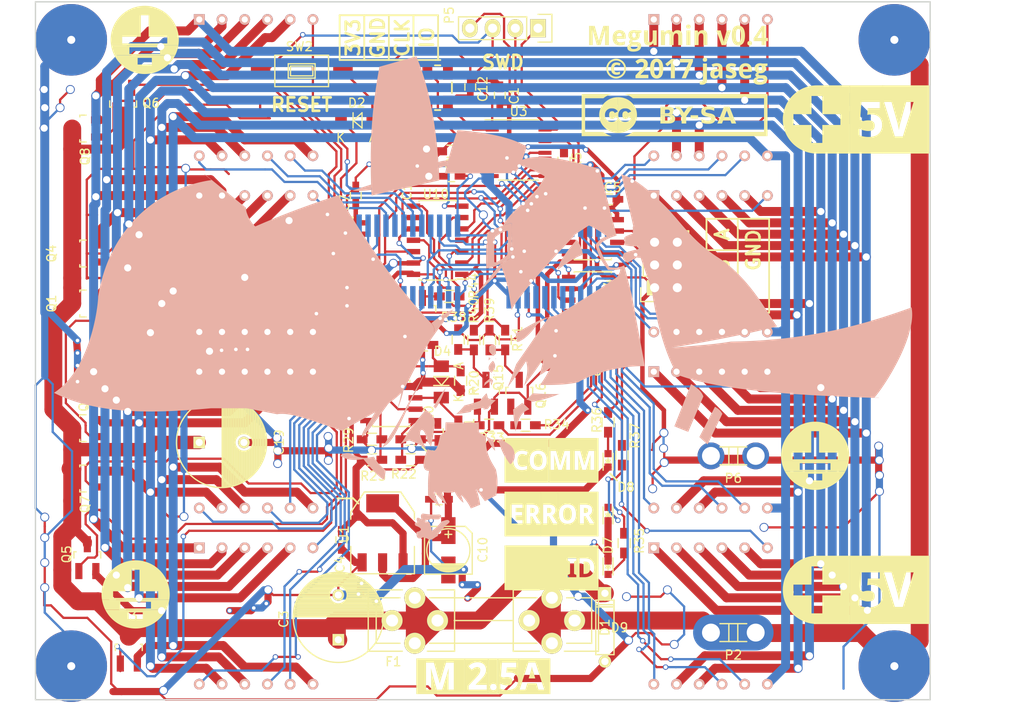
<source format=kicad_pcb>
(kicad_pcb (version 4) (host pcbnew 4.0.6)
  (layers (0 F.Cu signal) (31 B.Cu signal) (34 B.Paste user hide) (35 F.Paste user) (36 B.SilkS user) (37 F.SilkS user) (38 B.Mask user hide) (39 F.Mask user) (44 Edge.Cuts user))
  (net 0 "")
  (net 1 GND)
  (net 2 VDD)
  (net 3 +3V3)
  (net 4 /RST)
  (net 5 /XT1)
  (net 6 /XT2)
  (net 7 /~WD_RST)
  (net 8 /LED_ID)
  (net 9 /LED_ERROR)
  (net 10 /LED_COMM)
  (net 11 "Net-(D10-Pad6)")
  (net 12 "Net-(D10-Pad9)")
  (net 13 "Net-(D10-Pad8)")
  (net 14 "Net-(D10-Pad12)")
  (net 15 "Net-(D11-Pad6)")
  (net 16 "Net-(D11-Pad9)")
  (net 17 "Net-(D11-Pad8)")
  (net 18 "Net-(D11-Pad12)")
  (net 19 "Net-(D12-Pad6)")
  (net 20 "Net-(D12-Pad9)")
  (net 21 "Net-(D12-Pad8)")
  (net 22 "Net-(D12-Pad12)")
  (net 23 "Net-(D13-Pad6)")
  (net 24 "Net-(D13-Pad9)")
  (net 25 "Net-(D13-Pad8)")
  (net 26 "Net-(D13-Pad12)")
  (net 27 /SEG_E_COM)
  (net 28 /SEG_D_COM)
  (net 29 /SEG_DP_COM)
  (net 30 /SEG_C_COM)
  (net 31 /SEG_G_COM)
  (net 32 "Net-(D14-Pad6)")
  (net 33 "Net-(D14-Pad9)")
  (net 34 "Net-(D14-Pad8)")
  (net 35 "Net-(D14-Pad12)")
  (net 36 /SEG_A_COM)
  (net 37 /SEG_B_COM)
  (net 38 /SEG_F_COM)
  (net 39 "Net-(D15-Pad6)")
  (net 40 "Net-(D15-Pad9)")
  (net 41 "Net-(D15-Pad8)")
  (net 42 "Net-(D15-Pad12)")
  (net 43 "Net-(D16-Pad6)")
  (net 44 "Net-(D16-Pad9)")
  (net 45 "Net-(D16-Pad8)")
  (net 46 "Net-(D16-Pad12)")
  (net 47 "Net-(D17-Pad6)")
  (net 48 "Net-(D17-Pad9)")
  (net 49 "Net-(D17-Pad8)")
  (net 50 "Net-(D17-Pad12)")
  (net 51 /RS485_A)
  (net 52 /RS485_B)
  (net 53 /SWDIO)
  (net 54 /SWCLK)
  (net 55 /SEG_A_CTRL)
  (net 56 /SEG_E_CTRL)
  (net 57 /~OE)
  (net 58 /RS485_DE)
  (net 59 /R_SET_CTRL0)
  (net 60 /R_SET_CTRL1)
  (net 61 "Net-(R38-Pad2)")
  (net 62 /mux_mod_left/R_SET_0)
  (net 63 "Net-(R40-Pad2)")
  (net 64 /mux_mod_left/R_SET_1)
  (net 65 /RS485_RX)
  (net 66 /RS485_TX)
  (net 67 /SCK)
  (net 68 /MOSI_C0)
  (net 69 /STROBE)
  (net 70 /AUX_STROBE)
  (net 71 "Net-(U5-Pad4)")
  (net 72 /VDD_PRE_FUSE)
  (net 73 /~WD_RST1)
  (net 74 /~WD_RST2)
  (net 75 /WD_REF2)
  (net 76 /WD_REF1)
  (net 77 "Net-(D7-Pad2)")
  (net 78 "Net-(D8-Pad2)")
  (net 79 "Net-(D9-Pad2)")
  (net 80 "Net-(U5-Pad5)")
  (net 81 "Net-(U5-Pad15)")
  (net 82 /WD_COMP1)
  (net 83 "Net-(Q14-Pad1)")
  (net 84 "Net-(Q15-Pad1)")
  (net 85 "Net-(Q16-Pad1)")
  (net 86 /~OE_HV)
  (net 87 /MOSI_C1_HV)
  (net 88 /STROBE_HV)
  (net 89 /mux_mod_right/SDO)
  (net 90 /MOSI_C0_HV)
  (net 91 "Net-(R1-Pad2)")
  (net 92 "Net-(U3-Pad10)")
  (net 93 "Net-(U3-Pad14)")
  (net 94 "Net-(U3-Pad6)")
  (net 95 /SCK_HV)
  (net 96 /~OE_HV_CB)
  (net 97 /SEG_C_CTRL)
  (net 98 /SEG_G_CTLR)
  (net 99 /SEG_B_CTRL)
  (net 100 /SEG_DP_CTRL)
  (net 101 /SEG_F_CTRL)
  (net 102 /SEG_D_CTRL)
  (net 103 +5V)
  (net 104 /MOSI_C2)
  (net 105 "Net-(U7-Pad9)")
  (module footprints:7seg_4digit_cc_modified (layer B.Cu) (at 118.11 65.405)
    (fp_text reference D12 hide)
    (fp_text value 7seg_4digit_cc)
    (pad 1 thru_hole rect (at 0 0) (size 1.2 1.2) (drill 0.7) (layers *.Cu *.Mask B.SilkS) (net 27 /SEG_E_COM))
    (pad 2 thru_hole circle (at 2.54 0) (size 1.2 1.2) (drill 0.7) (layers *.Cu *.Mask B.SilkS) (net 28 /SEG_D_COM))
    (pad 3 thru_hole circle (at 5.08 0) (size 1.2 1.2) (drill 0.7) (layers *.Cu *.Mask B.SilkS) (net 29 /SEG_DP_COM))
    (pad 4 thru_hole circle (at 7.62 0) (size 1.2 1.2) (drill 0.7) (layers *.Cu *.Mask B.SilkS) (net 30 /SEG_C_COM))
    (pad 5 thru_hole circle (at 10.16 0) (size 1.2 1.2) (drill 0.7) (layers *.Cu *.Mask B.SilkS) (net 31 /SEG_G_COM))
    (pad 6 thru_hole circle (at 12.7 0) (size 1.2 1.2) (drill 0.7) (layers *.Cu *.Mask B.SilkS) (net 19 "Net-(D12-Pad6)"))
    (pad 9 thru_hole circle (at 7.62 15.24) (size 1.2 1.2) (drill 0.7) (layers *.Cu *.Mask B.SilkS) (net 20 "Net-(D12-Pad9)"))
    (pad 8 thru_hole circle (at 10.16 15.24) (size 1.2 1.2) (drill 0.7) (layers *.Cu *.Mask B.SilkS) (net 21 "Net-(D12-Pad8)"))
    (pad 12 thru_hole circle (at 0 15.24) (size 1.2 1.2) (drill 0.7) (layers *.Cu *.Mask B.SilkS) (net 22 "Net-(D12-Pad12)"))
    (pad 11 thru_hole circle (at 2.54 15.24) (size 1.2 1.2) (drill 0.7) (layers *.Cu *.Mask B.SilkS) (net 36 /SEG_A_COM))
    (pad 7 thru_hole circle (at 12.7 15.24) (size 1.2 1.2) (drill 0.7) (layers *.Cu *.Mask B.SilkS) (net 37 /SEG_B_COM))
    (pad 10 thru_hole circle (at 5.08 15.24) (size 1.2 1.2) (drill 0.7) (layers *.Cu *.Mask B.SilkS) (net 38 /SEG_F_COM))
  )
  (module footprints:label_fuse_04 (layer F.Cu) (at 99.06 119.126)
    (fp_text reference svg2mod hide)
    (fp_text value G*** hide)
  )
  (module footprints:m3_pillar (layer F.Cu) (at 159.261 115.275)
    (fp_text reference P1 hide)
    (fp_text value VIN)
    (pad 1 thru_hole circle (at -14.261 -67.275) (size 8 8) (drill 0.9) (layers *.Cu *.Mask) (net 72 /VDD_PRE_FUSE))
  )
  (module footprints:m3_pillar (layer F.Cu) (at 52.5 117.4)
    (fp_text reference P3 hide)
    (fp_text value GND)
    (pad 1 thru_hole circle (at 0.5 0.6) (size 8 8) (drill 0.9) (layers *.Cu *.Mask) (net 1 GND))
  )
  (module Resistors_SMD:R_0603_HandSoldering (layer F.Cu) (at 99.75 81.55 90)
    (fp_text reference R39 (at 3.3 0 90) (layer F.SilkS))
    (fp_text value R)
    (pad 1 smd rect (at -1.1 0 90) (size 1.2 0.9) (layers F.Cu F.Paste F.Mask) (net 64 /mux_mod_left/R_SET_1))
    (pad 2 smd rect (at 1.1 0 90) (size 1.2 0.9) (layers F.Cu F.Paste F.Mask) (net 61 "Net-(R38-Pad2)"))
  )
  (module TO_SOT_Packages_SMD:SOT-223 (layer F.Cu) (at 87.8 103.1)
    (fp_text reference U1 (at -4.3 0.15 90) (layer F.SilkS))
    (fp_text value LD1117S33CTR)
    (pad 4 smd rect (at 0 -3.302) (size 3.6576 2.032) (layers F.Cu F.Paste F.Mask) (net 3 +3V3))
    (pad 2 smd rect (at 0 3.302) (size 1.016 2.032) (layers F.Cu F.Paste F.Mask) (net 3 +3V3))
    (pad 3 smd rect (at 2.286 3.302) (size 1.016 2.032) (layers F.Cu F.Paste F.Mask) (net 103 +5V))
    (pad 1 smd rect (at -2.286 3.302) (size 1.016 2.032) (layers F.Cu F.Paste F.Mask) (net 1 GND))
  )
  (module Housings_SSOP:TSSOP-20_4.4x6.5mm_Pitch0.65mm (layer F.Cu) (at 103 60.3)
    (fp_text reference U3 (at 0 -4.3) (layer F.SilkS))
    (fp_text value STM32F030F4Px)
    (pad 1 smd rect (at -2.95 -2.925) (size 1.45 0.45) (layers F.Cu F.Paste F.Mask) (net 1 GND))
    (pad 2 smd rect (at -2.95 -2.275) (size 1.45 0.45) (layers F.Cu F.Paste F.Mask) (net 5 /XT1))
    (pad 3 smd rect (at -2.95 -1.625) (size 1.45 0.45) (layers F.Cu F.Paste F.Mask) (net 6 /XT2))
    (pad 4 smd rect (at -2.95 -0.975) (size 1.45 0.45) (layers F.Cu F.Paste F.Mask) (net 4 /RST))
    (pad 5 smd rect (at -2.95 -0.325) (size 1.45 0.45) (layers F.Cu F.Paste F.Mask) (net 3 +3V3))
    (pad 6 smd rect (at -2.95 0.325) (size 1.45 0.45) (layers F.Cu F.Paste F.Mask) (net 94 "Net-(U3-Pad6)"))
    (pad 7 smd rect (at -2.95 0.975) (size 1.45 0.45) (layers F.Cu F.Paste F.Mask) (net 58 /RS485_DE))
    (pad 8 smd rect (at -2.95 1.625) (size 1.45 0.45) (layers F.Cu F.Paste F.Mask) (net 66 /RS485_TX))
    (pad 9 smd rect (at -2.95 2.275) (size 1.45 0.45) (layers F.Cu F.Paste F.Mask) (net 65 /RS485_RX))
    (pad 10 smd rect (at -2.95 2.925) (size 1.45 0.45) (layers F.Cu F.Paste F.Mask) (net 92 "Net-(U3-Pad10)"))
    (pad 11 smd rect (at 2.95 2.925) (size 1.45 0.45) (layers F.Cu F.Paste F.Mask) (net 67 /SCK))
    (pad 12 smd rect (at 2.95 2.275) (size 1.45 0.45) (layers F.Cu F.Paste F.Mask) (net 57 /~OE))
    (pad 13 smd rect (at 2.95 1.625) (size 1.45 0.45) (layers F.Cu F.Paste F.Mask) (net 68 /MOSI_C0))
    (pad 14 smd rect (at 2.95 0.975) (size 1.45 0.45) (layers F.Cu F.Paste F.Mask) (net 93 "Net-(U3-Pad14)"))
    (pad 15 smd rect (at 2.95 0.325) (size 1.45 0.45) (layers F.Cu F.Paste F.Mask) (net 1 GND))
    (pad 16 smd rect (at 2.95 -0.325) (size 1.45 0.45) (layers F.Cu F.Paste F.Mask) (net 3 +3V3))
    (pad 17 smd rect (at 2.95 -0.975) (size 1.45 0.45) (layers F.Cu F.Paste F.Mask) (net 69 /STROBE))
    (pad 18 smd rect (at 2.95 -1.625) (size 1.45 0.45) (layers F.Cu F.Paste F.Mask) (net 70 /AUX_STROBE))
    (pad 19 smd rect (at 2.95 -2.275) (size 1.45 0.45) (layers F.Cu F.Paste F.Mask) (net 53 /SWDIO))
    (pad 20 smd rect (at 2.95 -2.925) (size 1.45 0.45) (layers F.Cu F.Paste F.Mask) (net 54 /SWCLK))
  )
  (module Housings_SOIC:SOIC-8_3.9x4.9mm_Pitch1.27mm (layer F.Cu) (at 111.3 70)
    (fp_text reference U2 (at -3.05 -3.5) (layer F.SilkS))
    (fp_text value SP3485CN)
    (pad 1 smd rect (at -2.7 -1.905) (size 1.55 0.6) (layers F.Cu F.Paste F.Mask) (net 65 /RS485_RX))
    (pad 2 smd rect (at -2.7 -0.635) (size 1.55 0.6) (layers F.Cu F.Paste F.Mask) (net 58 /RS485_DE))
    (pad 3 smd rect (at -2.7 0.635) (size 1.55 0.6) (layers F.Cu F.Paste F.Mask) (net 58 /RS485_DE))
    (pad 4 smd rect (at -2.7 1.905) (size 1.55 0.6) (layers F.Cu F.Paste F.Mask) (net 66 /RS485_TX))
    (pad 5 smd rect (at 2.7 1.905) (size 1.55 0.6) (layers F.Cu F.Paste F.Mask) (net 1 GND))
    (pad 6 smd rect (at 2.7 0.635) (size 1.55 0.6) (layers F.Cu F.Paste F.Mask) (net 51 /RS485_A))
    (pad 7 smd rect (at 2.7 -0.635) (size 1.55 0.6) (layers F.Cu F.Paste F.Mask) (net 52 /RS485_B))
    (pad 8 smd rect (at 2.7 -1.905) (size 1.55 0.6) (layers F.Cu F.Paste F.Mask) (net 3 +3V3))
  )
  (module Capacitors_SMD:C_0603_HandSoldering (layer F.Cu) (at 95.504 63.246)
    (fp_text reference C2 (at 0.1016 -1.3208) (layer F.SilkS))
    (fp_text value 100n)
    (pad 1 smd rect (at -0.95 0) (size 1.2 0.75) (layers F.Cu F.Paste F.Mask) (net 1 GND))
    (pad 2 smd rect (at 0.95 0) (size 1.2 0.75) (layers F.Cu F.Paste F.Mask) (net 103 +5V))
  )
  (module Capacitors_SMD:c_elec_5x5.8 (layer F.Cu) (at 95.15 105.05 90)
    (fp_text reference C10 (at 0.05 3.85 90) (layer F.SilkS))
    (fp_text value 47u)
    (pad 1 smd rect (at 2.19964 0 90) (size 2.99974 1.6002) (layers F.Cu F.Paste F.Mask) (net 3 +3V3))
    (pad 2 smd rect (at -2.19964 0 90) (size 2.99974 1.6002) (layers F.Cu F.Paste F.Mask) (net 1 GND))
  )
  (module Resistors_SMD:R_0603_HandSoldering (layer F.Cu) (at 114.8 104.25 270)
    (fp_text reference R35 (at -0.25 -1.7 450) (layer F.SilkS))
    (fp_text value 100)
    (pad 1 smd rect (at -1.1 0 270) (size 1.2 0.9) (layers F.Cu F.Paste F.Mask) (net 8 /LED_ID))
    (pad 2 smd rect (at 1.1 0 270) (size 1.2 0.9) (layers F.Cu F.Paste F.Mask) (net 77 "Net-(D7-Pad2)"))
  )
  (module Diodes_SMD:MiniMELF_Standard (layer F.Cu) (at 84.9 57)
    (fp_text reference D2 (at 0 -1.95) (layer F.SilkS))
    (fp_text value D_Small)
    (fp_text user K (at -1.8 1.95) (layer F.SilkS))
    (fp_text user A (at 1.8 1.95) (layer F.SilkS))
    (pad 1 smd rect (at -1.75006 0) (size 1.30048 1.69926) (layers F.Cu F.Paste F.Mask) (net 7 /~WD_RST))
    (pad 2 smd rect (at 1.75006 0) (size 1.30048 1.69926) (layers F.Cu F.Paste F.Mask) (net 4 /RST))
  )
  (module Diodes_SMD:MiniMELF_Standard (layer F.Cu) (at 94.361 86.233 90)
    (fp_text reference D4 (at 3.429 0.127 180) (layer F.SilkS))
    (fp_text value D_Small)
    (fp_text user K (at -1.8 1.95 90) (layer F.SilkS))
    (fp_text user A (at 1.8 1.95 90) (layer F.SilkS))
    (pad 1 smd rect (at -1.75006 0 90) (size 1.30048 1.69926) (layers F.Cu F.Paste F.Mask) (net 74 /~WD_RST2))
    (pad 2 smd rect (at 1.75006 0 90) (size 1.30048 1.69926) (layers F.Cu F.Paste F.Mask) (net 7 /~WD_RST))
  )
  (module Diodes_SMD:MiniMELF_Standard (layer F.Cu) (at 87.884 84.455)
    (fp_text reference D3 (at -3.81 -0.762) (layer F.SilkS))
    (fp_text value D_Small)
    (fp_text user K (at -1.8 1.95) (layer F.SilkS))
    (fp_text user A (at 1.8 1.95) (layer F.SilkS))
    (pad 1 smd rect (at -1.75006 0) (size 1.30048 1.69926) (layers F.Cu F.Paste F.Mask) (net 73 /~WD_RST1))
    (pad 2 smd rect (at 1.75006 0) (size 1.30048 1.69926) (layers F.Cu F.Paste F.Mask) (net 7 /~WD_RST))
  )
  (module Capacitors_SMD:C_0603_HandSoldering (layer F.Cu) (at 83.185 103.886 90)
    (fp_text reference C4 (at -2.75 -0.15 90) (layer F.SilkS))
    (fp_text value 100n)
    (pad 1 smd rect (at -0.95 0 90) (size 1.2 0.75) (layers F.Cu F.Paste F.Mask) (net 1 GND))
    (pad 2 smd rect (at 0.95 0 90) (size 1.2 0.75) (layers F.Cu F.Paste F.Mask) (net 103 +5V))
  )
  (module Capacitors_SMD:C_0603_HandSoldering (layer F.Cu) (at 113.15 65.825)
    (fp_text reference C5 (at 0.35 -1.325) (layer F.SilkS))
    (fp_text value 100n)
    (pad 1 smd rect (at -0.95 0) (size 1.2 0.75) (layers F.Cu F.Paste F.Mask) (net 1 GND))
    (pad 2 smd rect (at 0.95 0) (size 1.2 0.75) (layers F.Cu F.Paste F.Mask) (net 3 +3V3))
  )
  (module Capacitors_SMD:C_0603_HandSoldering (layer F.Cu) (at 106.225 83.45 90)
    (fp_text reference C6 (at -0.05 -1.225 90) (layer F.SilkS))
    (fp_text value 100n)
    (pad 1 smd rect (at -0.95 0 90) (size 1.2 0.75) (layers F.Cu F.Paste F.Mask) (net 1 GND))
    (pad 2 smd rect (at 0.95 0 90) (size 1.2 0.75) (layers F.Cu F.Paste F.Mask) (net 3 +3V3))
  )
  (module Capacitors_SMD:C_0603_HandSoldering (layer F.Cu) (at 84.8 65.4 270)
    (fp_text reference C7 (at 0.8382 1.2446 270) (layer F.SilkS))
    (fp_text value 100n)
    (pad 1 smd rect (at -0.95 0 270) (size 1.2 0.75) (layers F.Cu F.Paste F.Mask) (net 1 GND))
    (pad 2 smd rect (at 0.95 0 270) (size 1.2 0.75) (layers F.Cu F.Paste F.Mask) (net 103 +5V))
  )
  (module Capacitors_SMD:C_0603_HandSoldering (layer F.Cu) (at 87.884 75.565 270)
    (fp_text reference C8 (at 1.05 1.7 270) (layer F.SilkS))
    (fp_text value 100n)
    (pad 1 smd rect (at -0.95 0 270) (size 1.2 0.75) (layers F.Cu F.Paste F.Mask) (net 1 GND))
    (pad 2 smd rect (at 0.95 0 270) (size 1.2 0.75) (layers F.Cu F.Paste F.Mask) (net 103 +5V))
  )
  (module Capacitors_SMD:C_0603_HandSoldering (layer F.Cu) (at 94.1 99.35)
    (fp_text reference C9 (at 0 -1.9) (layer F.SilkS))
    (fp_text value 100n)
    (pad 1 smd rect (at -0.95 0) (size 1.2 0.75) (layers F.Cu F.Paste F.Mask) (net 1 GND))
    (pad 2 smd rect (at 0.95 0) (size 1.2 0.75) (layers F.Cu F.Paste F.Mask) (net 3 +3V3))
  )
  (module Capacitors_SMD:C_0603_HandSoldering (layer F.Cu) (at 90.4 61.1 270)
    (fp_text reference C11 (at 3.3782 -0.127 270) (layer F.SilkS))
    (fp_text value 10n)
    (pad 1 smd rect (at -0.95 0 270) (size 1.2 0.75) (layers F.Cu F.Paste F.Mask) (net 4 /RST))
    (pad 2 smd rect (at 0.95 0 270) (size 1.2 0.75) (layers F.Cu F.Paste F.Mask) (net 1 GND))
  )
  (module Capacitors_SMD:C_0603_HandSoldering (layer F.Cu) (at 97.6 53.275 270)
    (fp_text reference C12 (at 0.225 -1.4 270) (layer F.SilkS))
    (fp_text value 22p)
    (pad 1 smd rect (at -0.95 0 270) (size 1.2 0.75) (layers F.Cu F.Paste F.Mask) (net 1 GND))
    (pad 2 smd rect (at 0.95 0 270) (size 1.2 0.75) (layers F.Cu F.Paste F.Mask) (net 5 /XT1))
  )
  (module Capacitors_SMD:C_0603_HandSoldering (layer F.Cu) (at 90.375 53.2 90)
    (fp_text reference C13 (at -0.05 -1.375 90) (layer F.SilkS))
    (fp_text value 22p)
    (pad 1 smd rect (at -0.95 0 90) (size 1.2 0.75) (layers F.Cu F.Paste F.Mask) (net 1 GND))
    (pad 2 smd rect (at 0.95 0 90) (size 1.2 0.75) (layers F.Cu F.Paste F.Mask) (net 6 /XT2))
  )
  (module Capacitors_SMD:C_0603_HandSoldering (layer F.Cu) (at 93.98 91.821 270)
    (fp_text reference C20 (at -1.524 1.016 270) (layer F.SilkS))
    (fp_text value 100n)
    (pad 1 smd rect (at -0.95 0 270) (size 1.2 0.75) (layers F.Cu F.Paste F.Mask) (net 82 /WD_COMP1))
    (pad 2 smd rect (at 0.95 0 270) (size 1.2 0.75) (layers F.Cu F.Paste F.Mask) (net 1 GND))
  )
  (module LEDs:LED_0603 (layer F.Cu) (at 113 107 270)
    (fp_text reference D7 (at -2.5 0 450) (layer F.SilkS))
    (fp_text value ID)
    (pad 2 smd rect (at 0.7493 0 90) (size 0.79756 0.79756) (layers F.Cu F.Paste F.Mask) (net 77 "Net-(D7-Pad2)"))
    (pad 1 smd rect (at -0.7493 0 90) (size 0.79756 0.79756) (layers F.Cu F.Paste F.Mask) (net 1 GND))
  )
  (module LEDs:LED_0603 (layer F.Cu) (at 113 95 90)
    (fp_text reference D8 (at -3 2 360) (layer F.SilkS))
    (fp_text value ERROR)
    (pad 2 smd rect (at 0.7493 0 270) (size 0.79756 0.79756) (layers F.Cu F.Paste F.Mask) (net 78 "Net-(D8-Pad2)"))
    (pad 1 smd rect (at -0.7493 0 270) (size 0.79756 0.79756) (layers F.Cu F.Paste F.Mask) (net 1 GND))
  )
  (module LEDs:LED_0603 (layer F.Cu) (at 113 101 90)
    (fp_text reference D9 (at -12.7 1.27 180) (layer F.SilkS))
    (fp_text value COMM)
    (pad 2 smd rect (at 0.7493 0 270) (size 0.79756 0.79756) (layers F.Cu F.Paste F.Mask) (net 79 "Net-(D9-Pad2)"))
    (pad 1 smd rect (at -0.7493 0 270) (size 0.79756 0.79756) (layers F.Cu F.Paste F.Mask) (net 1 GND))
  )
  (module Fuse_Holders_and_Fuses:Fuseholder5x20_horiz_open_universal_Type-III (layer F.Cu) (at 99.06 112.903 180)
    (fp_text reference F1 (at 10.06 -4.597 180) (layer F.SilkS))
    (fp_text value "2.5A MT")
    (pad 2 thru_hole circle (at 5.12064 0 180) (size 2.3495 2.3495) (drill 1.34874) (layers *.Cu *.Mask F.SilkS) (net 2 VDD))
    (pad 2 thru_hole circle (at 10.20064 0 180) (size 2.3495 2.3495) (drill 1.34874) (layers *.Cu *.Mask F.SilkS) (net 2 VDD))
    (pad 1 thru_hole circle (at -5.1181 0 180) (size 2.3495 2.3495) (drill 1.34874) (layers *.Cu *.Mask F.SilkS) (net 72 /VDD_PRE_FUSE))
    (pad 1 thru_hole circle (at -10.1981 0 180) (size 2.3495 2.3495) (drill 1.34874) (layers *.Cu *.Mask F.SilkS) (net 72 /VDD_PRE_FUSE))
    (pad 2 thru_hole circle (at 7.66064 -2.54 180) (size 2.3495 2.3495) (drill 1.34874) (layers *.Cu *.Mask F.SilkS) (net 2 VDD))
    (pad 2 thru_hole circle (at 7.66064 2.54 180) (size 2.3495 2.3495) (drill 1.34874) (layers *.Cu *.Mask F.SilkS) (net 2 VDD))
    (pad 1 thru_hole circle (at -7.6581 -2.54 180) (size 2.3495 2.3495) (drill 1.34874) (layers *.Cu *.Mask F.SilkS) (net 72 /VDD_PRE_FUSE))
    (pad 1 thru_hole circle (at -7.6581 2.54 180) (size 2.3495 2.3495) (drill 1.34874) (layers *.Cu *.Mask F.SilkS) (net 72 /VDD_PRE_FUSE))
  )
  (module Socket_Strips:Socket_Strip_Straight_1x04 (layer F.Cu) (at 105.175 46.7 180)
    (fp_text reference P5 (at 9.925 1.45 270) (layer F.SilkS))
    (fp_text value SWD)
    (pad 1 thru_hole rect (at 0 0 180) (size 1.7272 2.032) (drill 1.016) (layers *.Cu *.Mask F.SilkS) (net 53 /SWDIO))
    (pad 2 thru_hole oval (at 2.54 0 180) (size 1.7272 2.032) (drill 1.016) (layers *.Cu *.Mask F.SilkS) (net 54 /SWCLK))
    (pad 3 thru_hole oval (at 5.08 0 180) (size 1.7272 2.032) (drill 1.016) (layers *.Cu *.Mask F.SilkS) (net 1 GND))
    (pad 4 thru_hole oval (at 7.62 0 180) (size 1.7272 2.032) (drill 1.016) (layers *.Cu *.Mask F.SilkS) (net 3 +3V3))
  )
  (module TO_SOT_Packages_SMD:SOT-23_Handsoldering (layer F.Cu) (at 54.61 77.47 90)
    (fp_text reference Q1 (at 0 -3.81 90) (layer F.SilkS))
    (fp_text value AO3415A)
    (pad 1 smd rect (at -0.95 1.50114 90) (size 0.8001 1.80086) (layers F.Cu F.Paste F.Mask) (net 97 /SEG_C_CTRL))
    (pad 2 smd rect (at 0.95 1.50114 90) (size 0.8001 1.80086) (layers F.Cu F.Paste F.Mask) (net 30 /SEG_C_COM))
    (pad 3 smd rect (at 0 -1.50114 90) (size 0.8001 1.80086) (layers F.Cu F.Paste F.Mask) (net 2 VDD))
  )
  (module TO_SOT_Packages_SMD:SOT-23_Handsoldering (layer F.Cu) (at 54.6 91.4 90)
    (fp_text reference Q2 (at 2.84 -0.191 90) (layer F.SilkS))
    (fp_text value AO3415A)
    (pad 1 smd rect (at -0.95 1.50114 90) (size 0.8001 1.80086) (layers F.Cu F.Paste F.Mask) (net 98 /SEG_G_CTLR))
    (pad 2 smd rect (at 0.95 1.50114 90) (size 0.8001 1.80086) (layers F.Cu F.Paste F.Mask) (net 31 /SEG_G_COM))
    (pad 3 smd rect (at 0 -1.50114 90) (size 0.8001 1.80086) (layers F.Cu F.Paste F.Mask) (net 2 VDD))
  )
  (module TO_SOT_Packages_SMD:SOT-23_Handsoldering (layer F.Cu) (at 59.436 116.205)
    (fp_text reference Q3 (at 0 -3.81) (layer F.SilkS))
    (fp_text value AO3415A)
    (pad 1 smd rect (at -0.95 1.50114) (size 0.8001 1.80086) (layers F.Cu F.Paste F.Mask) (net 99 /SEG_B_CTRL))
    (pad 2 smd rect (at 0.95 1.50114) (size 0.8001 1.80086) (layers F.Cu F.Paste F.Mask) (net 37 /SEG_B_COM))
    (pad 3 smd rect (at 0 -1.50114) (size 0.8001 1.80086) (layers F.Cu F.Paste F.Mask) (net 2 VDD))
  )
  (module TO_SOT_Packages_SMD:SOT-23_Handsoldering (layer F.Cu) (at 54.61 71.882 90)
    (fp_text reference Q4 (at 0 -3.81 90) (layer F.SilkS))
    (fp_text value AO3415A)
    (pad 1 smd rect (at -0.95 1.50114 90) (size 0.8001 1.80086) (layers F.Cu F.Paste F.Mask) (net 100 /SEG_DP_CTRL))
    (pad 2 smd rect (at 0.95 1.50114 90) (size 0.8001 1.80086) (layers F.Cu F.Paste F.Mask) (net 29 /SEG_DP_COM))
    (pad 3 smd rect (at 0 -1.50114 90) (size 0.8001 1.80086) (layers F.Cu F.Paste F.Mask) (net 2 VDD))
  )
  (module TO_SOT_Packages_SMD:SOT-23_Handsoldering (layer F.Cu) (at 54.8 105.872)
    (fp_text reference Q5 (at -2.3 -0.372 90) (layer F.SilkS))
    (fp_text value AO3415A)
    (pad 1 smd rect (at -0.95 1.50114) (size 0.8001 1.80086) (layers F.Cu F.Paste F.Mask) (net 101 /SEG_F_CTRL))
    (pad 2 smd rect (at 0.95 1.50114) (size 0.8001 1.80086) (layers F.Cu F.Paste F.Mask) (net 38 /SEG_F_COM))
    (pad 3 smd rect (at 0 -1.50114) (size 0.8001 1.80086) (layers F.Cu F.Paste F.Mask) (net 2 VDD))
  )
  (module TO_SOT_Packages_SMD:SOT-23_Handsoldering (layer F.Cu) (at 58.801 54.864 180)
    (fp_text reference Q6 (at -3.111 -0.208 180) (layer F.SilkS))
    (fp_text value AO3415A)
    (pad 1 smd rect (at -0.95 1.50114 180) (size 0.8001 1.80086) (layers F.Cu F.Paste F.Mask) (net 102 /SEG_D_CTRL))
    (pad 2 smd rect (at 0.95 1.50114 180) (size 0.8001 1.80086) (layers F.Cu F.Paste F.Mask) (net 28 /SEG_D_COM))
    (pad 3 smd rect (at 0 -1.50114 180) (size 0.8001 1.80086) (layers F.Cu F.Paste F.Mask) (net 2 VDD))
  )
  (module TO_SOT_Packages_SMD:SOT-23_Handsoldering (layer F.Cu) (at 54.61 97.028 90)
    (fp_text reference Q7 (at -2.875 -0.064 90) (layer F.SilkS))
    (fp_text value AO3415A)
    (pad 1 smd rect (at -0.95 1.50114 90) (size 0.8001 1.80086) (layers F.Cu F.Paste F.Mask) (net 55 /SEG_A_CTRL))
    (pad 2 smd rect (at 0.95 1.50114 90) (size 0.8001 1.80086) (layers F.Cu F.Paste F.Mask) (net 36 /SEG_A_COM))
    (pad 3 smd rect (at 0 -1.50114 90) (size 0.8001 1.80086) (layers F.Cu F.Paste F.Mask) (net 2 VDD))
  )
  (module TO_SOT_Packages_SMD:SOT-23_Handsoldering (layer F.Cu) (at 54.61 57.912 90)
    (fp_text reference Q8 (at -3.129 -0.064 90) (layer F.SilkS))
    (fp_text value AO3415A)
    (pad 1 smd rect (at -0.95 1.50114 90) (size 0.8001 1.80086) (layers F.Cu F.Paste F.Mask) (net 56 /SEG_E_CTRL))
    (pad 2 smd rect (at 0.95 1.50114 90) (size 0.8001 1.80086) (layers F.Cu F.Paste F.Mask) (net 27 /SEG_E_COM))
    (pad 3 smd rect (at 0 -1.50114 90) (size 0.8001 1.80086) (layers F.Cu F.Paste F.Mask) (net 2 VDD))
  )
  (module Resistors_SMD:R_0603_HandSoldering (layer F.Cu) (at 88.55 81.275 270)
    (fp_text reference R1 (at -1.275 1.55 270) (layer F.SilkS))
    (fp_text value 47k)
    (pad 1 smd rect (at -1.1 0 270) (size 1.2 0.9) (layers F.Cu F.Paste F.Mask) (net 1 GND))
    (pad 2 smd rect (at 1.1 0 270) (size 1.2 0.9) (layers F.Cu F.Paste F.Mask) (net 91 "Net-(R1-Pad2)"))
  )
  (module Resistors_SMD:R_0603_HandSoldering (layer F.Cu) (at 95.504 60.452 180)
    (fp_text reference R3 (at -3.1242 0.0508 180) (layer F.SilkS))
    (fp_text value 47k)
    (pad 1 smd rect (at -1.1 0 180) (size 1.2 0.9) (layers F.Cu F.Paste F.Mask) (net 3 +3V3))
    (pad 2 smd rect (at 1.1 0 180) (size 1.2 0.9) (layers F.Cu F.Paste F.Mask) (net 4 /RST))
  )
  (module Resistors_SMD:R_0603_HandSoldering (layer F.Cu) (at 105.918 71.501 270)
    (fp_text reference R4 (at -2.95 -0.125 270) (layer F.SilkS))
    (fp_text value 100k)
    (pad 1 smd rect (at -1.1 0 270) (size 1.2 0.9) (layers F.Cu F.Paste F.Mask) (net 58 /RS485_DE))
    (pad 2 smd rect (at 1.1 0 270) (size 1.2 0.9) (layers F.Cu F.Paste F.Mask) (net 1 GND))
  )
  (module Resistors_SMD:R_0603_HandSoldering (layer F.Cu) (at 108.075 61.625 90)
    (fp_text reference R5 (at 0.125 1.425 90) (layer F.SilkS))
    (fp_text value 10k)
    (pad 1 smd rect (at -1.1 0 90) (size 1.2 0.9) (layers F.Cu F.Paste F.Mask) (net 57 /~OE))
    (pad 2 smd rect (at 1.1 0 90) (size 1.2 0.9) (layers F.Cu F.Paste F.Mask) (net 3 +3V3))
  )
  (module Resistors_SMD:R_0603_HandSoldering (layer F.Cu) (at 92.325 82.1)
    (fp_text reference R19 (at -2.325 -0.1 90) (layer F.SilkS))
    (fp_text value 10k)
    (pad 1 smd rect (at -1.1 0) (size 1.2 0.9) (layers F.Cu F.Paste F.Mask) (net 83 "Net-(Q14-Pad1)"))
    (pad 2 smd rect (at 1.1 0) (size 1.2 0.9) (layers F.Cu F.Paste F.Mask) (net 7 /~WD_RST))
  )
  (module Resistors_SMD:R_0603_HandSoldering (layer F.Cu) (at 96.52 86.106 90)
    (fp_text reference R20 (at -0.254 1.524 90) (layer F.SilkS))
    (fp_text value 47k)
    (pad 1 smd rect (at -1.1 0 90) (size 1.2 0.9) (layers F.Cu F.Paste F.Mask) (net 103 +5V))
    (pad 2 smd rect (at 1.1 0 90) (size 1.2 0.9) (layers F.Cu F.Paste F.Mask) (net 7 /~WD_RST))
  )
  (module Resistors_SMD:R_0603_HandSoldering (layer F.Cu) (at 84.328 87.884 90)
    (fp_text reference R23 (at -0.116 -1.578 90) (layer F.SilkS))
    (fp_text value 470k)
    (pad 1 smd rect (at -1.1 0 90) (size 1.2 0.9) (layers F.Cu F.Paste F.Mask) (net 76 /WD_REF1))
    (pad 2 smd rect (at 1.1 0 90) (size 1.2 0.9) (layers F.Cu F.Paste F.Mask) (net 73 /~WD_RST1))
  )
  (module Resistors_SMD:R_0603_HandSoldering (layer F.Cu) (at 113 90.75 270)
    (fp_text reference R36 (at -0.25 1.25 450) (layer F.SilkS))
    (fp_text value 140)
    (pad 1 smd rect (at -1.1 0 270) (size 1.2 0.9) (layers F.Cu F.Paste F.Mask) (net 9 /LED_ERROR))
    (pad 2 smd rect (at 1.1 0 270) (size 1.2 0.9) (layers F.Cu F.Paste F.Mask) (net 78 "Net-(D8-Pad2)"))
  )
  (module Resistors_SMD:R_0603_HandSoldering (layer F.Cu) (at 114.55 94.425 270)
    (fp_text reference R37 (at -2.175 -1.45 270) (layer F.SilkS))
    (fp_text value 100)
    (pad 1 smd rect (at -1.1 0 270) (size 1.2 0.9) (layers F.Cu F.Paste F.Mask) (net 10 /LED_COMM))
    (pad 2 smd rect (at 1.1 0 270) (size 1.2 0.9) (layers F.Cu F.Paste F.Mask) (net 79 "Net-(D9-Pad2)"))
  )
  (module Resistors_SMD:R_0603_HandSoldering (layer F.Cu) (at 96.25 81.5 90)
    (fp_text reference R38 (at 2.5 -0.5 180) (layer F.SilkS))
    (fp_text value R)
    (pad 1 smd rect (at -1.1 0 90) (size 1.2 0.9) (layers F.Cu F.Paste F.Mask) (net 62 /mux_mod_left/R_SET_0))
    (pad 2 smd rect (at 1.1 0 90) (size 1.2 0.9) (layers F.Cu F.Paste F.Mask) (net 61 "Net-(R38-Pad2)"))
  )
  (module Resistors_SMD:R_0603_HandSoldering (layer F.Cu) (at 98 81.55 90)
    (fp_text reference R40 (at 3.3 0 90) (layer F.SilkS))
    (fp_text value R)
    (pad 1 smd rect (at -1.1 0 90) (size 1.2 0.9) (layers F.Cu F.Paste F.Mask) (net 62 /mux_mod_left/R_SET_0))
    (pad 2 smd rect (at 1.1 0 90) (size 1.2 0.9) (layers F.Cu F.Paste F.Mask) (net 63 "Net-(R40-Pad2)"))
  )
  (module Resistors_SMD:R_0603_HandSoldering (layer F.Cu) (at 101.5 81.55 90)
    (fp_text reference R41 (at 0.127 1.397 90) (layer F.SilkS))
    (fp_text value R)
    (pad 1 smd rect (at -1.1 0 90) (size 1.2 0.9) (layers F.Cu F.Paste F.Mask) (net 64 /mux_mod_left/R_SET_1))
    (pad 2 smd rect (at 1.1 0 90) (size 1.2 0.9) (layers F.Cu F.Paste F.Mask) (net 63 "Net-(R40-Pad2)"))
  )
  (module Housings_SOIC:SOIC-16_3.9x9.9mm_Pitch1.27mm (layer F.Cu) (at 111.3 79 180)
    (fp_text reference U5 (at 0 -6 180) (layer F.SilkS))
    (fp_text value 74HC595_mine)
    (pad 1 smd rect (at -2.7 -4.445 180) (size 1.5 0.6) (layers F.Cu F.Paste F.Mask) (net 9 /LED_ERROR))
    (pad 2 smd rect (at -2.7 -3.175 180) (size 1.5 0.6) (layers F.Cu F.Paste F.Mask) (net 10 /LED_COMM))
    (pad 3 smd rect (at -2.7 -1.905 180) (size 1.5 0.6) (layers F.Cu F.Paste F.Mask) (net 8 /LED_ID))
    (pad 4 smd rect (at -2.7 -0.635 180) (size 1.5 0.6) (layers F.Cu F.Paste F.Mask) (net 71 "Net-(U5-Pad4)"))
    (pad 5 smd rect (at -2.7 0.635 180) (size 1.5 0.6) (layers F.Cu F.Paste F.Mask) (net 80 "Net-(U5-Pad5)"))
    (pad 6 smd rect (at -2.7 1.905 180) (size 1.5 0.6) (layers F.Cu F.Paste F.Mask) (net 59 /R_SET_CTRL0))
    (pad 7 smd rect (at -2.7 3.175 180) (size 1.5 0.6) (layers F.Cu F.Paste F.Mask) (net 60 /R_SET_CTRL1))
    (pad 8 smd rect (at -2.7 4.445 180) (size 1.5 0.6) (layers F.Cu F.Paste F.Mask) (net 1 GND))
    (pad 9 smd rect (at 2.7 4.445 180) (size 1.5 0.6) (layers F.Cu F.Paste F.Mask) (net 104 /MOSI_C2))
    (pad 10 smd rect (at 2.7 3.175 180) (size 1.5 0.6) (layers F.Cu F.Paste F.Mask) (net 3 +3V3))
    (pad 11 smd rect (at 2.7 1.905 180) (size 1.5 0.6) (layers F.Cu F.Paste F.Mask) (net 67 /SCK))
    (pad 12 smd rect (at 2.7 0.635 180) (size 1.5 0.6) (layers F.Cu F.Paste F.Mask) (net 70 /AUX_STROBE))
    (pad 13 smd rect (at 2.7 -0.635 180) (size 1.5 0.6) (layers F.Cu F.Paste F.Mask) (net 1 GND))
    (pad 14 smd rect (at 2.7 -1.905 180) (size 1.5 0.6) (layers F.Cu F.Paste F.Mask) (net 68 /MOSI_C0))
    (pad 15 smd rect (at 2.7 -3.175 180) (size 1.5 0.6) (layers F.Cu F.Paste F.Mask) (net 81 "Net-(U5-Pad15)"))
    (pad 16 smd rect (at 2.7 -4.445 180) (size 1.5 0.6) (layers F.Cu F.Paste F.Mask) (net 3 +3V3))
  )
  (module Housings_SOIC:SOIC-8_3.9x4.9mm_Pitch1.27mm (layer F.Cu) (at 88.773 88.646)
    (fp_text reference U6 (at -4.572 -3.556) (layer F.SilkS))
    (fp_text value LM393)
    (pad 1 smd rect (at -2.7 -1.905) (size 1.55 0.6) (layers F.Cu F.Paste F.Mask) (net 73 /~WD_RST1))
    (pad 2 smd rect (at -2.7 -0.635) (size 1.55 0.6) (layers F.Cu F.Paste F.Mask) (net 91 "Net-(R1-Pad2)"))
    (pad 3 smd rect (at -2.7 0.635) (size 1.55 0.6) (layers F.Cu F.Paste F.Mask) (net 76 /WD_REF1))
    (pad 4 smd rect (at -2.7 1.905) (size 1.55 0.6) (layers F.Cu F.Paste F.Mask) (net 1 GND))
    (pad 5 smd rect (at 2.7 1.905) (size 1.55 0.6) (layers F.Cu F.Paste F.Mask) (net 75 /WD_REF2))
    (pad 6 smd rect (at 2.7 0.635) (size 1.55 0.6) (layers F.Cu F.Paste F.Mask) (net 82 /WD_COMP1))
    (pad 7 smd rect (at 2.7 -0.635) (size 1.55 0.6) (layers F.Cu F.Paste F.Mask) (net 74 /~WD_RST2))
    (pad 8 smd rect (at 2.7 -1.905) (size 1.55 0.6) (layers F.Cu F.Paste F.Mask) (net 103 +5V))
  )
  (module Housings_SOIC:SOIC-16_3.9x9.9mm_Pitch1.27mm (layer F.Cu) (at 82.423 72.898)
    (fp_text reference U7 (at 0 -6) (layer F.SilkS))
    (fp_text value 74HC595_mine)
    (pad 1 smd rect (at -2.7 -4.445) (size 1.5 0.6) (layers F.Cu F.Paste F.Mask) (net 56 /SEG_E_CTRL))
    (pad 2 smd rect (at -2.7 -3.175) (size 1.5 0.6) (layers F.Cu F.Paste F.Mask) (net 100 /SEG_DP_CTRL))
    (pad 3 smd rect (at -2.7 -1.905) (size 1.5 0.6) (layers F.Cu F.Paste F.Mask) (net 97 /SEG_C_CTRL))
    (pad 4 smd rect (at -2.7 -0.635) (size 1.5 0.6) (layers F.Cu F.Paste F.Mask) (net 98 /SEG_G_CTLR))
    (pad 5 smd rect (at -2.7 0.635) (size 1.5 0.6) (layers F.Cu F.Paste F.Mask) (net 55 /SEG_A_CTRL))
    (pad 6 smd rect (at -2.7 1.905) (size 1.5 0.6) (layers F.Cu F.Paste F.Mask) (net 99 /SEG_B_CTRL))
    (pad 7 smd rect (at -2.7 3.175) (size 1.5 0.6) (layers F.Cu F.Paste F.Mask) (net 101 /SEG_F_CTRL))
    (pad 8 smd rect (at -2.7 4.445) (size 1.5 0.6) (layers F.Cu F.Paste F.Mask) (net 1 GND))
    (pad 9 smd rect (at 2.7 4.445) (size 1.5 0.6) (layers F.Cu F.Paste F.Mask) (net 105 "Net-(U7-Pad9)"))
    (pad 10 smd rect (at 2.7 3.175) (size 1.5 0.6) (layers F.Cu F.Paste F.Mask) (net 103 +5V))
    (pad 11 smd rect (at 2.7 1.905) (size 1.5 0.6) (layers F.Cu F.Paste F.Mask) (net 67 /SCK))
    (pad 12 smd rect (at 2.7 0.635) (size 1.5 0.6) (layers F.Cu F.Paste F.Mask) (net 70 /AUX_STROBE))
    (pad 13 smd rect (at 2.7 -0.635) (size 1.5 0.6) (layers F.Cu F.Paste F.Mask) (net 1 GND))
    (pad 14 smd rect (at 2.7 -1.905) (size 1.5 0.6) (layers F.Cu F.Paste F.Mask) (net 104 /MOSI_C2))
    (pad 15 smd rect (at 2.7 -3.175) (size 1.5 0.6) (layers F.Cu F.Paste F.Mask) (net 102 /SEG_D_CTRL))
    (pad 16 smd rect (at 2.7 -4.445) (size 1.5 0.6) (layers F.Cu F.Paste F.Mask) (net 103 +5V))
  )
  (module Resistors_SMD:R_0603_HandSoldering (layer F.Cu) (at 96.266 91.694 90)
    (fp_text reference R21 (at 0 1.27 90) (layer F.SilkS))
    (fp_text value 470k)
    (pad 1 smd rect (at -1.1 0 90) (size 1.2 0.9) (layers F.Cu F.Paste F.Mask) (net 75 /WD_REF2))
    (pad 2 smd rect (at 1.1 0 90) (size 1.2 0.9) (layers F.Cu F.Paste F.Mask) (net 74 /~WD_RST2))
  )
  (module Resistors_SMD:R_0603_HandSoldering (layer F.Cu) (at 90.932 94.9325)
    (fp_text reference R22 (at -0.762 1.5875) (layer F.SilkS))
    (fp_text value 100k)
    (pad 1 smd rect (at -1.1 0) (size 1.2 0.9) (layers F.Cu F.Paste F.Mask) (net 75 /WD_REF2))
    (pad 2 smd rect (at 1.1 0) (size 1.2 0.9) (layers F.Cu F.Paste F.Mask) (net 103 +5V))
  )
  (module Resistors_SMD:R_0603_HandSoldering (layer F.Cu) (at 90.932 92.6465 180)
    (fp_text reference R24 (at -3.318 -1.8535 180) (layer F.SilkS))
    (fp_text value 10k)
    (pad 1 smd rect (at -1.1 0 180) (size 1.2 0.9) (layers F.Cu F.Paste F.Mask) (net 1 GND))
    (pad 2 smd rect (at 1.1 0 180) (size 1.2 0.9) (layers F.Cu F.Paste F.Mask) (net 75 /WD_REF2))
  )
  (module Resistors_SMD:R_0603_HandSoldering (layer F.Cu) (at 86.614 94.9325 180)
    (fp_text reference R25 (at -0.136 -1.8175 180) (layer F.SilkS))
    (fp_text value 47k)
    (pad 1 smd rect (at -1.1 0 180) (size 1.2 0.9) (layers F.Cu F.Paste F.Mask) (net 76 /WD_REF1))
    (pad 2 smd rect (at 1.1 0 180) (size 1.2 0.9) (layers F.Cu F.Paste F.Mask) (net 103 +5V))
  )
  (module Resistors_SMD:R_0603_HandSoldering (layer F.Cu) (at 86.614 92.6465)
    (fp_text reference R29 (at -2.614 0.1035 90) (layer F.SilkS))
    (fp_text value 47k)
    (pad 1 smd rect (at -1.1 0) (size 1.2 0.9) (layers F.Cu F.Paste F.Mask) (net 1 GND))
    (pad 2 smd rect (at 1.1 0) (size 1.2 0.9) (layers F.Cu F.Paste F.Mask) (net 76 /WD_REF1))
  )
  (module Resistors_SMD:R_0603_HandSoldering (layer F.Cu) (at 85 82.225 180)
    (fp_text reference R32 (at 3.2385 0.127 180) (layer F.SilkS))
    (fp_text value 100k)
    (pad 1 smd rect (at -1.1 0 180) (size 1.2 0.9) (layers F.Cu F.Paste F.Mask) (net 82 /WD_COMP1))
    (pad 2 smd rect (at 1.1 0 180) (size 1.2 0.9) (layers F.Cu F.Paste F.Mask) (net 100 /SEG_DP_CTRL))
  )
  (module Resistors_SMD:R_0603_HandSoldering (layer F.Cu) (at 99.7 91.075)
    (fp_text reference R33 (at 0.3 1.425) (layer F.SilkS))
    (fp_text value 100k)
    (pad 1 smd rect (at -1.1 0) (size 1.2 0.9) (layers F.Cu F.Paste F.Mask) (net 84 "Net-(Q15-Pad1)"))
    (pad 2 smd rect (at 1.1 0) (size 1.2 0.9) (layers F.Cu F.Paste F.Mask) (net 59 /R_SET_CTRL0))
  )
  (module Resistors_SMD:R_0603_HandSoldering (layer F.Cu) (at 103.775 91.075)
    (fp_text reference R34 (at 3.475 -0.075) (layer F.SilkS))
    (fp_text value 100k)
    (pad 1 smd rect (at -1.1 0) (size 1.2 0.9) (layers F.Cu F.Paste F.Mask) (net 85 "Net-(Q16-Pad1)"))
    (pad 2 smd rect (at 1.1 0) (size 1.2 0.9) (layers F.Cu F.Paste F.Mask) (net 60 /R_SET_CTRL1))
  )
  (module Capacitors_ThroughHole:C_Radial_D10_L20_P5 (layer F.Cu) (at 82.85 115.05 90)
    (fp_text reference C3 (at 2.3 -6.1 270) (layer F.SilkS))
    (fp_text value 1000u)
    (pad 1 thru_hole rect (at 0 0 90) (size 1.3 1.3) (drill 0.8) (layers *.Cu *.Mask F.SilkS) (net 2 VDD))
    (pad 2 thru_hole circle (at 5 0 90) (size 1.3 1.3) (drill 0.8) (layers *.Cu *.Mask F.SilkS) (net 1 GND))
  )
  (module Capacitors_ThroughHole:C_Radial_D10_L20_P5 (layer F.Cu) (at 67.3 93)
    (fp_text reference C19 (at 8.95 0 90) (layer F.SilkS))
    (fp_text value 1000u)
    (pad 1 thru_hole rect (at 0 0) (size 1.3 1.3) (drill 0.8) (layers *.Cu *.Mask F.SilkS) (net 2 VDD))
    (pad 2 thru_hole circle (at 5 0) (size 1.3 1.3) (drill 0.8) (layers *.Cu *.Mask F.SilkS) (net 1 GND))
  )
  (module Discret:D3 (layer F.Cu) (at 112.649 113.665 90)
    (fp_text reference D1 (at 0 0 90) (layer F.SilkS))
    (fp_text value "6.4V 1.3W")
    (pad 1 thru_hole rect (at 3.81 0 90) (size 1.397 1.397) (drill 0.8128) (layers *.Cu *.Mask F.SilkS) (net 2 VDD))
    (pad 2 thru_hole circle (at -3.81 0 90) (size 1.397 1.397) (drill 0.8128) (layers *.Cu *.Mask F.SilkS) (net 1 GND))
  )
  (module Buttons_Switches_SMD:SW_SPST_FSMSM (layer F.Cu) (at 78.7654 51.4731 180)
    (fp_text reference SW2 (at 0.2654 2.7231 360) (layer F.SilkS))
    (fp_text value RESET)
    (pad 1 smd rect (at -4.60243 -0.00232 180) (size 2.18 1.6) (layers F.Cu F.Paste F.Mask) (net 4 /RST))
    (pad 2 smd rect (at 4.60243 0.00232 180) (size 2.18 1.6) (layers F.Cu F.Paste F.Mask) (net 1 GND))
  )
  (module footprints:spade_6.35mm (layer F.Cu) (at 127 114.25)
    (fp_text reference P2 (at 0 2.5) (layer F.SilkS))
    (fp_text value VIN)
    (pad 1 thru_hole circle (at -2.5 0) (size 3 3) (drill 2) (layers *.Cu *.Mask) (net 72 /VDD_PRE_FUSE))
    (pad 1 thru_hole circle (at 2.5 0) (size 3 3) (drill 2) (layers *.Cu *.Mask) (net 72 /VDD_PRE_FUSE))
  )
  (module footprints:spade_6.35mm (layer F.Cu) (at 127 94.5)
    (fp_text reference P6 (at 0 2.5) (layer F.SilkS))
    (fp_text value GND)
    (pad 1 thru_hole circle (at -2.5 0) (size 3 3) (drill 2) (layers *.Cu *.Mask) (net 1 GND))
    (pad 1 thru_hole circle (at 2.5 0) (size 3 3) (drill 2) (layers *.Cu *.Mask) (net 1 GND))
  )
  (module footprints:m3_pillar (layer F.Cu) (at 145.161 117.475)
    (fp_text reference P1 hide)
    (fp_text value VIN)
    (pad 1 thru_hole circle (at -0.161 0.525) (size 8 8) (drill 0.9) (layers *.Cu *.Mask) (net 72 /VDD_PRE_FUSE))
  )
  (module footprints:m3_pillar (layer F.Cu) (at 52.9 47.8)
    (fp_text reference P3 hide)
    (fp_text value GND)
    (pad 1 thru_hole circle (at 0.1 0.2) (size 8 8) (drill 0.9) (layers *.Cu *.Mask) (net 1 GND))
  )
  (module footprints:SSOP24-1.0-nosilk (layer B.Cu) (at 107.442 72.771)
    (fp_text reference U8 hide)
    (fp_text value MBI5026)
    (pad 1 smd rect (at -5.5 -4) (size 0.6 2.5) (layers B.Cu B.Paste B.Mask) (net 1 GND))
    (pad 2 smd rect (at -4.5 -4) (size 0.6 2.5) (layers B.Cu B.Paste B.Mask) (net 87 /MOSI_C1_HV))
    (pad 3 smd rect (at -3.5 -4) (size 0.6 2.5) (layers B.Cu B.Paste B.Mask) (net 95 /SCK_HV))
    (pad 4 smd rect (at -2.5 -4) (size 0.6 2.5) (layers B.Cu B.Paste B.Mask) (net 88 /STROBE_HV))
    (pad 5 smd rect (at -1.5 -4) (size 0.6 2.5) (layers B.Cu B.Paste B.Mask) (net 26 "Net-(D13-Pad12)"))
    (pad 6 smd rect (at -0.5 -4) (size 0.6 2.5) (layers B.Cu B.Paste B.Mask) (net 24 "Net-(D13-Pad9)"))
    (pad 7 smd rect (at 0.5 -4) (size 0.6 2.5) (layers B.Cu B.Paste B.Mask) (net 25 "Net-(D13-Pad8)"))
    (pad 8 smd rect (at 1.5 -4) (size 0.6 2.5) (layers B.Cu B.Paste B.Mask) (net 23 "Net-(D13-Pad6)"))
    (pad 9 smd rect (at 2.5 -4) (size 0.6 2.5) (layers B.Cu B.Paste B.Mask) (net 22 "Net-(D12-Pad12)"))
    (pad 10 smd rect (at 3.5 -4) (size 0.6 2.5) (layers B.Cu B.Paste B.Mask) (net 20 "Net-(D12-Pad9)"))
    (pad 11 smd rect (at 4.5 -4) (size 0.6 2.5) (layers B.Cu B.Paste B.Mask) (net 21 "Net-(D12-Pad8)"))
    (pad 12 smd rect (at 5.5 -4) (size 0.6 2.5) (layers B.Cu B.Paste B.Mask) (net 19 "Net-(D12-Pad6)"))
    (pad 13 smd rect (at 5.5 4) (size 0.6 2.5) (layers B.Cu B.Paste B.Mask) (net 18 "Net-(D11-Pad12)"))
    (pad 14 smd rect (at 4.5 4) (size 0.6 2.5) (layers B.Cu B.Paste B.Mask) (net 16 "Net-(D11-Pad9)"))
    (pad 15 smd rect (at 3.5 4) (size 0.6 2.5) (layers B.Cu B.Paste B.Mask) (net 17 "Net-(D11-Pad8)"))
    (pad 16 smd rect (at 2.5 4) (size 0.6 2.5) (layers B.Cu B.Paste B.Mask) (net 15 "Net-(D11-Pad6)"))
    (pad 17 smd rect (at 1.5 4) (size 0.6 2.5) (layers B.Cu B.Paste B.Mask) (net 14 "Net-(D10-Pad12)"))
    (pad 18 smd rect (at 0.5 4) (size 0.6 2.5) (layers B.Cu B.Paste B.Mask) (net 12 "Net-(D10-Pad9)"))
    (pad 19 smd rect (at -0.5 4) (size 0.6 2.5) (layers B.Cu B.Paste B.Mask) (net 13 "Net-(D10-Pad8)"))
    (pad 20 smd rect (at -1.5 4) (size 0.6 2.5) (layers B.Cu B.Paste B.Mask) (net 11 "Net-(D10-Pad6)"))
    (pad 21 smd rect (at -2.5 4) (size 0.6 2.5) (layers B.Cu B.Paste B.Mask) (net 96 /~OE_HV_CB))
    (pad 22 smd rect (at -3.5 4) (size 0.6 2.5) (layers B.Cu B.Paste B.Mask) (net 89 /mux_mod_right/SDO))
    (pad 23 smd rect (at -4.5 4) (size 0.6 2.5) (layers B.Cu B.Paste B.Mask) (net 61 "Net-(R38-Pad2)"))
    (pad 24 smd rect (at -5.5 4) (size 0.6 2.5) (layers B.Cu B.Paste B.Mask) (net 103 +5V))
  )
  (module footprints:SSOP24-1.0-nosilk (layer B.Cu) (at 90.678 72.771 180)
    (fp_text reference U9 hide)
    (fp_text value MBI5026)
    (pad 1 smd rect (at -5.5 -4 180) (size 0.6 2.5) (layers B.Cu B.Paste B.Mask) (net 1 GND))
    (pad 2 smd rect (at -4.5 -4 180) (size 0.6 2.5) (layers B.Cu B.Paste B.Mask) (net 90 /MOSI_C0_HV))
    (pad 3 smd rect (at -3.5 -4 180) (size 0.6 2.5) (layers B.Cu B.Paste B.Mask) (net 95 /SCK_HV))
    (pad 4 smd rect (at -2.5 -4 180) (size 0.6 2.5) (layers B.Cu B.Paste B.Mask) (net 88 /STROBE_HV))
    (pad 5 smd rect (at -1.5 -4 180) (size 0.6 2.5) (layers B.Cu B.Paste B.Mask) (net 50 "Net-(D17-Pad12)"))
    (pad 6 smd rect (at -0.5 -4 180) (size 0.6 2.5) (layers B.Cu B.Paste B.Mask) (net 48 "Net-(D17-Pad9)"))
    (pad 7 smd rect (at 0.5 -4 180) (size 0.6 2.5) (layers B.Cu B.Paste B.Mask) (net 49 "Net-(D17-Pad8)"))
    (pad 8 smd rect (at 1.5 -4 180) (size 0.6 2.5) (layers B.Cu B.Paste B.Mask) (net 47 "Net-(D17-Pad6)"))
    (pad 9 smd rect (at 2.5 -4 180) (size 0.6 2.5) (layers B.Cu B.Paste B.Mask) (net 46 "Net-(D16-Pad12)"))
    (pad 10 smd rect (at 3.5 -4 180) (size 0.6 2.5) (layers B.Cu B.Paste B.Mask) (net 44 "Net-(D16-Pad9)"))
    (pad 11 smd rect (at 4.5 -4 180) (size 0.6 2.5) (layers B.Cu B.Paste B.Mask) (net 45 "Net-(D16-Pad8)"))
    (pad 12 smd rect (at 5.5 -4 180) (size 0.6 2.5) (layers B.Cu B.Paste B.Mask) (net 43 "Net-(D16-Pad6)"))
    (pad 13 smd rect (at 5.5 4 180) (size 0.6 2.5) (layers B.Cu B.Paste B.Mask) (net 42 "Net-(D15-Pad12)"))
    (pad 14 smd rect (at 4.5 4 180) (size 0.6 2.5) (layers B.Cu B.Paste B.Mask) (net 40 "Net-(D15-Pad9)"))
    (pad 15 smd rect (at 3.5 4 180) (size 0.6 2.5) (layers B.Cu B.Paste B.Mask) (net 41 "Net-(D15-Pad8)"))
    (pad 16 smd rect (at 2.5 4 180) (size 0.6 2.5) (layers B.Cu B.Paste B.Mask) (net 39 "Net-(D15-Pad6)"))
    (pad 17 smd rect (at 1.5 4 180) (size 0.6 2.5) (layers B.Cu B.Paste B.Mask) (net 35 "Net-(D14-Pad12)"))
    (pad 18 smd rect (at 0.5 4 180) (size 0.6 2.5) (layers B.Cu B.Paste B.Mask) (net 33 "Net-(D14-Pad9)"))
    (pad 19 smd rect (at -0.5 4 180) (size 0.6 2.5) (layers B.Cu B.Paste B.Mask) (net 34 "Net-(D14-Pad8)"))
    (pad 20 smd rect (at -1.5 4 180) (size 0.6 2.5) (layers B.Cu B.Paste B.Mask) (net 32 "Net-(D14-Pad6)"))
    (pad 21 smd rect (at -2.5 4 180) (size 0.6 2.5) (layers B.Cu B.Paste B.Mask) (net 96 /~OE_HV_CB))
    (pad 22 smd rect (at -3.5 4 180) (size 0.6 2.5) (layers B.Cu B.Paste B.Mask) (net 87 /MOSI_C1_HV))
    (pad 23 smd rect (at -4.5 4 180) (size 0.6 2.5) (layers B.Cu B.Paste B.Mask) (net 63 "Net-(R40-Pad2)"))
    (pad 24 smd rect (at -5.5 4 180) (size 0.6 2.5) (layers B.Cu B.Paste B.Mask) (net 103 +5V))
  )
  (module Resistors_SMD:R_0603_HandSoldering (layer F.Cu) (at 95.25 76.675)
    (fp_text reference R44 (at 2.75 -1.175 90) (layer F.SilkS))
    (fp_text value 1k)
    (pad 1 smd rect (at -1.1 0) (size 1.2 0.9) (layers F.Cu F.Paste F.Mask) (net 96 /~OE_HV_CB))
    (pad 2 smd rect (at 1.1 0) (size 1.2 0.9) (layers F.Cu F.Paste F.Mask) (net 86 /~OE_HV))
  )
  (module TO_SOT_Packages_SMD:SOT-23_Handsoldering (layer F.Cu) (at 92.25 78.35)
    (fp_text reference Q14 (at -2.5 0.4 90) (layer F.SilkS))
    (fp_text value Q_PNP_BEC)
    (pad 1 smd rect (at -0.95 1.50114) (size 0.8001 1.80086) (layers F.Cu F.Paste F.Mask) (net 83 "Net-(Q14-Pad1)"))
    (pad 2 smd rect (at 0.95 1.50114) (size 0.8001 1.80086) (layers F.Cu F.Paste F.Mask) (net 103 +5V))
    (pad 3 smd rect (at 0 -1.50114) (size 0.8001 1.80086) (layers F.Cu F.Paste F.Mask) (net 96 /~OE_HV_CB))
  )
  (module TO_SOT_Packages_SMD:SOT-23_Handsoldering (layer F.Cu) (at 99.35 87.5)
    (fp_text reference Q15 (at 1.4 -1.75 90) (layer F.SilkS))
    (fp_text value Q_NPN_BEC)
    (pad 1 smd rect (at -0.95 1.50114) (size 0.8001 1.80086) (layers F.Cu F.Paste F.Mask) (net 84 "Net-(Q15-Pad1)"))
    (pad 2 smd rect (at 0.95 1.50114) (size 0.8001 1.80086) (layers F.Cu F.Paste F.Mask) (net 1 GND))
    (pad 3 smd rect (at 0 -1.50114) (size 0.8001 1.80086) (layers F.Cu F.Paste F.Mask) (net 62 /mux_mod_left/R_SET_0))
  )
  (module TO_SOT_Packages_SMD:SOT-23_Handsoldering (layer F.Cu) (at 103.075 87.5)
    (fp_text reference Q16 (at 2.425 0.25 90) (layer F.SilkS))
    (fp_text value Q_NPN_BEC)
    (pad 1 smd rect (at -0.95 1.50114) (size 0.8001 1.80086) (layers F.Cu F.Paste F.Mask) (net 85 "Net-(Q16-Pad1)"))
    (pad 2 smd rect (at 0.95 1.50114) (size 0.8001 1.80086) (layers F.Cu F.Paste F.Mask) (net 1 GND))
    (pad 3 smd rect (at 0 -1.50114) (size 0.8001 1.80086) (layers F.Cu F.Paste F.Mask) (net 64 /mux_mod_left/R_SET_1))
  )
  (module Socket_Strips:Socket_Strip_Straight_2x03 (layer F.Cu) (at 118.2 75.7 90)
    (fp_text reference P4 (at 0 -5.1 90) (layer F.SilkS))
    (fp_text value CONN_02X03)
    (pad 1 thru_hole rect (at 0 0 90) (size 1.7272 1.7272) (drill 1.016) (layers *.Cu *.Mask F.SilkS) (net 1 GND))
    (pad 2 thru_hole oval (at 0 2.54 90) (size 1.7272 1.7272) (drill 1.016) (layers *.Cu *.Mask F.SilkS) (net 103 +5V))
    (pad 3 thru_hole oval (at 2.54 0 90) (size 1.7272 1.7272) (drill 1.016) (layers *.Cu *.Mask F.SilkS) (net 51 /RS485_A))
    (pad 4 thru_hole oval (at 2.54 2.54 90) (size 1.7272 1.7272) (drill 1.016) (layers *.Cu *.Mask F.SilkS) (net 52 /RS485_B))
    (pad 5 thru_hole oval (at 5.08 0 90) (size 1.7272 1.7272) (drill 1.016) (layers *.Cu *.Mask F.SilkS) (net 103 +5V))
    (pad 6 thru_hole oval (at 5.08 2.54 90) (size 1.7272 1.7272) (drill 1.016) (layers *.Cu *.Mask F.SilkS) (net 1 GND))
  )
  (module Housings_SOIC:SOIC-14_3.9x8.7mm_Pitch1.27mm (layer F.Cu) (at 93.95 70.4 180)
    (fp_text reference U10 (at 0.2 5.15 180) (layer F.SilkS))
    (fp_text value 74HCT125)
    (pad 1 smd rect (at -2.7 -3.81 180) (size 1.5 0.6) (layers F.Cu F.Paste F.Mask) (net 1 GND))
    (pad 2 smd rect (at -2.7 -2.54 180) (size 1.5 0.6) (layers F.Cu F.Paste F.Mask) (net 69 /STROBE))
    (pad 3 smd rect (at -2.7 -1.27 180) (size 1.5 0.6) (layers F.Cu F.Paste F.Mask) (net 88 /STROBE_HV))
    (pad 4 smd rect (at -2.7 0 180) (size 1.5 0.6) (layers F.Cu F.Paste F.Mask) (net 1 GND))
    (pad 5 smd rect (at -2.7 1.27 180) (size 1.5 0.6) (layers F.Cu F.Paste F.Mask) (net 57 /~OE))
    (pad 6 smd rect (at -2.7 2.54 180) (size 1.5 0.6) (layers F.Cu F.Paste F.Mask) (net 86 /~OE_HV))
    (pad 7 smd rect (at -2.7 3.81 180) (size 1.5 0.6) (layers F.Cu F.Paste F.Mask) (net 1 GND))
    (pad 8 smd rect (at 2.7 3.81 180) (size 1.5 0.6) (layers F.Cu F.Paste F.Mask) (net 90 /MOSI_C0_HV))
    (pad 9 smd rect (at 2.7 2.54 180) (size 1.5 0.6) (layers F.Cu F.Paste F.Mask) (net 68 /MOSI_C0))
    (pad 10 smd rect (at 2.7 1.27 180) (size 1.5 0.6) (layers F.Cu F.Paste F.Mask) (net 1 GND))
    (pad 11 smd rect (at 2.7 0 180) (size 1.5 0.6) (layers F.Cu F.Paste F.Mask) (net 95 /SCK_HV))
    (pad 12 smd rect (at 2.7 -1.27 180) (size 1.5 0.6) (layers F.Cu F.Paste F.Mask) (net 67 /SCK))
    (pad 13 smd rect (at 2.7 -2.54 180) (size 1.5 0.6) (layers F.Cu F.Paste F.Mask) (net 1 GND))
    (pad 14 smd rect (at 2.7 -3.81 180) (size 1.5 0.6) (layers F.Cu F.Paste F.Mask) (net 103 +5V))
  )
  (module footprints:CRYSTAL-SMD-5X3 (layer F.Cu) (at 93.95 53.35 90)
    (fp_text reference Y1)
    (fp_text value 25M hide)
    (pad 1 smd rect (at -1.84912 1.14808 90) (size 1.89992 1.09982) (layers F.Cu F.Paste F.Mask) (net 5 /XT1))
    (pad 3 smd rect (at 1.84912 -1.14808 90) (size 1.89992 1.09982) (layers F.Cu F.Paste F.Mask) (net 6 /XT2))
    (pad 4 smd rect (at -1.84912 -1.14808 90) (size 1.89992 1.09982) (layers F.Cu F.Paste F.Mask))
    (pad 2 smd rect (at 1.84912 1.14808 90) (size 1.89992 1.09982) (layers F.Cu F.Paste F.Mask))
  )
  (module footprints:megumin (layer B.Cu) (at 98.044 78.486)
    (fp_text reference svg2mod hide)
    (fp_text value G*** hide)
  )
  (module footprints:label_plus_04 (layer F.Cu) (at 140.716 109.474)
    (fp_text reference svg2mod hide)
    (fp_text value G*** hide)
  )
  (module footprints:label_gnd_04 (layer F.Cu) (at 136.144 94.488)
    (fp_text reference svg2mod hide)
    (fp_text value G*** hide)
  )
  (module footprints:label_gnd_04 (layer F.Cu) (at 61.214 48.006)
    (fp_text reference svg2mod hide)
    (fp_text value G*** hide)
  )
  (module footprints:label_comm_04 (layer F.Cu) (at 106.68 95)
    (fp_text reference svg2mod hide)
    (fp_text value G*** hide)
  )
  (module footprints:label_error_04 (layer F.Cu) (at 106.68 101)
    (fp_text reference svg2mod hide)
    (fp_text value G*** hide)
  )
  (module footprints:label_id_04 (layer F.Cu) (at 106.68 107)
    (fp_text reference svg2mod hide)
    (fp_text value G*** hide)
  )
  (module footprints:label_plus_04 (layer F.Cu) (at 140.716 56.896)
    (fp_text reference svg2mod hide)
    (fp_text value G*** hide)
  )
  (module footprints:label_gnd_04 (layer F.Cu) (at 60.198 109.982)
    (fp_text reference svg2mod hide)
    (fp_text value G*** hide)
  )
  (module Capacitors_SMD:C_0603_HandSoldering (layer F.Cu) (at 100.9 54.2 270)
    (fp_text reference C1 (at 0.05 -1.6 270) (layer F.SilkS))
    (fp_text value 100n)
    (pad 1 smd rect (at -0.95 0 270) (size 1.2 0.75) (layers F.Cu F.Paste F.Mask) (net 1 GND))
    (pad 2 smd rect (at 0.95 0 270) (size 1.2 0.75) (layers F.Cu F.Paste F.Mask) (net 3 +3V3))
  )
  (module footprints:7seg_4digit_cc_modified (layer B.Cu) (at 67.31 104.775)
    (fp_text reference D17 hide)
    (fp_text value 7seg_4digit_cc)
    (pad 1 thru_hole rect (at 0 0) (size 1.2 1.2) (drill 0.7) (layers *.Cu *.Mask B.SilkS) (net 27 /SEG_E_COM))
    (pad 2 thru_hole circle (at 2.54 0) (size 1.2 1.2) (drill 0.7) (layers *.Cu *.Mask B.SilkS) (net 28 /SEG_D_COM))
    (pad 3 thru_hole circle (at 5.08 0) (size 1.2 1.2) (drill 0.7) (layers *.Cu *.Mask B.SilkS) (net 29 /SEG_DP_COM))
    (pad 4 thru_hole circle (at 7.62 0) (size 1.2 1.2) (drill 0.7) (layers *.Cu *.Mask B.SilkS) (net 30 /SEG_C_COM))
    (pad 5 thru_hole circle (at 10.16 0) (size 1.2 1.2) (drill 0.7) (layers *.Cu *.Mask B.SilkS) (net 31 /SEG_G_COM))
    (pad 6 thru_hole circle (at 12.7 0) (size 1.2 1.2) (drill 0.7) (layers *.Cu *.Mask B.SilkS) (net 47 "Net-(D17-Pad6)"))
    (pad 9 thru_hole circle (at 7.62 15.24) (size 1.2 1.2) (drill 0.7) (layers *.Cu *.Mask B.SilkS) (net 48 "Net-(D17-Pad9)"))
    (pad 8 thru_hole circle (at 10.16 15.24) (size 1.2 1.2) (drill 0.7) (layers *.Cu *.Mask B.SilkS) (net 49 "Net-(D17-Pad8)"))
    (pad 12 thru_hole circle (at 0 15.24) (size 1.2 1.2) (drill 0.7) (layers *.Cu *.Mask B.SilkS) (net 50 "Net-(D17-Pad12)"))
    (pad 11 thru_hole circle (at 2.54 15.24) (size 1.2 1.2) (drill 0.7) (layers *.Cu *.Mask B.SilkS) (net 36 /SEG_A_COM))
    (pad 7 thru_hole circle (at 12.7 15.24) (size 1.2 1.2) (drill 0.7) (layers *.Cu *.Mask B.SilkS) (net 37 /SEG_B_COM))
    (pad 10 thru_hole circle (at 5.08 15.24) (size 1.2 1.2) (drill 0.7) (layers *.Cu *.Mask B.SilkS) (net 38 /SEG_F_COM))
  )
  (module footprints:7seg_4digit_cc_modified (layer B.Cu) (at 67.31 85.09)
    (fp_text reference D16 hide)
    (fp_text value 7seg_4digit_cc)
    (pad 1 thru_hole rect (at 0 0) (size 1.2 1.2) (drill 0.7) (layers *.Cu *.Mask B.SilkS) (net 27 /SEG_E_COM))
    (pad 2 thru_hole circle (at 2.54 0) (size 1.2 1.2) (drill 0.7) (layers *.Cu *.Mask B.SilkS) (net 28 /SEG_D_COM))
    (pad 3 thru_hole circle (at 5.08 0) (size 1.2 1.2) (drill 0.7) (layers *.Cu *.Mask B.SilkS) (net 29 /SEG_DP_COM))
    (pad 4 thru_hole circle (at 7.62 0) (size 1.2 1.2) (drill 0.7) (layers *.Cu *.Mask B.SilkS) (net 30 /SEG_C_COM))
    (pad 5 thru_hole circle (at 10.16 0) (size 1.2 1.2) (drill 0.7) (layers *.Cu *.Mask B.SilkS) (net 31 /SEG_G_COM))
    (pad 6 thru_hole circle (at 12.7 0) (size 1.2 1.2) (drill 0.7) (layers *.Cu *.Mask B.SilkS) (net 43 "Net-(D16-Pad6)"))
    (pad 9 thru_hole circle (at 7.62 15.24) (size 1.2 1.2) (drill 0.7) (layers *.Cu *.Mask B.SilkS) (net 44 "Net-(D16-Pad9)"))
    (pad 8 thru_hole circle (at 10.16 15.24) (size 1.2 1.2) (drill 0.7) (layers *.Cu *.Mask B.SilkS) (net 45 "Net-(D16-Pad8)"))
    (pad 12 thru_hole circle (at 0 15.24) (size 1.2 1.2) (drill 0.7) (layers *.Cu *.Mask B.SilkS) (net 46 "Net-(D16-Pad12)"))
    (pad 11 thru_hole circle (at 2.54 15.24) (size 1.2 1.2) (drill 0.7) (layers *.Cu *.Mask B.SilkS) (net 36 /SEG_A_COM))
    (pad 7 thru_hole circle (at 12.7 15.24) (size 1.2 1.2) (drill 0.7) (layers *.Cu *.Mask B.SilkS) (net 37 /SEG_B_COM))
    (pad 10 thru_hole circle (at 5.08 15.24) (size 1.2 1.2) (drill 0.7) (layers *.Cu *.Mask B.SilkS) (net 38 /SEG_F_COM))
  )
  (module footprints:7seg_4digit_cc_modified (layer B.Cu) (at 67.31 65.405)
    (fp_text reference D15 hide)
    (fp_text value 7seg_4digit_cc)
    (pad 1 thru_hole rect (at 0 0) (size 1.2 1.2) (drill 0.7) (layers *.Cu *.Mask B.SilkS) (net 27 /SEG_E_COM))
    (pad 2 thru_hole circle (at 2.54 0) (size 1.2 1.2) (drill 0.7) (layers *.Cu *.Mask B.SilkS) (net 28 /SEG_D_COM))
    (pad 3 thru_hole circle (at 5.08 0) (size 1.2 1.2) (drill 0.7) (layers *.Cu *.Mask B.SilkS) (net 29 /SEG_DP_COM))
    (pad 4 thru_hole circle (at 7.62 0) (size 1.2 1.2) (drill 0.7) (layers *.Cu *.Mask B.SilkS) (net 30 /SEG_C_COM))
    (pad 5 thru_hole circle (at 10.16 0) (size 1.2 1.2) (drill 0.7) (layers *.Cu *.Mask B.SilkS) (net 31 /SEG_G_COM))
    (pad 6 thru_hole circle (at 12.7 0) (size 1.2 1.2) (drill 0.7) (layers *.Cu *.Mask B.SilkS) (net 39 "Net-(D15-Pad6)"))
    (pad 9 thru_hole circle (at 7.62 15.24) (size 1.2 1.2) (drill 0.7) (layers *.Cu *.Mask B.SilkS) (net 40 "Net-(D15-Pad9)"))
    (pad 8 thru_hole circle (at 10.16 15.24) (size 1.2 1.2) (drill 0.7) (layers *.Cu *.Mask B.SilkS) (net 41 "Net-(D15-Pad8)"))
    (pad 12 thru_hole circle (at 0 15.24) (size 1.2 1.2) (drill 0.7) (layers *.Cu *.Mask B.SilkS) (net 42 "Net-(D15-Pad12)"))
    (pad 11 thru_hole circle (at 2.54 15.24) (size 1.2 1.2) (drill 0.7) (layers *.Cu *.Mask B.SilkS) (net 36 /SEG_A_COM))
    (pad 7 thru_hole circle (at 12.7 15.24) (size 1.2 1.2) (drill 0.7) (layers *.Cu *.Mask B.SilkS) (net 37 /SEG_B_COM))
    (pad 10 thru_hole circle (at 5.08 15.24) (size 1.2 1.2) (drill 0.7) (layers *.Cu *.Mask B.SilkS) (net 38 /SEG_F_COM))
  )
  (module footprints:7seg_4digit_cc_modified (layer B.Cu) (at 67.31 45.72)
    (fp_text reference D14 hide)
    (fp_text value 7seg_4digit_cc)
    (pad 1 thru_hole rect (at 0 0) (size 1.2 1.2) (drill 0.7) (layers *.Cu *.Mask B.SilkS) (net 27 /SEG_E_COM))
    (pad 2 thru_hole circle (at 2.54 0) (size 1.2 1.2) (drill 0.7) (layers *.Cu *.Mask B.SilkS) (net 28 /SEG_D_COM))
    (pad 3 thru_hole circle (at 5.08 0) (size 1.2 1.2) (drill 0.7) (layers *.Cu *.Mask B.SilkS) (net 29 /SEG_DP_COM))
    (pad 4 thru_hole circle (at 7.62 0) (size 1.2 1.2) (drill 0.7) (layers *.Cu *.Mask B.SilkS) (net 30 /SEG_C_COM))
    (pad 5 thru_hole circle (at 10.16 0) (size 1.2 1.2) (drill 0.7) (layers *.Cu *.Mask B.SilkS) (net 31 /SEG_G_COM))
    (pad 6 thru_hole circle (at 12.7 0) (size 1.2 1.2) (drill 0.7) (layers *.Cu *.Mask B.SilkS) (net 32 "Net-(D14-Pad6)"))
    (pad 9 thru_hole circle (at 7.62 15.24) (size 1.2 1.2) (drill 0.7) (layers *.Cu *.Mask B.SilkS) (net 33 "Net-(D14-Pad9)"))
    (pad 8 thru_hole circle (at 10.16 15.24) (size 1.2 1.2) (drill 0.7) (layers *.Cu *.Mask B.SilkS) (net 34 "Net-(D14-Pad8)"))
    (pad 12 thru_hole circle (at 0 15.24) (size 1.2 1.2) (drill 0.7) (layers *.Cu *.Mask B.SilkS) (net 35 "Net-(D14-Pad12)"))
    (pad 11 thru_hole circle (at 2.54 15.24) (size 1.2 1.2) (drill 0.7) (layers *.Cu *.Mask B.SilkS) (net 36 /SEG_A_COM))
    (pad 7 thru_hole circle (at 12.7 15.24) (size 1.2 1.2) (drill 0.7) (layers *.Cu *.Mask B.SilkS) (net 37 /SEG_B_COM))
    (pad 10 thru_hole circle (at 5.08 15.24) (size 1.2 1.2) (drill 0.7) (layers *.Cu *.Mask B.SilkS) (net 38 /SEG_F_COM))
  )
  (module footprints:7seg_4digit_cc_modified (layer B.Cu) (at 118.11 85.09)
    (fp_text reference D11 hide)
    (fp_text value 7seg_4digit_cc)
    (pad 1 thru_hole rect (at 0 0) (size 1.2 1.2) (drill 0.7) (layers *.Cu *.Mask B.SilkS) (net 27 /SEG_E_COM))
    (pad 2 thru_hole circle (at 2.54 0) (size 1.2 1.2) (drill 0.7) (layers *.Cu *.Mask B.SilkS) (net 28 /SEG_D_COM))
    (pad 3 thru_hole circle (at 5.08 0) (size 1.2 1.2) (drill 0.7) (layers *.Cu *.Mask B.SilkS) (net 29 /SEG_DP_COM))
    (pad 4 thru_hole circle (at 7.62 0) (size 1.2 1.2) (drill 0.7) (layers *.Cu *.Mask B.SilkS) (net 30 /SEG_C_COM))
    (pad 5 thru_hole circle (at 10.16 0) (size 1.2 1.2) (drill 0.7) (layers *.Cu *.Mask B.SilkS) (net 31 /SEG_G_COM))
    (pad 6 thru_hole circle (at 12.7 0) (size 1.2 1.2) (drill 0.7) (layers *.Cu *.Mask B.SilkS) (net 15 "Net-(D11-Pad6)"))
    (pad 9 thru_hole circle (at 7.62 15.24) (size 1.2 1.2) (drill 0.7) (layers *.Cu *.Mask B.SilkS) (net 16 "Net-(D11-Pad9)"))
    (pad 8 thru_hole circle (at 10.16 15.24) (size 1.2 1.2) (drill 0.7) (layers *.Cu *.Mask B.SilkS) (net 17 "Net-(D11-Pad8)"))
    (pad 12 thru_hole circle (at 0 15.24) (size 1.2 1.2) (drill 0.7) (layers *.Cu *.Mask B.SilkS) (net 18 "Net-(D11-Pad12)"))
    (pad 11 thru_hole circle (at 2.54 15.24) (size 1.2 1.2) (drill 0.7) (layers *.Cu *.Mask B.SilkS) (net 36 /SEG_A_COM))
    (pad 7 thru_hole circle (at 12.7 15.24) (size 1.2 1.2) (drill 0.7) (layers *.Cu *.Mask B.SilkS) (net 37 /SEG_B_COM))
    (pad 10 thru_hole circle (at 5.08 15.24) (size 1.2 1.2) (drill 0.7) (layers *.Cu *.Mask B.SilkS) (net 38 /SEG_F_COM))
  )
  (module footprints:7seg_4digit_cc_modified (layer B.Cu) (at 118.11 104.775)
    (fp_text reference D10 hide)
    (fp_text value 7seg_4digit_cc)
    (pad 1 thru_hole rect (at 0 0) (size 1.2 1.2) (drill 0.7) (layers *.Cu *.Mask B.SilkS) (net 27 /SEG_E_COM))
    (pad 2 thru_hole circle (at 2.54 0) (size 1.2 1.2) (drill 0.7) (layers *.Cu *.Mask B.SilkS) (net 28 /SEG_D_COM))
    (pad 3 thru_hole circle (at 5.08 0) (size 1.2 1.2) (drill 0.7) (layers *.Cu *.Mask B.SilkS) (net 29 /SEG_DP_COM))
    (pad 4 thru_hole circle (at 7.62 0) (size 1.2 1.2) (drill 0.7) (layers *.Cu *.Mask B.SilkS) (net 30 /SEG_C_COM))
    (pad 5 thru_hole circle (at 10.16 0) (size 1.2 1.2) (drill 0.7) (layers *.Cu *.Mask B.SilkS) (net 31 /SEG_G_COM))
    (pad 6 thru_hole circle (at 12.7 0) (size 1.2 1.2) (drill 0.7) (layers *.Cu *.Mask B.SilkS) (net 11 "Net-(D10-Pad6)"))
    (pad 9 thru_hole circle (at 7.62 15.24) (size 1.2 1.2) (drill 0.7) (layers *.Cu *.Mask B.SilkS) (net 12 "Net-(D10-Pad9)"))
    (pad 8 thru_hole circle (at 10.16 15.24) (size 1.2 1.2) (drill 0.7) (layers *.Cu *.Mask B.SilkS) (net 13 "Net-(D10-Pad8)"))
    (pad 12 thru_hole circle (at 0 15.24) (size 1.2 1.2) (drill 0.7) (layers *.Cu *.Mask B.SilkS) (net 14 "Net-(D10-Pad12)"))
    (pad 11 thru_hole circle (at 2.54 15.24) (size 1.2 1.2) (drill 0.7) (layers *.Cu *.Mask B.SilkS) (net 36 /SEG_A_COM))
    (pad 7 thru_hole circle (at 12.7 15.24) (size 1.2 1.2) (drill 0.7) (layers *.Cu *.Mask B.SilkS) (net 37 /SEG_B_COM))
    (pad 10 thru_hole circle (at 5.08 15.24) (size 1.2 1.2) (drill 0.7) (layers *.Cu *.Mask B.SilkS) (net 38 /SEG_F_COM))
  )
  (module footprints:7seg_4digit_cc_modified (layer B.Cu) (at 118.11 45.72)
    (fp_text reference D13 hide)
    (fp_text value 7seg_4digit_cc)
    (pad 1 thru_hole rect (at 0 0) (size 1.2 1.2) (drill 0.7) (layers *.Cu *.Mask B.SilkS) (net 27 /SEG_E_COM))
    (pad 2 thru_hole circle (at 2.54 0) (size 1.2 1.2) (drill 0.7) (layers *.Cu *.Mask B.SilkS) (net 28 /SEG_D_COM))
    (pad 3 thru_hole circle (at 5.08 0) (size 1.2 1.2) (drill 0.7) (layers *.Cu *.Mask B.SilkS) (net 29 /SEG_DP_COM))
    (pad 4 thru_hole circle (at 7.62 0) (size 1.2 1.2) (drill 0.7) (layers *.Cu *.Mask B.SilkS) (net 30 /SEG_C_COM))
    (pad 5 thru_hole circle (at 10.16 0) (size 1.2 1.2) (drill 0.7) (layers *.Cu *.Mask B.SilkS) (net 31 /SEG_G_COM))
    (pad 6 thru_hole circle (at 12.7 0) (size 1.2 1.2) (drill 0.7) (layers *.Cu *.Mask B.SilkS) (net 23 "Net-(D13-Pad6)"))
    (pad 9 thru_hole circle (at 7.62 15.24) (size 1.2 1.2) (drill 0.7) (layers *.Cu *.Mask B.SilkS) (net 24 "Net-(D13-Pad9)"))
    (pad 8 thru_hole circle (at 10.16 15.24) (size 1.2 1.2) (drill 0.7) (layers *.Cu *.Mask B.SilkS) (net 25 "Net-(D13-Pad8)"))
    (pad 12 thru_hole circle (at 0 15.24) (size 1.2 1.2) (drill 0.7) (layers *.Cu *.Mask B.SilkS) (net 26 "Net-(D13-Pad12)"))
    (pad 11 thru_hole circle (at 2.54 15.24) (size 1.2 1.2) (drill 0.7) (layers *.Cu *.Mask B.SilkS) (net 36 /SEG_A_COM))
    (pad 7 thru_hole circle (at 12.7 15.24) (size 1.2 1.2) (drill 0.7) (layers *.Cu *.Mask B.SilkS) (net 37 /SEG_B_COM))
    (pad 10 thru_hole circle (at 5.08 15.24) (size 1.2 1.2) (drill 0.7) (layers *.Cu *.Mask B.SilkS) (net 38 /SEG_F_COM))
  )
  (module footprints:label_data_04 (layer F.Cu) (at 118.999 52.324)
    (fp_text reference svg2mod hide)
    (fp_text value G*** hide)
  )
  (gr_line (start 92.75 94) (end 92.25 93.5) (angle 90) (layer F.SilkS) (width 0.2))
  (gr_line (start 113.25 96.5) (end 114 97.25) (angle 90) (layer F.SilkS) (width 0.2))
  (gr_text RESET (at 78.75 55.25) (layer F.SilkS) (effects (font (size 1.5 1.5) (thickness 0.3))))
  (gr_line (start 94 45.25) (end 83 45.25) (angle 90) (layer F.SilkS) (width 0.2))
  (gr_line (start 94 50.25) (end 94 45.25) (angle 90) (layer F.SilkS) (width 0.2))
  (gr_line (start 93.75 50.25) (end 94 50.25) (angle 90) (layer F.SilkS) (width 0.2))
  (gr_line (start 83 50.25) (end 93.75 50.25) (angle 90) (layer F.SilkS) (width 0.2))
  (gr_line (start 91.25 45.25) (end 91.25 50.25) (angle 90) (layer F.SilkS) (width 0.2))
  (gr_line (start 88.5 50.25) (end 88.5 45.25) (angle 90) (layer F.SilkS) (width 0.2))
  (gr_line (start 85.75 45.25) (end 85.75 50.25) (angle 90) (layer F.SilkS) (width 0.2))
  (gr_line (start 94 50.25) (end 94.25 50.25) (angle 90) (layer F.SilkS) (width 0.2))
  (gr_line (start 83 45.25) (end 83 50.25) (angle 90) (layer F.SilkS) (width 0.2))
  (gr_text SWD (at 101.25 50.5) (layer F.SilkS) (effects (font (size 1.5 1.5) (thickness 0.3))))
  (gr_text IO (at 92.75 47.75 90) (layer F.SilkS) (effects (font (size 1.5 1.5) (thickness 0.3))))
  (gr_text CLK (at 90 47.75 90) (layer F.SilkS) (effects (font (size 1.5 1.5) (thickness 0.3))))
  (gr_text GND (at 87.25 47.75 90) (layer F.SilkS) (effects (font (size 1.5 1.5) (thickness 0.3))))
  (gr_text 3V3 (at 84.5 47.75 90) (layer F.SilkS) (effects (font (size 1.5 1.5) (thickness 0.3))))
  (gr_line (start 127.5 75) (end 127.5 68) (angle 90) (layer F.SilkS) (width 0.2))
  (gr_line (start 124 75) (end 127.5 75) (angle 90) (layer F.SilkS) (width 0.2))
  (gr_line (start 124 71.5) (end 127.5 71.5) (angle 90) (layer F.SilkS) (width 0.2))
  (gr_line (start 124 78.5) (end 131 78.5) (angle 90) (layer F.SilkS) (width 0.2))
  (gr_line (start 131 68) (end 131 78.5) (angle 90) (layer F.SilkS) (width 0.2))
  (gr_line (start 124 68) (end 131 68) (angle 90) (layer F.SilkS) (width 0.2))
  (gr_line (start 124 78.5) (end 124 68) (angle 90) (layer F.SilkS) (width 0.2))
  (gr_text GND (at 129.25 71.5 90) (layer F.SilkS) (effects (font (size 1.5 1.5) (thickness 0.3))))
  (gr_text B (at 125.75 73.25 90) (layer F.SilkS) (effects (font (size 1.5 1.5) (thickness 0.3))))
  (gr_text A (at 125.75 69.75 90) (layer F.SilkS) (effects (font (size 1.5 1.5) (thickness 0.3))))
  (gr_line (start 149 43.75) (end 49 43.75) (angle 90) (layer Edge.Cuts) (width 0.15))
  (gr_line (start 149 121.75) (end 149 43.75) (angle 90) (layer Edge.Cuts) (width 0.15))
  (gr_line (start 49 121.75) (end 149 121.75) (angle 90) (layer Edge.Cuts) (width 0.15))
  (gr_line (start 49 43.75) (end 49 121.75) (angle 90) (layer Edge.Cuts) (width 0.15))
  (gr_line (start 84.5 99.25) (end 82.75 99.25) (angle 90) (layer F.SilkS) (width 0.2))
  (gr_line (start 84.455 99.187) (end 85.09 99.822) (angle 90) (layer F.SilkS) (width 0.2))
  (segment (start 67.299998 49.549998) (end 68.25 49.549998) (width 1) (layer F.Cu) (net 0))
  (segment (start 67.25 49.5) (end 67.299998 49.549998) (width 1) (layer F.Cu) (net 0))
  (segment (start 66.25 50.75) (end 67 50.75) (width 1) (layer F.Cu) (net 0))
  (segment (start 98.806 74.168) (end 98.171 73.533) (width 0.5) (layer F.Cu) (net 1))
  (segment (start 98.806 78.486) (end 98.806 74.168) (width 0.5) (layer F.Cu) (net 1))
  (segment (start 98.171 79.121) (end 98.806 78.486) (width 0.5) (layer F.Cu) (net 1))
  (segment (start 96.393 79.121) (end 98.171 79.121) (width 0.5) (layer F.Cu) (net 1))
  (segment (start 98.171 73.533) (end 97.494 74.21) (width 0.254) (layer F.Cu) (net 1))
  (segment (start 88.55 80.175) (end 89.319 80.175) (width 0.5) (layer F.Cu) (net 1))
  (segment (start 96.178 78.906) (end 96.178 76.771) (width 0.5) (layer B.Cu) (net 1))
  (segment (start 96.393 79.121) (end 96.178 78.906) (width 0.5) (layer B.Cu) (net 1))
  (via (at 96.393 79.121) (size 0.6) (drill 0.4) (layers F.Cu B.Cu) (net 1))
  (segment (start 95.885 79.121) (end 96.393 79.121) (width 0.5) (layer F.Cu) (net 1))
  (via (at 95.885 79.121) (size 0.6) (drill 0.4) (layers F.Cu B.Cu) (net 1))
  (segment (start 94.996 79.121) (end 95.885 79.121) (width 0.5) (layer B.Cu) (net 1))
  (segment (start 94.869 79.248) (end 94.996 79.121) (width 0.5) (layer B.Cu) (net 1))
  (via (at 94.869 79.248) (size 0.6) (drill 0.4) (layers F.Cu B.Cu) (net 1))
  (segment (start 94.361 79.248) (end 94.869 79.248) (width 0.5) (layer F.Cu) (net 1))
  (segment (start 94.234 79.121) (end 94.361 79.248) (width 0.5) (layer F.Cu) (net 1))
  (via (at 94.234 79.121) (size 0.6) (drill 0.4) (layers F.Cu B.Cu) (net 1))
  (segment (start 92.329 79.121) (end 94.234 79.121) (width 0.5) (layer B.Cu) (net 1))
  (segment (start 90.297 81.153) (end 92.329 79.121) (width 0.5) (layer B.Cu) (net 1))
  (via (at 90.297 81.153) (size 0.6) (drill 0.4) (layers F.Cu B.Cu) (net 1))
  (segment (start 89.319 80.175) (end 90.297 81.153) (width 0.5) (layer F.Cu) (net 1))
  (segment (start 97.6 52.325) (end 99.975 52.325) (width 0.8) (layer F.Cu) (net 1))
  (segment (start 99.975 52.325) (end 100.9 53.25) (width 0.8) (layer F.Cu) (net 1))
  (segment (start 72.3 93) (end 75.4782 93) (width 0.8) (layer F.Cu) (net 1))
  (segment (start 75.4782 93) (end 75.9968 92.4814) (width 0.8) (layer F.Cu) (net 1))
  (segment (start 118.2 75.7) (end 120.142 77.642) (width 0.8) (layer F.Cu) (net 1))
  (segment (start 122.428 72.308) (end 120.74 70.62) (width 0.8) (layer F.Cu) (net 1))
  (segment (start 122.428 76.962) (end 122.428 72.308) (width 0.8) (layer F.Cu) (net 1))
  (segment (start 121.748 77.642) (end 122.428 76.962) (width 0.8) (layer F.Cu) (net 1))
  (segment (start 120.142 77.642) (end 121.748 77.642) (width 0.8) (layer F.Cu) (net 1))
  (segment (start 113 101.7493) (end 113 106.2507) (width 0.8) (layer F.Cu) (net 1))
  (segment (start 83.185 104.836) (end 84.751 106.402) (width 0.8) (layer F.Cu) (net 1))
  (segment (start 84.751 106.402) (end 85.514 106.402) (width 0.8) (layer F.Cu) (net 1))
  (segment (start 113 95.7493) (end 110.4513 98.298) (width 0.8) (layer F.Cu) (net 1))
  (via (at 98.806 98.298) (size 0.6) (drill 0.4) (layers F.Cu B.Cu) (net 1))
  (segment (start 110.4513 98.298) (end 98.806 98.298) (width 0.8) (layer F.Cu) (net 1))
  (segment (start 95.885 94.275) (end 96.987 94.275) (width 0.254) (layer F.Cu) (net 1))
  (segment (start 96.987 94.275) (end 99.7 91.562) (width 0.254) (layer F.Cu) (net 1))
  (segment (start 93.15 99.35) (end 93.218 99.418) (width 0.254) (layer F.Cu) (net 1))
  (segment (start 93.218 99.418) (end 93.218 101.727) (width 0.254) (layer F.Cu) (net 1))
  (segment (start 93.218 105.168) (end 95.25 107.2) (width 0.254) (layer B.Cu) (net 1))
  (segment (start 93.218 101.727) (end 93.218 105.168) (width 0.254) (layer B.Cu) (net 1))
  (via (at 93.218 101.727) (size 0.6) (drill 0.4) (layers F.Cu B.Cu) (net 1))
  (segment (start 114 74.555) (end 112.655 74.555) (width 0.5) (layer F.Cu) (net 1))
  (segment (start 111.76 73.66) (end 111.76 72.644) (width 0.5) (layer F.Cu) (net 1))
  (segment (start 112.655 74.555) (end 111.76 73.66) (width 0.5) (layer F.Cu) (net 1))
  (segment (start 114 71.905) (end 112.499 71.905) (width 0.5) (layer F.Cu) (net 1))
  (segment (start 112.499 71.905) (end 111.76 72.644) (width 0.5) (layer F.Cu) (net 1))
  (segment (start 110.744 71.628) (end 110.109 71.628) (width 0.5) (layer B.Cu) (net 1))
  (segment (start 107.188 71.628) (end 107.047 71.628) (width 0.5) (layer F.Cu) (net 1))
  (via (at 107.188 71.628) (size 0.6) (drill 0.4) (layers F.Cu B.Cu) (net 1))
  (segment (start 110.109 71.628) (end 107.188 71.628) (width 0.5) (layer B.Cu) (net 1))
  (segment (start 107.047 71.628) (end 106.125 72.55) (width 0.5) (layer F.Cu) (net 1))
  (via (at 111.76 72.644) (size 0.6) (drill 0.4) (layers F.Cu B.Cu) (net 1))
  (segment (start 111.76 72.644) (end 110.744 71.628) (width 0.5) (layer B.Cu) (net 1))
  (segment (start 105.156 73.519) (end 105.156 68.199) (width 0.254) (layer F.Cu) (net 1))
  (segment (start 105.156 68.199) (end 104.9655 68.0085) (width 0.254) (layer F.Cu) (net 1))
  (segment (start 106.125 72.55) (end 105.156 73.519) (width 0.5) (layer F.Cu) (net 1))
  (segment (start 105.156 83.331) (end 106.225 84.4) (width 0.5) (layer F.Cu) (net 1))
  (segment (start 105.156 73.519) (end 105.156 83.331) (width 0.5) (layer F.Cu) (net 1))
  (segment (start 119.2403 91.9226) (end 119.2403 89.3953) (width 0.5) (layer F.Cu) (net 1))
  (segment (start 116.84 77.06) (end 118.2 75.7) (width 0.5) (layer F.Cu) (net 1))
  (segment (start 116.84 86.995) (end 116.84 77.06) (width 0.5) (layer F.Cu) (net 1))
  (segment (start 119.2403 89.3953) (end 116.84 86.995) (width 0.5) (layer F.Cu) (net 1))
  (segment (start 83.025 75.975) (end 83.45 75.975) (width 0.254) (layer B.Cu) (net 1))
  (segment (start 80.4 78.6) (end 83.025 75.975) (width 0.254) (layer B.Cu) (net 1))
  (segment (start 83.45 75.975) (end 84.0305 75.3945) (width 0.8) (layer B.Cu) (net 1))
  (segment (start 80.4 78.6) (end 80.912 78.6) (width 0.5) (layer B.Cu) (net 1))
  (segment (start 80.912 78.6) (end 83.82 75.692) (width 0.5) (layer B.Cu) (net 1))
  (segment (start 79.723 77.343) (end 79.723 78.035998) (width 0.5) (layer F.Cu) (net 1))
  (segment (start 80.4 78.712998) (end 80.4 78.6) (width 0.5) (layer F.Cu) (net 1))
  (segment (start 79.723 78.035998) (end 80.4 78.712998) (width 0.5) (layer F.Cu) (net 1))
  (segment (start 87.884 74.615) (end 87.884 74.091) (width 0.5) (layer F.Cu) (net 1))
  (segment (start 87.884 74.091) (end 89 72.975) (width 0.5) (layer F.Cu) (net 1))
  (segment (start 91.25 69.13) (end 90.636 69.13) (width 0.254) (layer F.Cu) (net 1))
  (segment (start 90.636 69.13) (end 89.662 70.104) (width 0.254) (layer F.Cu) (net 1))
  (segment (start 89.662 70.104) (end 89.662 70.739) (width 0.254) (layer F.Cu) (net 1))
  (via (at 89.662 70.739) (size 0.6) (drill 0.4) (layers F.Cu B.Cu) (net 1))
  (segment (start 89.662 70.739) (end 91.313 72.39) (width 0.254) (layer B.Cu) (net 1))
  (segment (start 91.313 72.39) (end 92.329 72.39) (width 0.254) (layer B.Cu) (net 1))
  (via (at 92.329 72.39) (size 0.6) (drill 0.4) (layers F.Cu B.Cu) (net 1))
  (segment (start 92.329 72.39) (end 91.779 72.94) (width 0.254) (layer F.Cu) (net 1))
  (segment (start 91.779 72.94) (end 91.25 72.94) (width 0.254) (layer F.Cu) (net 1))
  (segment (start 91.215 72.975) (end 89 72.975) (width 0.5) (layer F.Cu) (net 1))
  (segment (start 91.25 72.94) (end 91.215 72.975) (width 0.5) (layer F.Cu) (net 1))
  (segment (start 101.942 67.056) (end 104.013 67.056) (width 0.254) (layer B.Cu) (net 1))
  (via (at 104.013 67.056) (size 0.6) (drill 0.4) (layers F.Cu B.Cu) (net 1))
  (segment (start 104.013 67.056) (end 104.9655 68.0085) (width 0.254) (layer F.Cu) (net 1))
  (segment (start 91.675 62.1) (end 91.675 61.233) (width 0.35) (layer B.Cu) (net 1))
  (segment (start 90.375 57.863) (end 90.375 54.15) (width 0.35) (layer F.Cu) (net 1))
  (segment (start 92.71 60.198) (end 90.375 57.863) (width 0.35) (layer F.Cu) (net 1))
  (via (at 92.71 60.198) (size 1) (drill 0.8) (layers F.Cu B.Cu) (net 1))
  (segment (start 91.675 61.233) (end 92.71 60.198) (width 0.35) (layer B.Cu) (net 1))
  (segment (start 94.554 63.246) (end 92.964 63.246) (width 0.35) (layer F.Cu) (net 1))
  (segment (start 92.821 63.246) (end 91.675 62.1) (width 0.35) (layer B.Cu) (net 1))
  (segment (start 92.964 63.246) (end 92.821 63.246) (width 0.35) (layer B.Cu) (net 1))
  (via (at 92.964 63.246) (size 1) (drill 0.8) (layers F.Cu B.Cu) (net 1))
  (segment (start 112.977204 105.726692) (end 112.977204 105.727904) (width 0.8) (layer F.Cu) (net 1))
  (segment (start 112.977204 105.727904) (end 113 105.7507) (width 0.8) (layer F.Cu) (net 1))
  (segment (start 113 105.7507) (end 113 106.2507) (width 0.8) (layer F.Cu) (net 1))
  (segment (start 65.6 87.9) (end 71.4154 87.9) (width 0.8) (layer B.Cu) (net 1))
  (segment (start 71.4154 87.9) (end 75.9968 92.4814) (width 0.8) (layer B.Cu) (net 1))
  (segment (start 65.6 96.0456) (end 65.6 87.9) (width 0.8) (layer B.Cu) (net 1))
  (segment (start 65.6 87.9) (end 65.659 87.9) (width 0.8) (layer B.Cu) (net 1))
  (segment (start 65.659 87.9) (end 65.7 87.9) (width 0.8) (layer B.Cu) (net 1))
  (segment (start 65.7 87.9) (end 65.659 87.9) (width 0.8) (layer B.Cu) (net 1))
  (segment (start 68.453 82.804) (end 69.696 82.804) (width 0.8) (layer F.Cu) (net 1))
  (segment (start 68.453 82.804) (end 66.2305 82.804) (width 0.254) (layer B.Cu) (net 1))
  (segment (start 66.2305 82.804) (end 65.659 82.2325) (width 0.254) (layer B.Cu) (net 1))
  (segment (start 65.659 82.2325) (end 65.659 77.4065) (width 0.254) (layer B.Cu) (net 1))
  (segment (start 65.659 77.4065) (end 68.5165 74.549) (width 0.254) (layer B.Cu) (net 1))
  (segment (start 72.39 74.549) (end 68.5165 74.549) (width 0.254) (layer B.Cu) (net 1))
  (via (at 68.453 82.804) (size 1) (drill 0.8) (layers F.Cu B.Cu) (net 1))
  (via (at 72.39 74.549) (size 1) (drill 0.8) (layers F.Cu B.Cu) (net 1))
  (segment (start 72.39 74.549) (end 68.707 74.549) (width 0.254) (layer B.Cu) (net 1))
  (segment (start 65.659 77.597) (end 68.707 74.549) (width 0.254) (layer B.Cu) (net 1))
  (segment (start 65.659 79.1845) (end 65.659 77.597) (width 0.254) (layer B.Cu) (net 1))
  (segment (start 65.659 87.9) (end 65.659 79.1845) (width 0.254) (layer B.Cu) (net 1))
  (via (at 72.7 82.6) (size 0.6) (drill 0.4) (layers F.Cu B.Cu) (net 1))
  (segment (start 71.4 82.6) (end 72.7 82.6) (width 0.8) (layer F.Cu) (net 1))
  (via (at 71.4 82.6) (size 0.6) (drill 0.4) (layers F.Cu B.Cu) (net 1))
  (segment (start 69.9 82.6) (end 71.4 82.6) (width 0.8) (layer B.Cu) (net 1))
  (segment (start 69.8 82.7) (end 69.9 82.6) (width 0.8) (layer B.Cu) (net 1))
  (via (at 69.8 82.7) (size 0.6) (drill 0.4) (layers F.Cu B.Cu) (net 1))
  (segment (start 69.696 82.804) (end 69.8 82.7) (width 0.8) (layer F.Cu) (net 1))
  (segment (start 50.038 78.486) (end 50.586 78.486) (width 0.8) (layer B.Cu) (net 1))
  (via (at 53.7 86.2) (size 0.6) (drill 0.4) (layers F.Cu B.Cu) (net 1))
  (segment (start 53.7 84.4) (end 53.7 86.2) (width 0.8) (layer F.Cu) (net 1))
  (via (at 53.7 84.4) (size 0.6) (drill 0.4) (layers F.Cu B.Cu) (net 1))
  (segment (start 53.7 83) (end 53.7 84.4) (width 0.8) (layer B.Cu) (net 1))
  (via (at 53.7 83) (size 0.6) (drill 0.4) (layers F.Cu B.Cu) (net 1))
  (segment (start 53.6 81.7) (end 53.7 83) (width 0.8) (layer F.Cu) (net 1))
  (segment (start 53.7 81.6) (end 53.6 81.7) (width 0.8) (layer F.Cu) (net 1))
  (via (at 53.7 81.6) (size 0.6) (drill 0.4) (layers F.Cu B.Cu) (net 1))
  (segment (start 50.586 78.486) (end 53.7 81.6) (width 0.8) (layer B.Cu) (net 1))
  (segment (start 50.038 85.598) (end 50.038 78.486) (width 0.8) (layer B.Cu) (net 1))
  (segment (start 74.9935 109.474) (end 74.9935 110.8065) (width 0.8) (layer F.Cu) (net 1))
  (via (at 70.7 111.8) (size 0.6) (drill 0.4) (layers F.Cu B.Cu) (net 1))
  (segment (start 73.1 111.8) (end 70.7 111.8) (width 0.8) (layer F.Cu) (net 1))
  (segment (start 73.4 111.5) (end 73.1 111.8) (width 0.8) (layer F.Cu) (net 1))
  (via (at 73.4 111.5) (size 0.6) (drill 0.4) (layers F.Cu B.Cu) (net 1))
  (segment (start 74.3 111.5) (end 73.4 111.5) (width 0.8) (layer B.Cu) (net 1))
  (segment (start 74.8 111) (end 74.3 111.5) (width 0.8) (layer B.Cu) (net 1))
  (via (at 74.8 111) (size 0.6) (drill 0.4) (layers F.Cu B.Cu) (net 1))
  (segment (start 74.9935 110.8065) (end 74.8 111) (width 0.8) (layer F.Cu) (net 1))
  (segment (start 115.2906 115.109) (end 110.3716 110.19) (width 0.8) (layer B.Cu) (net 1))
  (via (at 109.664 110.19) (size 1) (drill 0.8) (layers F.Cu B.Cu) (net 1))
  (segment (start 109.664 110.19) (end 106.607986 105.832057) (width 0.8) (layer B.Cu) (net 1))
  (segment (start 110.3716 110.19) (end 109.664 110.19) (width 0.8) (layer B.Cu) (net 1))
  (segment (start 103 102.492) (end 103.208 102.7) (width 0.8) (layer B.Cu) (net 1))
  (segment (start 94.1832 93.6752) (end 91.059 93.6752) (width 0.5) (layer B.Cu) (net 1))
  (segment (start 103 102.492) (end 98.806 98.298) (width 0.5) (layer B.Cu) (net 1))
  (segment (start 98.806 98.298) (end 94.1832 93.6752) (width 0.5) (layer B.Cu) (net 1))
  (segment (start 103.208 102.7) (end 106.9 102.7) (width 0.8) (layer B.Cu) (net 1))
  (segment (start 106.9 102.7) (end 106.9 105.540043) (width 0.8) (layer B.Cu) (net 1))
  (segment (start 106.9 105.540043) (end 106.607986 105.832057) (width 0.8) (layer B.Cu) (net 1))
  (segment (start 112.2 65.825) (end 111.8 66.225) (width 0.5) (layer F.Cu) (net 1))
  (segment (start 112.405 71.905) (end 114 71.905) (width 0.5) (layer F.Cu) (net 1))
  (segment (start 111.8 71.3) (end 112.405 71.905) (width 0.5) (layer F.Cu) (net 1))
  (segment (start 111.8 66.225) (end 111.8 71.3) (width 0.5) (layer F.Cu) (net 1))
  (segment (start 108.6 79.635) (end 109.36 79.635) (width 0.5) (layer F.Cu) (net 1))
  (segment (start 109.36 79.635) (end 110.1 80.375) (width 0.5) (layer F.Cu) (net 1))
  (segment (start 110.1 80.375) (end 110.1 84.1) (width 0.5) (layer F.Cu) (net 1))
  (segment (start 110.1 84.1) (end 109.8 84.4) (width 0.5) (layer F.Cu) (net 1))
  (segment (start 109.8 84.4) (end 106.225 84.4) (width 0.5) (layer F.Cu) (net 1))
  (via (at 97.3 110.4) (size 0.6) (drill 0.4) (layers F.Cu B.Cu) (net 1))
  (segment (start 96.7 107.35) (end 96.7 108.9) (width 0.8) (layer F.Cu) (net 1))
  (via (at 96.7 108.9) (size 0.6) (drill 0.4) (layers F.Cu B.Cu) (net 1))
  (segment (start 96.7 108.9) (end 98.4 108.9) (width 0.8) (layer B.Cu) (net 1))
  (via (at 98.4 108.9) (size 0.6) (drill 0.4) (layers F.Cu B.Cu) (net 1))
  (segment (start 98.4 108.9) (end 98.4 109.3) (width 0.8) (layer F.Cu) (net 1))
  (segment (start 97.3 110.4) (end 98.4 109.3) (width 0.8) (layer F.Cu) (net 1))
  (segment (start 96.7 107.35) (end 96.85 107.2) (width 0.8) (layer F.Cu) (net 1))
  (segment (start 99.85 64.3) (end 99.85 60.75) (width 0.8) (layer B.Cu) (net 1))
  (segment (start 103.325 61.075) (end 103.825 61.075) (width 0.8) (layer B.Cu) (net 1))
  (segment (start 102.45 60.2) (end 103.325 61.075) (width 0.8) (layer B.Cu) (net 1))
  (segment (start 100.4 60.2) (end 102.45 60.2) (width 0.8) (layer B.Cu) (net 1))
  (segment (start 99.85 60.75) (end 100.4 60.2) (width 0.8) (layer B.Cu) (net 1))
  (via (at 111.8 62.65) (size 0.6) (drill 0.4) (layers F.Cu B.Cu) (net 1))
  (segment (start 111.8 62.65) (end 111.75 62.6) (width 0.8) (layer B.Cu) (net 1))
  (segment (start 110.998 61.976) (end 111.126 61.976) (width 0.8) (layer F.Cu) (net 1))
  (segment (start 111.8 62.65) (end 111.8 62.778) (width 0.8) (layer F.Cu) (net 1))
  (segment (start 111.126 61.976) (end 111.8 62.65) (width 0.8) (layer F.Cu) (net 1))
  (segment (start 101.942 68.771) (end 101.942 67.056) (width 0.8) (layer B.Cu) (net 1))
  (segment (start 101.942 67.056) (end 101.942 66.392) (width 0.8) (layer B.Cu) (net 1))
  (segment (start 98.4 62.1) (end 95.95 62.1) (width 0.8) (layer B.Cu) (net 1))
  (segment (start 99.25 62.95) (end 98.4 62.1) (width 0.8) (layer B.Cu) (net 1))
  (segment (start 99.25 63.7) (end 99.25 62.95) (width 0.8) (layer B.Cu) (net 1))
  (segment (start 101.942 66.392) (end 99.85 64.3) (width 0.8) (layer B.Cu) (net 1))
  (segment (start 99.85 64.3) (end 99.25 63.7) (width 0.8) (layer B.Cu) (net 1))
  (segment (start 87.1 110.75) (end 87.1 110.4) (width 1) (layer B.Cu) (net 1))
  (segment (start 87.1 110.4) (end 87.1 110.75) (width 1) (layer B.Cu) (net 1))
  (via (at 87.1 110.75) (size 0.6) (drill 0.4) (layers F.Cu B.Cu) (net 1))
  (segment (start 87.1 110.4) (end 90.3 107.2) (width 1) (layer B.Cu) (net 1))
  (segment (start 90.3 107.2) (end 95.25 107.2) (width 1) (layer B.Cu) (net 1))
  (segment (start 95.25 107.2) (end 96.85 107.2) (width 1) (layer B.Cu) (net 1))
  (via (at 96.85 107.2) (size 0.6) (drill 0.4) (layers F.Cu B.Cu) (net 1))
  (segment (start 96.85 107.2) (end 96.80036 107.24964) (width 1) (layer F.Cu) (net 1))
  (segment (start 96.80036 107.24964) (end 95.15 107.24964) (width 1) (layer F.Cu) (net 1))
  (segment (start 82.85 110.05) (end 85 110.05) (width 1) (layer B.Cu) (net 1))
  (segment (start 85.45 108.75) (end 87.1 110.4) (width 1) (layer B.Cu) (net 1))
  (via (at 85.45 108.75) (size 0.6) (drill 0.4) (layers F.Cu B.Cu) (net 1))
  (segment (start 85.45 109.6) (end 85.45 108.75) (width 1) (layer F.Cu) (net 1))
  (segment (start 85.1 109.95) (end 85.45 109.6) (width 1) (layer F.Cu) (net 1))
  (via (at 85.1 109.95) (size 0.6) (drill 0.4) (layers F.Cu B.Cu) (net 1))
  (segment (start 85 110.05) (end 85.1 109.95) (width 1) (layer B.Cu) (net 1))
  (segment (start 112.2 65.825) (end 112.2 63.178) (width 0.8) (layer F.Cu) (net 1))
  (segment (start 112.2 63.178) (end 111.8 62.778) (width 0.8) (layer F.Cu) (net 1))
  (segment (start 110.744 62.23) (end 109.474 62.23) (width 0.8) (layer B.Cu) (net 1))
  (segment (start 110.998 61.976) (end 110.744 62.23) (width 0.8) (layer B.Cu) (net 1))
  (via (at 110.998 61.976) (size 0.6) (drill 0.4) (layers F.Cu B.Cu) (net 1))
  (segment (start 99.06 67.564) (end 99.06 68.326) (width 0.254) (layer B.Cu) (net 1))
  (segment (start 99.06 68.326) (end 100.076 69.342) (width 0.254) (layer B.Cu) (net 1))
  (via (at 100.076 69.342) (size 0.6) (drill 0.4) (layers F.Cu B.Cu) (net 1))
  (segment (start 100.076 69.342) (end 99.568 69.342) (width 0.254) (layer F.Cu) (net 1))
  (segment (start 99.568 69.342) (end 98.552 70.358) (width 0.254) (layer F.Cu) (net 1))
  (segment (start 98.552 70.358) (end 98.552 73.152) (width 0.254) (layer F.Cu) (net 1))
  (segment (start 98.552 73.152) (end 98.171 73.533) (width 0.254) (layer F.Cu) (net 1))
  (segment (start 97.494 74.21) (end 96.65 74.21) (width 0.254) (layer F.Cu) (net 1))
  (segment (start 96.65 74.21) (end 97.028 74.588) (width 0.254) (layer F.Cu) (net 1))
  (segment (start 97.028 75.921) (end 96.178 76.771) (width 0.254) (layer B.Cu) (net 1))
  (segment (start 97.028 75.184) (end 97.028 75.921) (width 0.254) (layer B.Cu) (net 1))
  (via (at 97.028 75.184) (size 0.6) (drill 0.4) (layers F.Cu B.Cu) (net 1))
  (segment (start 97.028 74.588) (end 97.028 75.184) (width 0.254) (layer F.Cu) (net 1))
  (segment (start 96.862 74.422) (end 96.65 74.21) (width 0.254) (layer F.Cu) (net 1))
  (segment (start 84.8 64.45) (end 83.82 65.43) (width 0.254) (layer F.Cu) (net 1))
  (segment (start 72.39 74.549) (end 72.39 73.2155) (width 0.254) (layer B.Cu) (net 1))
  (segment (start 79.629 74.549) (end 72.39 74.549) (width 0.254) (layer B.Cu) (net 1))
  (segment (start 82.296 71.882) (end 79.629 74.549) (width 0.254) (layer B.Cu) (net 1))
  (via (at 82.296 71.882) (size 0.6) (drill 0.4) (layers F.Cu B.Cu) (net 1))
  (segment (start 82.042 71.628) (end 82.296 71.882) (width 0.254) (layer F.Cu) (net 1))
  (segment (start 82.042 69.088) (end 82.042 71.628) (width 0.254) (layer F.Cu) (net 1))
  (segment (start 83.82 67.31) (end 82.042 69.088) (width 0.254) (layer F.Cu) (net 1))
  (segment (start 83.82 65.43) (end 83.82 67.31) (width 0.254) (layer F.Cu) (net 1))
  (segment (start 88.55 80.175) (end 86.017 80.175) (width 0.254) (layer F.Cu) (net 1))
  (segment (start 83.82 77.724) (end 83.82 75.692) (width 0.254) (layer B.Cu) (net 1))
  (via (at 83.82 77.724) (size 0.6) (drill 0.4) (layers F.Cu B.Cu) (net 1))
  (segment (start 83.82 77.978) (end 83.82 77.724) (width 0.254) (layer F.Cu) (net 1))
  (segment (start 86.017 80.175) (end 83.82 77.978) (width 0.254) (layer F.Cu) (net 1))
  (segment (start 85.123 72.263) (end 84.201 72.263) (width 0.254) (layer F.Cu) (net 1))
  (segment (start 84.201 72.263) (end 83.82 72.644) (width 0.254) (layer F.Cu) (net 1))
  (segment (start 83.82 72.644) (end 83.82 75.692) (width 0.254) (layer F.Cu) (net 1))
  (via (at 83.82 75.692) (size 0.6) (drill 0.4) (layers F.Cu B.Cu) (net 1))
  (segment (start 84.0305 75.4815) (end 84.0305 75.3945) (width 0.254) (layer B.Cu) (net 1))
  (segment (start 83.82 75.692) (end 84.0305 75.4815) (width 0.254) (layer B.Cu) (net 1))
  (segment (start 50.927 91.012) (end 50.927 91.821) (width 0.254) (layer B.Cu) (net 1))
  (segment (start 53.086 100.584) (end 50.038 103.632) (width 0.254) (layer B.Cu) (net 1))
  (segment (start 53.086 93.98) (end 53.086 100.584) (width 0.254) (layer B.Cu) (net 1))
  (segment (start 50.927 91.821) (end 53.086 93.98) (width 0.254) (layer B.Cu) (net 1))
  (segment (start 53 118) (end 53 114.976) (width 0.254) (layer B.Cu) (net 1))
  (segment (start 53 114.976) (end 50.038 112.014) (width 0.254) (layer B.Cu) (net 1))
  (segment (start 50.038 112.014) (end 50.038 109.22) (width 0.254) (layer B.Cu) (net 1))
  (segment (start 96.65 70.4) (end 96.986 70.4) (width 0.254) (layer F.Cu) (net 1))
  (segment (start 96.986 70.4) (end 99.06 68.326) (width 0.254) (layer F.Cu) (net 1))
  (segment (start 99.06 68.326) (end 99.06 67.564) (width 0.254) (layer F.Cu) (net 1))
  (via (at 99.06 67.564) (size 1) (drill 0.8) (layers F.Cu B.Cu) (net 1))
  (segment (start 99.06 67.564) (end 97.028 65.532) (width 0.254) (layer B.Cu) (net 1))
  (segment (start 97.028 65.532) (end 97.028 65.024) (width 0.254) (layer B.Cu) (net 1))
  (segment (start 97.028 65.024) (end 98.552 63.5) (width 0.254) (layer B.Cu) (net 1))
  (segment (start 98.552 63.5) (end 99.05 63.5) (width 0.254) (layer B.Cu) (net 1))
  (segment (start 74.16297 51.47078) (end 74.82922 51.47078) (width 0.254) (layer F.Cu) (net 1))
  (segment (start 74.82922 51.47078) (end 78.875 47.425) (width 0.254) (layer F.Cu) (net 1))
  (segment (start 98.495 48.3) (end 100.095 46.7) (width 0.254) (layer B.Cu) (net 1))
  (segment (start 96.375 48.3) (end 98.495 48.3) (width 0.254) (layer B.Cu) (net 1))
  (segment (start 95.6 47.525) (end 96.375 48.3) (width 0.254) (layer B.Cu) (net 1))
  (segment (start 78.975 47.525) (end 95.6 47.525) (width 0.254) (layer B.Cu) (net 1))
  (segment (start 78.875 47.425) (end 78.975 47.525) (width 0.254) (layer B.Cu) (net 1))
  (via (at 78.875 47.425) (size 0.6) (drill 0.4) (layers F.Cu B.Cu) (net 1))
  (segment (start 74.1123 54.4576) (end 74.1123 55.6973) (width 0.254) (layer F.Cu) (net 1))
  (segment (start 59.944 59.309) (end 64.008 55.245) (width 0.254) (layer F.Cu) (net 1))
  (segment (start 64.008 55.245) (end 70.358 55.245) (width 0.254) (layer F.Cu) (net 1))
  (segment (start 70.358 55.245) (end 71.882 56.769) (width 0.254) (layer F.Cu) (net 1))
  (segment (start 71.882 56.769) (end 75.184 56.769) (width 0.254) (layer F.Cu) (net 1))
  (segment (start 59.944 59.309) (end 59.944 62.4205) (width 0.254) (layer F.Cu) (net 1))
  (segment (start 74.1123 55.6973) (end 75.184 56.769) (width 0.254) (layer F.Cu) (net 1))
  (segment (start 99.05 63.675) (end 99.05 63.5) (width 0.254) (layer B.Cu) (net 1))
  (segment (start 101.942 66.567) (end 99.05 63.675) (width 0.254) (layer B.Cu) (net 1))
  (segment (start 101.942 68.771) (end 101.942 66.567) (width 0.254) (layer B.Cu) (net 1))
  (segment (start 99.05 63.5) (end 99.05 62) (width 0.254) (layer B.Cu) (net 1))
  (segment (start 99.05 62) (end 99.0875 62.0375) (width 0.254) (layer B.Cu) (net 1))
  (segment (start 99.0875 62.0375) (end 99.0875 62.1) (width 0.254) (layer B.Cu) (net 1))
  (segment (start 93.98 92.771) (end 93.98 92.93) (width 0.254) (layer F.Cu) (net 1))
  (segment (start 93.98 92.93) (end 95.325 94.275) (width 0.254) (layer F.Cu) (net 1))
  (segment (start 99.7 89.60114) (end 100.3 89.00114) (width 0.254) (layer F.Cu) (net 1))
  (segment (start 99.7 91.562) (end 99.7 89.60114) (width 0.254) (layer F.Cu) (net 1))
  (segment (start 95.325 94.275) (end 95.885 94.275) (width 0.254) (layer F.Cu) (net 1))
  (segment (start 82.85 110.05) (end 82.85 109.066) (width 0.254) (layer F.Cu) (net 1))
  (segment (start 82.85 109.066) (end 85.514 106.402) (width 0.254) (layer F.Cu) (net 1))
  (segment (start 82.85 110.05) (end 75.5695 110.05) (width 0.254) (layer F.Cu) (net 1))
  (segment (start 74.9935 109.474) (end 74.549 109.474) (width 0.8) (layer B.Cu) (net 1))
  (segment (start 63.3095 120.7135) (end 74.549 109.474) (width 0.8) (layer B.Cu) (net 1))
  (via (at 63.3095 120.7135) (size 1) (drill 0.8) (layers F.Cu B.Cu) (net 1))
  (segment (start 63.1825 120.8405) (end 63.3095 120.7135) (width 0.8) (layer F.Cu) (net 1))
  (segment (start 63.1825 120.8405) (end 58.61 120.8405) (width 0.8) (layer F.Cu) (net 1))
  (via (at 74.9935 109.474) (size 1) (drill 0.8) (layers F.Cu B.Cu) (net 1))
  (segment (start 75.5695 110.05) (end 74.9935 109.474) (width 0.254) (layer F.Cu) (net 1))
  (segment (start 112.649 117.475) (end 112.9246 117.475) (width 0.254) (layer F.Cu) (net 1))
  (segment (start 112.9246 117.475) (end 115.2906 115.109) (width 0.254) (layer F.Cu) (net 1))
  (segment (start 113 102.0493) (end 113 101.9) (width 0.254) (layer F.Cu) (net 1))
  (segment (start 113 101.9) (end 112.925 101.975) (width 0.254) (layer F.Cu) (net 1))
  (segment (start 112.977204 105.726692) (end 111.5757 104.2507) (width 0.254) (layer F.Cu) (net 1))
  (segment (start 109.742943 105.832057) (end 106.607986 105.832057) (width 0.254) (layer B.Cu) (net 1))
  (segment (start 111.45 104.125) (end 109.742943 105.832057) (width 0.254) (layer B.Cu) (net 1))
  (via (at 111.45 104.125) (size 0.6) (drill 0.4) (layers F.Cu B.Cu) (net 1))
  (segment (start 111.5757 104.2507) (end 111.45 104.125) (width 0.254) (layer F.Cu) (net 1))
  (segment (start 109.36 79.635) (end 110.1 80.375) (width 0.254) (layer F.Cu) (net 1))
  (segment (start 106.35 84.525) (end 106.225 84.4) (width 0.254) (layer F.Cu) (net 1))
  (via (at 80.4 78.6) (size 0.6) (drill 0.4) (layers F.Cu B.Cu) (net 1))
  (segment (start 96.765 74.325) (end 96.65 74.21) (width 0.254) (layer F.Cu) (net 1))
  (segment (start 101.942 68.771) (end 101.846 68.675) (width 0.254) (layer B.Cu) (net 1))
  (segment (start 96.65 66.59) (end 94.74 66.59) (width 0.254) (layer F.Cu) (net 1))
  (segment (start 95.175 66.125) (end 95.175 63.275) (width 0.254) (layer B.Cu) (net 1))
  (segment (start 95.175 63.275) (end 95.175 62.1) (width 0.254) (layer B.Cu) (net 1))
  (segment (start 94.725 66.575) (end 95.175 66.125) (width 0.254) (layer B.Cu) (net 1))
  (via (at 94.725 66.575) (size 0.6) (drill 0.4) (layers F.Cu B.Cu) (net 1))
  (segment (start 94.74 66.59) (end 94.725 66.575) (width 0.254) (layer F.Cu) (net 1))
  (segment (start 100.45 60.025) (end 100.45 60.675) (width 0.254) (layer B.Cu) (net 1))
  (segment (start 100.45 60.675) (end 99.025 62.1) (width 0.254) (layer B.Cu) (net 1))
  (segment (start 99.025 62.1) (end 99.0875 62.1) (width 0.254) (layer B.Cu) (net 1))
  (segment (start 99.0875 62.1) (end 95.95 62.1) (width 0.254) (layer B.Cu) (net 1))
  (segment (start 95.95 62.1) (end 95.175 62.1) (width 0.254) (layer B.Cu) (net 1))
  (segment (start 95.175 62.1) (end 91.675 62.1) (width 0.254) (layer B.Cu) (net 1))
  (segment (start 84.8 64.45) (end 84.8 63.4) (width 0.254) (layer F.Cu) (net 1))
  (segment (start 84.8 63.4) (end 86.3 61.9) (width 0.254) (layer F.Cu) (net 1))
  (via (at 86.3 61.9) (size 0.6) (drill 0.4) (layers F.Cu B.Cu) (net 1))
  (segment (start 86.3 61.9) (end 86.5 62.1) (width 0.254) (layer B.Cu) (net 1))
  (segment (start 86.5 62.1) (end 91.675 62.1) (width 0.254) (layer B.Cu) (net 1))
  (segment (start 91.625 62.05) (end 90.4 62.05) (width 0.254) (layer F.Cu) (net 1))
  (via (at 91.675 62.1) (size 0.6) (drill 0.4) (layers F.Cu B.Cu) (net 1))
  (segment (start 91.675 62.1) (end 91.625 62.05) (width 0.254) (layer F.Cu) (net 1))
  (segment (start 100.095 46.7) (end 100.095 49.83) (width 0.254) (layer F.Cu) (net 1))
  (segment (start 100.095 49.83) (end 97.6 52.325) (width 0.254) (layer F.Cu) (net 1))
  (segment (start 118.2 75.7) (end 117.055 74.555) (width 0.254) (layer F.Cu) (net 1))
  (segment (start 117.055 74.555) (end 114 74.555) (width 0.254) (layer F.Cu) (net 1))
  (segment (start 97.6 52.325) (end 97.6 50.85) (width 0.254) (layer F.Cu) (net 1))
  (segment (start 97.6 50.85) (end 96.2 49.45) (width 0.254) (layer F.Cu) (net 1))
  (segment (start 96.2 49.45) (end 89.975 49.45) (width 0.254) (layer F.Cu) (net 1))
  (segment (start 89.975 49.45) (end 88.925 50.5) (width 0.254) (layer F.Cu) (net 1))
  (segment (start 88.925 50.5) (end 88.925 52.7) (width 0.254) (layer F.Cu) (net 1))
  (segment (start 88.925 52.7) (end 90.375 54.15) (width 0.254) (layer F.Cu) (net 1))
  (segment (start 100.05 57.375) (end 100.05 54.775) (width 0.254) (layer F.Cu) (net 1))
  (segment (start 100.05 54.775) (end 97.6 52.325) (width 0.254) (layer F.Cu) (net 1))
  (segment (start 105.95 60.625) (end 104.275 60.625) (width 0.254) (layer F.Cu) (net 1))
  (via (at 103.825 61.075) (size 0.6) (drill 0.4) (layers F.Cu B.Cu) (net 1))
  (segment (start 104.275 60.625) (end 103.825 61.075) (width 0.254) (layer F.Cu) (net 1))
  (segment (start 103.825 61.075) (end 102.775 60.025) (width 0.254) (layer B.Cu) (net 1))
  (segment (start 102.775 60.025) (end 100.45 60.025) (width 0.254) (layer B.Cu) (net 1))
  (segment (start 115.2 115.1996) (end 115.2906 115.109) (width 0.254) (layer F.Cu) (net 1))
  (via (at 115.2906 115.109) (size 1) (drill 0.8) (layers F.Cu B.Cu) (net 1))
  (segment (start 115.2906 115.109) (end 115.116781 114.935181) (width 0.254) (layer B.Cu) (net 1))
  (segment (start 115.116781 114.935181) (end 115.114927 114.935181) (width 0.254) (layer B.Cu) (net 1))
  (segment (start 104.025 89.00114) (end 104.025 86.6) (width 0.254) (layer F.Cu) (net 1))
  (segment (start 104.025 86.6) (end 106.225 84.4) (width 0.254) (layer F.Cu) (net 1))
  (segment (start 104.025 89.00114) (end 104.025 88.4) (width 0.254) (layer F.Cu) (net 1))
  (segment (start 104.025 88.4) (end 103.075 87.45) (width 0.254) (layer F.Cu) (net 1))
  (segment (start 103.075 87.45) (end 100.825 87.45) (width 0.254) (layer F.Cu) (net 1))
  (segment (start 100.825 87.45) (end 100.3 87.975) (width 0.254) (layer F.Cu) (net 1))
  (segment (start 100.3 87.975) (end 100.3 89.00114) (width 0.254) (layer F.Cu) (net 1))
  (via (at 89 72.975) (size 1) (drill 0.8) (layers F.Cu B.Cu) (net 1))
  (segment (start 88.375 73.6) (end 89 72.975) (width 0.8) (layer B.Cu) (net 1))
  (segment (start 84.0305 75.3945) (end 85.825 73.6) (width 0.8) (layer B.Cu) (net 1))
  (segment (start 85.825 73.6) (end 88.375 73.6) (width 0.8) (layer B.Cu) (net 1))
  (via (at 119.2784 95.2373) (size 1) (drill 0.8) (layers F.Cu B.Cu) (net 1))
  (segment (start 119.2784 93.726) (end 119.2784 95.2373) (width 0.254) (layer F.Cu) (net 1))
  (segment (start 119.2022 93.6498) (end 119.2784 93.726) (width 0.254) (layer F.Cu) (net 1))
  (via (at 119.2022 93.6498) (size 1) (drill 0.8) (layers F.Cu B.Cu) (net 1))
  (segment (start 119.2022 91.9607) (end 119.2022 93.6498) (width 0.254) (layer B.Cu) (net 1))
  (segment (start 119.2403 91.9226) (end 119.2022 91.9607) (width 0.254) (layer B.Cu) (net 1))
  (segment (start 52.75 48.25) (end 49.974 51.026) (width 0.254) (layer F.Cu) (net 1))
  (segment (start 49.974 51.026) (end 49.974 53.548) (width 0.254) (layer F.Cu) (net 1))
  (via (at 52.895 53.548) (size 1) (drill 0.8) (layers F.Cu B.Cu) (net 1))
  (segment (start 51.752 54.691) (end 52.895 53.548) (width 0.254) (layer F.Cu) (net 1))
  (segment (start 51.752 55.58) (end 51.752 54.691) (width 0.254) (layer F.Cu) (net 1))
  (via (at 51.752 55.58) (size 1) (drill 0.8) (layers F.Cu B.Cu) (net 1))
  (segment (start 49.974 57.358) (end 51.752 55.58) (width 0.254) (layer B.Cu) (net 1))
  (segment (start 49.974 57.866) (end 49.974 57.358) (width 0.254) (layer B.Cu) (net 1))
  (via (at 49.974 57.866) (size 1) (drill 0.8) (layers F.Cu B.Cu) (net 1))
  (segment (start 50.038 57.802) (end 49.974 57.866) (width 0.254) (layer F.Cu) (net 1))
  (segment (start 50.038 55.58) (end 50.038 57.802) (width 0.254) (layer F.Cu) (net 1))
  (via (at 50.038 55.58) (size 1) (drill 0.8) (layers F.Cu B.Cu) (net 1))
  (segment (start 49.974 55.516) (end 50.038 55.58) (width 0.254) (layer B.Cu) (net 1))
  (segment (start 49.974 53.548) (end 49.974 55.516) (width 0.254) (layer B.Cu) (net 1))
  (via (at 49.974 53.548) (size 1) (drill 0.8) (layers F.Cu B.Cu) (net 1))
  (segment (start 52.75 48.25) (end 55.453 45.547) (width 0.254) (layer F.Cu) (net 1))
  (segment (start 119.634 109.474) (end 118.872 110.236) (width 0.254) (layer F.Cu) (net 1))
  (segment (start 119.02 115.57) (end 120.396 115.57) (width 0.25) (layer F.Cu) (net 1))
  (segment (start 120.25 110.09) (end 121.5 111.34) (width 0.25) (layer B.Cu) (net 1))
  (via (at 119.634 109.474) (size 1) (drill 0.8) (layers F.Cu B.Cu) (net 1))
  (segment (start 120.25 110.09) (end 119.634 109.474) (width 0.254) (layer B.Cu) (net 1))
  (via (at 120.396 115.57) (size 1) (drill 0.8) (layers F.Cu B.Cu) (net 1))
  (segment (start 121.5 111.34) (end 121.5 114.466) (width 0.25) (layer B.Cu) (net 1))
  (segment (start 121.5 114.466) (end 120.396 115.57) (width 0.25) (layer B.Cu) (net 1))
  (segment (start 100.9142 121.285) (end 102.87 119.3292) (width 0.254) (layer F.Cu) (net 1))
  (segment (start 93.853 121.285) (end 100.9142 121.285) (width 0.254) (layer F.Cu) (net 1))
  (segment (start 92.837 120.269) (end 93.853 121.285) (width 0.254) (layer F.Cu) (net 1))
  (segment (start 88.5825 120.269) (end 92.837 120.269) (width 0.254) (layer F.Cu) (net 1))
  (segment (start 87.122 121.7295) (end 88.5825 120.269) (width 0.254) (layer F.Cu) (net 1))
  (segment (start 63.5635 121.7295) (end 87.122 121.7295) (width 0.254) (layer F.Cu) (net 1))
  (segment (start 62.6745 120.8405) (end 63.5635 121.7295) (width 0.254) (layer F.Cu) (net 1))
  (segment (start 57.658 120.8405) (end 62.6745 120.8405) (width 0.254) (layer F.Cu) (net 1))
  (segment (start 115.2 115.1996) (end 116.0996 114.3) (width 0.254) (layer F.Cu) (net 1))
  (segment (start 116.0996 114.3) (end 117.75 114.3) (width 0.254) (layer F.Cu) (net 1))
  (segment (start 102.87 119.3292) (end 102.9208 119.38) (width 0.8) (layer F.Cu) (net 1))
  (segment (start 102.9208 119.38) (end 111.0196 119.38) (width 0.8) (layer F.Cu) (net 1))
  (segment (start 111.0196 119.38) (end 115.2906 115.109) (width 0.8) (layer F.Cu) (net 1))
  (segment (start 58.61 120.8405) (end 57.658 120.8405) (width 0.8) (layer F.Cu) (net 1))
  (segment (start 117.75 114.3) (end 119.02 115.57) (width 0.25) (layer F.Cu) (net 1))
  (via (at 115.062 110.236) (size 1) (drill 0.8) (layers F.Cu B.Cu) (net 1))
  (segment (start 118.872 110.236) (end 115.062 110.236) (width 0.254) (layer F.Cu) (net 1))
  (segment (start 57.24475 73.70925) (end 57.5305 73.4235) (width 0.254) (layer F.Cu) (net 1))
  (segment (start 56.3325 74.6215) (end 57.24475 73.70925) (width 0.254) (layer F.Cu) (net 1))
  (segment (start 54.7915 74.6215) (end 56.3325 74.6215) (width 0.254) (layer F.Cu) (net 1))
  (segment (start 57.5305 73.4235) (end 57.9115 73.4235) (width 0.254) (layer F.Cu) (net 1))
  (segment (start 57.9115 73.4235) (end 59.0545 72.2805) (width 0.254) (layer F.Cu) (net 1))
  (segment (start 59.0545 72.2805) (end 60.8325 72.2805) (width 0.254) (layer F.Cu) (net 1))
  (segment (start 49.9745 111.206) (end 50.736 111.206) (width 0.254) (layer F.Cu) (net 1))
  (segment (start 58.61 120.985) (end 58.61 120.8405) (width 0.254) (layer F.Cu) (net 1))
  (segment (start 58.4655 120.8405) (end 58.61 120.985) (width 0.254) (layer F.Cu) (net 1))
  (segment (start 58.3385 120.8405) (end 58.4655 120.8405) (width 0.254) (layer F.Cu) (net 1))
  (segment (start 57.467 119.969) (end 58.3385 120.8405) (width 0.254) (layer F.Cu) (net 1))
  (segment (start 57.467 115.27) (end 57.467 119.969) (width 0.254) (layer F.Cu) (net 1))
  (segment (start 54.8 112.603) (end 57.467 115.27) (width 0.254) (layer F.Cu) (net 1))
  (segment (start 52.133 112.603) (end 54.8 112.603) (width 0.254) (layer F.Cu) (net 1))
  (segment (start 50.736 111.206) (end 52.133 112.603) (width 0.254) (layer F.Cu) (net 1))
  (segment (start 50.038 50.962) (end 50.038 78.486) (width 1) (layer B.Cu) (net 1))
  (segment (start 50.038 50.962) (end 52.75 48.25) (width 1) (layer B.Cu) (net 1))
  (segment (start 50.038 85.598) (end 50.927 86.487) (width 0.25) (layer B.Cu) (net 1))
  (segment (start 50.927 86.487) (end 50.927 91.012) (width 0.25) (layer B.Cu) (net 1))
  (segment (start 50.038 109.22) (end 49.9745 109.2835) (width 0.254) (layer F.Cu) (net 1))
  (via (at 50.038 103.632) (size 1) (drill 0.8) (layers F.Cu B.Cu) (net 1))
  (segment (start 50.038 102.362) (end 50.038 103.632) (width 0.254) (layer F.Cu) (net 1))
  (via (at 50.038 101.346) (size 1) (drill 0.8) (layers F.Cu B.Cu) (net 1))
  (segment (start 50.038 101.346) (end 49.022 100.33) (width 0.254) (layer B.Cu) (net 1))
  (segment (start 49.022 100.33) (end 49.022 86.614) (width 0.254) (layer B.Cu) (net 1))
  (segment (start 49.022 86.614) (end 50.038 85.598) (width 0.254) (layer B.Cu) (net 1))
  (segment (start 50.038 102.362) (end 50.038 101.346) (width 0.254) (layer F.Cu) (net 1))
  (segment (start 50.038 103.632) (end 50.038 106.426) (width 0.254) (layer B.Cu) (net 1))
  (segment (start 50.038 106.426) (end 50.038 109.22) (width 0.254) (layer F.Cu) (net 1))
  (via (at 50.038 106.426) (size 1) (drill 0.8) (layers F.Cu B.Cu) (net 1))
  (via (at 50.038 109.22) (size 1) (drill 0.8) (layers F.Cu B.Cu) (net 1))
  (segment (start 49.9745 109.2835) (end 49.9745 111.206) (width 0.254) (layer F.Cu) (net 1))
  (segment (start 129.5 94.5) (end 124.5 94.5) (width 0.254) (layer F.Cu) (net 1))
  (segment (start 124.5 94.5) (end 125 95) (width 0.254) (layer F.Cu) (net 1))
  (segment (start 125 95) (end 127 95) (width 0.254) (layer F.Cu) (net 1))
  (segment (start 127 95) (end 127 94.9706) (width 0.254) (layer F.Cu) (net 1))
  (segment (start 65.786 62.357) (end 65.913 62.484) (width 0.254) (layer F.Cu) (net 1))
  (segment (start 70.104 62.484) (end 70.612 62.992) (width 0.254) (layer F.Cu) (net 1))
  (segment (start 65.913 62.484) (end 70.104 62.484) (width 0.254) (layer F.Cu) (net 1))
  (segment (start 119.2784 95.2373) (end 117.983 96.5327) (width 0.254) (layer F.Cu) (net 1))
  (via (at 117.983 98.171) (size 1) (drill 0.8) (layers F.Cu B.Cu) (net 1))
  (segment (start 117.983 96.5327) (end 117.983 98.171) (width 0.254) (layer F.Cu) (net 1))
  (segment (start 143.3322 98.4631) (end 139.3063 102.489) (width 0.254) (layer F.Cu) (net 1))
  (via (at 130.429 102.489) (size 1) (drill 0.8) (layers F.Cu B.Cu) (net 1))
  (segment (start 139.3063 102.489) (end 130.429 102.489) (width 0.254) (layer F.Cu) (net 1))
  (segment (start 143.3322 98.4631) (end 143.3322 112.5982) (width 0.254) (layer B.Cu) (net 1))
  (segment (start 139.319 115.824) (end 139.319 120.523) (width 0.254) (layer B.Cu) (net 1))
  (segment (start 142.24 112.903) (end 139.319 115.824) (width 0.254) (layer B.Cu) (net 1))
  (segment (start 143.0274 112.903) (end 142.24 112.903) (width 0.254) (layer B.Cu) (net 1))
  (segment (start 143.3322 112.5982) (end 143.0274 112.903) (width 0.254) (layer B.Cu) (net 1))
  (via (at 77.343 68.199) (size 1) (drill 0.8) (layers F.Cu B.Cu) (net 1))
  (segment (start 72.39 73.152) (end 77.343 68.199) (width 0.254) (layer B.Cu) (net 1))
  (segment (start 72.39 73.2155) (end 72.39 73.152) (width 0.254) (layer B.Cu) (net 1))
  (segment (start 55.21325 63.15075) (end 55.9435 62.4205) (width 0.254) (layer F.Cu) (net 1))
  (segment (start 65.786 68.8975) (end 70.104 73.2155) (width 0.254) (layer B.Cu) (net 1))
  (segment (start 70.104 73.2155) (end 72.39 73.2155) (width 0.254) (layer B.Cu) (net 1))
  (via (at 65.786 62.357) (size 1) (drill 0.8) (layers F.Cu B.Cu) (net 1))
  (segment (start 60.452 62.23) (end 65.659 62.23) (width 0.254) (layer F.Cu) (net 1))
  (segment (start 65.659 62.23) (end 65.786 62.357) (width 0.254) (layer F.Cu) (net 1))
  (segment (start 65.786 62.357) (end 65.786 68.8975) (width 0.254) (layer B.Cu) (net 1))
  (segment (start 60.2615 62.4205) (end 60.452 62.23) (width 0.254) (layer F.Cu) (net 1))
  (segment (start 55.9435 62.4205) (end 59.944 62.4205) (width 0.254) (layer F.Cu) (net 1))
  (segment (start 59.944 62.4205) (end 60.2615 62.4205) (width 0.254) (layer F.Cu) (net 1))
  (segment (start 54.737 71.882) (end 57.023 71.882) (width 0.254) (layer F.Cu) (net 1))
  (segment (start 58.42 70.485) (end 58.42 70.104) (width 0.254) (layer F.Cu) (net 1))
  (segment (start 57.023 71.882) (end 58.42 70.485) (width 0.254) (layer F.Cu) (net 1))
  (segment (start 54.737 67.564) (end 55.88 67.564) (width 0.254) (layer F.Cu) (net 1))
  (segment (start 54.737 74.676) (end 54.7915 74.6215) (width 0.254) (layer F.Cu) (net 1))
  (segment (start 54.7915 74.6215) (end 54.864 74.549) (width 0.254) (layer F.Cu) (net 1))
  (segment (start 55.245 63.119) (end 55.21325 63.15075) (width 0.254) (layer F.Cu) (net 1))
  (segment (start 55.21325 63.15075) (end 54.737 63.627) (width 0.254) (layer F.Cu) (net 1))
  (segment (start 54.737 63.627) (end 54.737 67.564) (width 0.254) (layer F.Cu) (net 1))
  (segment (start 54.737 67.564) (end 54.737 71.882) (width 0.254) (layer F.Cu) (net 1))
  (segment (start 54.737 71.882) (end 54.737 74.676) (width 0.254) (layer F.Cu) (net 1))
  (segment (start 65.6 96.0456) (end 65.5955 96.0501) (width 0.254) (layer B.Cu) (net 1))
  (segment (start 63.881 101.2825) (end 63.4365 100.838) (width 0.254) (layer F.Cu) (net 1))
  (segment (start 65.5955 101.2825) (end 63.881 101.2825) (width 0.254) (layer F.Cu) (net 1))
  (via (at 65.5955 101.2825) (size 1) (drill 0.8) (layers F.Cu B.Cu) (net 1))
  (segment (start 65.5955 96.0501) (end 65.5955 101.2825) (width 0.254) (layer B.Cu) (net 1))
  (segment (start 74.16297 51.47078) (end 74.75452 51.47078) (width 0.8) (layer F.Cu) (net 1))
  (segment (start 119.2784 95.2373) (end 119.5451 94.9706) (width 0.8) (layer F.Cu) (net 1))
  (segment (start 143.3322 98.4885) (end 143.383 98.5393) (width 0.8) (layer F.Cu) (net 1))
  (segment (start 143.3322 98.4631) (end 143.3322 98.4885) (width 0.8) (layer F.Cu) (net 1))
  (via (at 143.3322 98.4631) (size 1) (drill 0.8) (layers F.Cu B.Cu) (net 1))
  (segment (start 143.3322 96.6724) (end 143.3322 98.4631) (width 0.8) (layer B.Cu) (net 1))
  (via (at 143.3322 96.6724) (size 1) (drill 0.8) (layers F.Cu B.Cu) (net 1))
  (segment (start 143.2433 96.5835) (end 143.3322 96.6724) (width 0.8) (layer F.Cu) (net 1))
  (segment (start 143.2433 93.4085) (end 143.2433 96.5835) (width 0.8) (layer F.Cu) (net 1))
  (via (at 143.2433 93.4085) (size 1) (drill 0.8) (layers F.Cu B.Cu) (net 1))
  (segment (start 143.3068 93.472) (end 143.2433 93.4085) (width 0.8) (layer B.Cu) (net 1))
  (segment (start 143.3068 94.9706) (end 143.3068 93.472) (width 0.8) (layer B.Cu) (net 1))
  (via (at 143.3068 94.9706) (size 1) (drill 0.8) (layers F.Cu B.Cu) (net 1))
  (segment (start 119.5451 94.9706) (end 127 94.9706) (width 0.8) (layer F.Cu) (net 1))
  (segment (start 127 94.9706) (end 143.3068 94.9706) (width 0.8) (layer F.Cu) (net 1))
  (segment (start 115.2906 115.109) (end 115.114927 114.935181) (width 0.8) (layer B.Cu) (net 1))
  (segment (start 79.723 77.343) (end 79.9592 77.343) (width 0.254) (layer F.Cu) (net 1))
  (segment (start 76.0984 93.9292) (end 76.0984 95.3262) (width 0.8) (layer F.Cu) (net 1))
  (via (at 76.073 95.3516) (size 1) (drill 0.8) (layers F.Cu B.Cu) (net 1))
  (segment (start 76.0984 95.3262) (end 76.073 95.3516) (width 0.8) (layer F.Cu) (net 1))
  (segment (start 76.0984 93.9292) (end 76.0984 92.583) (width 0.8) (layer B.Cu) (net 1))
  (segment (start 76.0984 92.583) (end 75.9968 92.4814) (width 0.8) (layer B.Cu) (net 1))
  (via (at 76.0984 93.9292) (size 1) (drill 0.8) (layers F.Cu B.Cu) (net 1))
  (segment (start 81.7626 93.6244) (end 81.4578 93.9292) (width 0.8) (layer F.Cu) (net 1))
  (segment (start 81.4578 93.9292) (end 76.0984 93.9292) (width 0.8) (layer F.Cu) (net 1))
  (segment (start 75.9968 92.4814) (end 76.0222 92.5068) (width 0.8) (layer F.Cu) (net 1))
  (via (at 75.9968 92.4814) (size 1) (drill 0.8) (layers F.Cu B.Cu) (net 1))
  (segment (start 81.7626 93.6244) (end 81.7626 94.9706) (width 0.8) (layer F.Cu) (net 1))
  (via (at 81.7372 94.996) (size 1) (drill 0.8) (layers F.Cu B.Cu) (net 1))
  (segment (start 81.7626 94.9706) (end 81.7372 94.996) (width 0.8) (layer F.Cu) (net 1))
  (segment (start 81.7626 93.6244) (end 81.7626 92.3798) (width 0.8) (layer B.Cu) (net 1))
  (via (at 81.7118 92.329) (size 1) (drill 0.8) (layers F.Cu B.Cu) (net 1))
  (segment (start 81.7626 92.3798) (end 81.7118 92.329) (width 0.8) (layer B.Cu) (net 1))
  (segment (start 86.5632 93.853) (end 81.9912 93.853) (width 0.8) (layer B.Cu) (net 1))
  (via (at 81.7626 93.6244) (size 1) (drill 0.8) (layers F.Cu B.Cu) (net 1))
  (segment (start 81.9912 93.853) (end 81.7626 93.6244) (width 0.8) (layer B.Cu) (net 1))
  (segment (start 96.178 76.771) (end 96.178 77.8646) (width 0.254) (layer B.Cu) (net 1))
  (segment (start 96.178 75.7038) (end 96.178 76.771) (width 0.254) (layer B.Cu) (net 1))
  (segment (start 85.514 92.6465) (end 85.514 92.8038) (width 0.254) (layer F.Cu) (net 1))
  (segment (start 85.514 92.8038) (end 86.5632 93.853) (width 0.254) (layer F.Cu) (net 1))
  (via (at 86.5632 93.853) (size 1) (drill 0.8) (layers F.Cu B.Cu) (net 1))
  (segment (start 86.5632 93.853) (end 86.741 93.6752) (width 0.254) (layer B.Cu) (net 1))
  (segment (start 86.741 93.6752) (end 91.059 93.6752) (width 0.254) (layer B.Cu) (net 1))
  (segment (start 92.032 92.6465) (end 92.032 92.7022) (width 0.254) (layer F.Cu) (net 1))
  (segment (start 92.032 92.7022) (end 91.059 93.6752) (width 0.254) (layer F.Cu) (net 1))
  (via (at 91.059 93.6752) (size 1) (drill 0.8) (layers F.Cu B.Cu) (net 1))
  (segment (start 91.882 92.6465) (end 92.0065 92.771) (width 0.25) (layer F.Cu) (net 1))
  (segment (start 92.0065 92.771) (end 93.98 92.771) (width 0.25) (layer F.Cu) (net 1))
  (segment (start 85.664 92.6465) (end 86.073 92.2375) (width 0.25) (layer F.Cu) (net 1))
  (segment (start 86.073 92.2375) (end 86.073 90.551) (width 0.25) (layer F.Cu) (net 1))
  (segment (start 118.0338 93.1291) (end 119.2403 91.9226) (width 0.254) (layer F.Cu) (net 1))
  (segment (start 117.99154 93.8291) (end 118.0338 93.1291) (width 0.254) (layer F.Cu) (net 1))
  (segment (start 117.99154 93.8291) (end 117.9001 93.8291) (width 0.254) (layer F.Cu) (net 1))
  (via (at 119.2403 91.9226) (size 1) (drill 0.8) (layers F.Cu B.Cu) (net 1))
  (segment (start 112.649 109.855) (end 112.155 109.855) (width 2) (layer F.Cu) (net 2))
  (segment (start 112.155 109.855) (end 109.825 107.525) (width 2) (layer F.Cu) (net 2))
  (segment (start 109.825 107.525) (end 107.25 107.525) (width 2) (layer F.Cu) (net 2))
  (segment (start 53.10886 93.8) (end 61.6 93.8) (width 1.5) (layer F.Cu) (net 2))
  (segment (start 62.4 93) (end 67.3 93) (width 1.5) (layer F.Cu) (net 2))
  (segment (start 61.6 93.8) (end 62.4 93) (width 1.5) (layer F.Cu) (net 2))
  (segment (start 53.10886 75.7) (end 53.10886 77.47) (width 2) (layer F.Cu) (net 2))
  (segment (start 53.09886 91.4) (end 51 89.30114) (width 2) (layer F.Cu) (net 2))
  (segment (start 51 89.30114) (end 51 79.57886) (width 2) (layer F.Cu) (net 2))
  (segment (start 51 79.57886) (end 53.10886 77.47) (width 2) (layer F.Cu) (net 2))
  (segment (start 53.09886 91.4) (end 53.10886 91.41) (width 2) (layer F.Cu) (net 2))
  (segment (start 53.10886 91.41) (end 53.10886 93.8) (width 2) (layer F.Cu) (net 2))
  (segment (start 53.10886 93.8) (end 53.10886 96.012) (width 2) (layer F.Cu) (net 2))
  (segment (start 112.649 109.855) (end 112.795 109.855) (width 0.254) (layer F.Cu) (net 2))
  (segment (start 107.25 107.525) (end 107.25 107.5182) (width 2) (layer F.Cu) (net 2))
  (segment (start 82.85 115.05) (end 82.69 114.89) (width 2) (layer F.Cu) (net 2))
  (segment (start 82.69 114.89) (end 82.69 112.903) (width 2) (layer F.Cu) (net 2))
  (segment (start 59.436 114.70386) (end 60.38986 113.75) (width 2) (layer F.Cu) (net 2))
  (segment (start 85.3186 112.903) (end 82.69 112.903) (width 2) (layer F.Cu) (net 2))
  (segment (start 85.3186 112.903) (end 88.85936 112.903) (width 2) (layer F.Cu) (net 2))
  (segment (start 81.843 113.75) (end 82.69 112.903) (width 2) (layer F.Cu) (net 2))
  (segment (start 60.38986 113.75) (end 81.843 113.75) (width 2) (layer F.Cu) (net 2))
  (segment (start 91.39936 115.443) (end 93.93936 112.903) (width 2) (layer F.Cu) (net 2))
  (segment (start 93.93936 112.903) (end 91.39936 110.363) (width 2) (layer F.Cu) (net 2))
  (segment (start 93.93936 112.903) (end 98.6028 112.903) (width 2) (layer F.Cu) (net 2))
  (segment (start 103.9876 107.5182) (end 104.8 107.5182) (width 2) (layer F.Cu) (net 2))
  (segment (start 104.8 107.5182) (end 107.25 107.5182) (width 2) (layer F.Cu) (net 2))
  (segment (start 98.6028 112.903) (end 103.9876 107.5182) (width 2) (layer F.Cu) (net 2))
  (segment (start 93.93936 112.903) (end 88.85936 112.903) (width 2) (layer F.Cu) (net 2))
  (segment (start 91.39936 115.443) (end 91.39936 110.363) (width 2) (layer F.Cu) (net 2))
  (segment (start 53.10886 60.2107) (end 58.1068 60.2107) (width 1) (layer F.Cu) (net 2))
  (segment (start 58.801 59.5165) (end 58.801 56.36514) (width 1) (layer F.Cu) (net 2))
  (segment (start 58.1068 60.2107) (end 58.801 59.5165) (width 1) (layer F.Cu) (net 2))
  (segment (start 54.8 104.08228) (end 53.10886 102.39114) (width 1) (layer F.Cu) (net 2))
  (segment (start 54.8 104.37086) (end 54.8 104.08228) (width 1) (layer F.Cu) (net 2))
  (segment (start 59.436 113.792) (end 59.042 113.792) (width 2) (layer F.Cu) (net 2))
  (segment (start 59.042 113.792) (end 56 110.75) (width 2) (layer F.Cu) (net 2))
  (segment (start 56 110.75) (end 53.75 110.75) (width 2) (layer F.Cu) (net 2))
  (segment (start 53.75 110.75) (end 51.99886 108.99886) (width 2) (layer F.Cu) (net 2))
  (segment (start 51.99886 108.99886) (end 51.99886 107.25) (width 2) (layer F.Cu) (net 2))
  (segment (start 51.99886 107.25) (end 51.99886 103.50114) (width 2) (layer F.Cu) (net 2))
  (segment (start 53.10886 102.39114) (end 53.10886 99.46894) (width 2) (layer F.Cu) (net 2))
  (segment (start 51.99886 103.50114) (end 53.10886 102.39114) (width 2) (layer F.Cu) (net 2))
  (segment (start 53.10886 60.2107) (end 53.10886 57.912) (width 2) (layer F.Cu) (net 2))
  (segment (start 59.436 114.70386) (end 59.436 113.792) (width 2) (layer F.Cu) (net 2))
  (segment (start 53.10886 97.028) (end 53.10886 99.46894) (width 1) (layer F.Cu) (net 2))
  (segment (start 53.0352 99.5426) (end 53.10886 99.5426) (width 1) (layer F.Cu) (net 2))
  (segment (start 53.10886 99.46894) (end 53.0352 99.5426) (width 1) (layer F.Cu) (net 2))
  (segment (start 53.10886 71.882) (end 53.10886 73.04786) (width 0.5) (layer F.Cu) (net 2))
  (segment (start 53.10886 73.04786) (end 53.10886 74.62266) (width 0.5) (layer F.Cu) (net 2))
  (segment (start 53.10886 95.9358) (end 53.10886 99.5426) (width 2) (layer F.Cu) (net 2))
  (segment (start 52.9336 95.9358) (end 53.10886 95.9358) (width 2) (layer F.Cu) (net 2))
  (segment (start 53.03266 95.9358) (end 52.9336 95.9358) (width 2) (layer F.Cu) (net 2))
  (segment (start 53.10886 96.012) (end 53.03266 95.9358) (width 2) (layer F.Cu) (net 2))
  (segment (start 53.10886 60.2107) (end 53.10886 74.62266) (width 2) (layer F.Cu) (net 2))
  (segment (start 53.10886 74.62266) (end 53.10886 75.7) (width 2) (layer F.Cu) (net 2))
  (segment (start 92.583 103.632) (end 94.36836 103.632) (width 0.8) (layer F.Cu) (net 3))
  (segment (start 94.36836 103.632) (end 95.15 102.85036) (width 0.8) (layer F.Cu) (net 3))
  (segment (start 92.583 105.41736) (end 92.583 103.632) (width 0.8) (layer F.Cu) (net 3))
  (segment (start 92.583 103.632) (end 91.313 102.362) (width 0.8) (layer F.Cu) (net 3))
  (segment (start 87.8 99.798) (end 88.749 99.798) (width 0.8) (layer F.Cu) (net 3))
  (segment (start 88.749 99.798) (end 91.313 102.362) (width 0.8) (layer F.Cu) (net 3))
  (segment (start 87.8 106.402) (end 87.8 107.739) (width 0.8) (layer F.Cu) (net 3))
  (segment (start 92.583 106.807) (end 92.583 105.41736) (width 0.8) (layer F.Cu) (net 3))
  (segment (start 91.186 108.204) (end 92.583 106.807) (width 0.8) (layer F.Cu) (net 3))
  (segment (start 88.265 108.204) (end 91.186 108.204) (width 0.8) (layer F.Cu) (net 3))
  (segment (start 87.8 107.739) (end 88.265 108.204) (width 0.8) (layer F.Cu) (net 3))
  (segment (start 95.05 99.35) (end 95.05 97.863) (width 0.8) (layer F.Cu) (net 3))
  (segment (start 107.17 83.421) (end 107.17 83.445) (width 0.8) (layer F.Cu) (net 3))
  (segment (start 107.061 83.312) (end 107.17 83.421) (width 0.8) (layer F.Cu) (net 3))
  (via (at 107.061 83.312) (size 0.6) (drill 0.4) (layers F.Cu B.Cu) (net 3))
  (segment (start 109.855 86.106) (end 107.061 83.312) (width 0.8) (layer B.Cu) (net 3))
  (segment (start 109.855 88.519) (end 109.855 86.106) (width 0.8) (layer B.Cu) (net 3))
  (segment (start 110.744 89.408) (end 109.855 88.519) (width 0.8) (layer B.Cu) (net 3))
  (via (at 110.744 89.408) (size 0.6) (drill 0.4) (layers F.Cu B.Cu) (net 3))
  (segment (start 107.061 93.091) (end 110.744 89.408) (width 0.8) (layer F.Cu) (net 3))
  (segment (start 99.822 93.091) (end 107.061 93.091) (width 0.8) (layer F.Cu) (net 3))
  (segment (start 95.05 97.863) (end 99.822 93.091) (width 0.8) (layer F.Cu) (net 3))
  (segment (start 106.6 73.8) (end 107.629 72.771) (width 0.5) (layer F.Cu) (net 3))
  (segment (start 107.629 72.771) (end 110.425 72.771) (width 0.5) (layer F.Cu) (net 3))
  (segment (start 106.6 73.8) (end 106.2 74.2) (width 0.5) (layer F.Cu) (net 3))
  (segment (start 106.2 74.2) (end 106.2 80.998) (width 0.5) (layer F.Cu) (net 3))
  (segment (start 106.2 80.998) (end 106.172 81.026) (width 0.5) (layer F.Cu) (net 3))
  (segment (start 106.225 82.5) (end 106.225 81.079) (width 0.8) (layer F.Cu) (net 3))
  (segment (start 106.225 81.079) (end 106.172 81.026) (width 0.8) (layer F.Cu) (net 3))
  (segment (start 100.05 59.975) (end 97.081 59.975) (width 0.35) (layer F.Cu) (net 3))
  (segment (start 97.081 59.975) (end 96.604 60.452) (width 0.35) (layer F.Cu) (net 3))
  (segment (start 100.9 55.15) (end 100.95 55.1) (width 0.5) (layer F.Cu) (net 3))
  (segment (start 100.95 55.1) (end 101.95 55.1) (width 0.5) (layer F.Cu) (net 3))
  (segment (start 101.95 55.1) (end 101.95 59.975) (width 0.5) (layer F.Cu) (net 3))
  (segment (start 101.95 59.975) (end 101.975 59.975) (width 0.5) (layer F.Cu) (net 3))
  (segment (start 101.975 59.975) (end 102 60) (width 0.5) (layer F.Cu) (net 3))
  (segment (start 102 60) (end 102 59.975) (width 0.5) (layer F.Cu) (net 3))
  (segment (start 105.95 59.975) (end 102 59.975) (width 0.35) (layer F.Cu) (net 3))
  (segment (start 102 59.975) (end 100.05 59.975) (width 0.35) (layer F.Cu) (net 3))
  (segment (start 110.5 60.275) (end 110.175 59.95) (width 0.5) (layer B.Cu) (net 3))
  (segment (start 110.175 59.95) (end 104.075 59.95) (width 0.5) (layer B.Cu) (net 3))
  (segment (start 114.1 65.825) (end 114.1 63.7) (width 0.5) (layer F.Cu) (net 3))
  (segment (start 110.675 60.275) (end 110.5 60.275) (width 0.5) (layer F.Cu) (net 3))
  (segment (start 114.1 63.7) (end 110.675 60.275) (width 0.5) (layer F.Cu) (net 3))
  (segment (start 114 68.095) (end 114 67.4) (width 0.5) (layer F.Cu) (net 3))
  (segment (start 114 67.4) (end 113.4 66.8) (width 0.5) (layer F.Cu) (net 3))
  (segment (start 114.1 65.825) (end 114.1 66.1) (width 0.5) (layer F.Cu) (net 3))
  (segment (start 114.1 66.1) (end 113.4 66.8) (width 0.5) (layer F.Cu) (net 3))
  (segment (start 112.6 66.8) (end 110.425 66.8) (width 0.5) (layer B.Cu) (net 3))
  (via (at 110.425 66.8) (size 0.6) (drill 0.4) (layers F.Cu B.Cu) (net 3))
  (segment (start 113.4 66.8) (end 112.6 66.8) (width 0.5) (layer F.Cu) (net 3))
  (via (at 112.6 66.8) (size 0.6) (drill 0.4) (layers F.Cu B.Cu) (net 3))
  (segment (start 110.425 73.6) (end 110.425 72.771) (width 0.5) (layer F.Cu) (net 3))
  (segment (start 110.425 72.771) (end 110.425 66.912998) (width 0.5) (layer F.Cu) (net 3))
  (segment (start 110.425 66.912998) (end 110.537998 66.8) (width 0.5) (layer F.Cu) (net 3))
  (segment (start 110.537998 66.8) (end 110.425 66.8) (width 0.5) (layer F.Cu) (net 3))
  (segment (start 108.6 75.825) (end 110 75.825) (width 0.5) (layer F.Cu) (net 3))
  (segment (start 110 75.825) (end 110.425 75.4) (width 0.5) (layer F.Cu) (net 3))
  (segment (start 110.425 75.4) (end 110.425 73.6) (width 0.5) (layer F.Cu) (net 3))
  (segment (start 100.9 55.15) (end 102 55.15) (width 0.254) (layer F.Cu) (net 3))
  (segment (start 101.9 55.1) (end 102 55.1) (width 0.254) (layer F.Cu) (net 3))
  (segment (start 101.95 55.1) (end 101.9 55.1) (width 0.254) (layer F.Cu) (net 3))
  (segment (start 102 55.15) (end 101.95 55.1) (width 0.254) (layer F.Cu) (net 3))
  (segment (start 108.6 83.445) (end 107.17 83.445) (width 0.8) (layer F.Cu) (net 3))
  (segment (start 107.17 83.445) (end 106.225 82.5) (width 0.8) (layer F.Cu) (net 3))
  (segment (start 95.05 99.35) (end 95.15 99.45) (width 0.8) (layer F.Cu) (net 3))
  (segment (start 95.15 99.45) (end 95.15 102.85036) (width 0.8) (layer F.Cu) (net 3))
  (segment (start 95.15 102.85036) (end 95.13036 102.87) (width 0.8) (layer F.Cu) (net 3))
  (segment (start 95.15 99.45) (end 95.15 102.85036) (width 0.254) (layer F.Cu) (net 3))
  (segment (start 95.15 102.85036) (end 95.05036 102.95) (width 0.254) (layer F.Cu) (net 3))
  (segment (start 110.425 66.8) (end 110.425 66.8) (width 0.254) (layer F.Cu) (net 3))
  (segment (start 110.425 73.6) (end 110.425 73.66) (width 0.254) (layer F.Cu) (net 3))
  (segment (start 110.425 73.66) (end 110.425 75.4) (width 0.254) (layer F.Cu) (net 3))
  (segment (start 110.425 75.4) (end 110 75.825) (width 0.254) (layer F.Cu) (net 3))
  (segment (start 114.1 65.825) (end 114.475 65.825) (width 0.254) (layer F.Cu) (net 3))
  (segment (start 110.4 66.825) (end 110.4 66.875) (width 0.254) (layer F.Cu) (net 3))
  (segment (start 110.425 66.8) (end 110.4 66.825) (width 0.254) (layer F.Cu) (net 3))
  (segment (start 104.1 59.975) (end 105.95 59.975) (width 0.254) (layer F.Cu) (net 3))
  (via (at 110.5 60.275) (size 0.6) (drill 0.4) (layers F.Cu B.Cu) (net 3))
  (segment (start 110.175 59.95) (end 104.075 59.95) (width 0.254) (layer B.Cu) (net 3))
  (via (at 104.075 59.95) (size 0.6) (drill 0.4) (layers F.Cu B.Cu) (net 3))
  (segment (start 104.075 59.95) (end 104.1 59.975) (width 0.254) (layer F.Cu) (net 3))
  (segment (start 105.95 59.975) (end 107.525 59.975) (width 0.254) (layer F.Cu) (net 3))
  (segment (start 107.525 59.975) (end 108.075 60.525) (width 0.254) (layer F.Cu) (net 3))
  (segment (start 99.155 45.1) (end 97.555 46.7) (width 0.254) (layer F.Cu) (net 3))
  (segment (start 100.95 45.1) (end 99.155 45.1) (width 0.254) (layer F.Cu) (net 3))
  (segment (start 101.375 45.525) (end 100.95 45.1) (width 0.254) (layer F.Cu) (net 3))
  (segment (start 101.375 48.175) (end 101.375 45.525) (width 0.254) (layer F.Cu) (net 3))
  (segment (start 102 48.8) (end 101.375 48.175) (width 0.254) (layer F.Cu) (net 3))
  (segment (start 102 55.1) (end 102 48.8) (width 0.254) (layer F.Cu) (net 3))
  (segment (start 114.1 67.995) (end 114 68.095) (width 0.254) (layer F.Cu) (net 3))
  (segment (start 105.95 59.975) (end 102.8 59.975) (width 0.254) (layer F.Cu) (net 3))
  (segment (start 102.8 59.975) (end 100.05 59.975) (width 0.254) (layer F.Cu) (net 3))
  (segment (start 107.17 83.445) (end 106.225 82.5) (width 0.254) (layer F.Cu) (net 3))
  (segment (start 95.504 59.325) (end 95.504 59.352) (width 0.35) (layer F.Cu) (net 4))
  (segment (start 95.504 59.352) (end 94.404 60.452) (width 0.35) (layer F.Cu) (net 4))
  (segment (start 90.4 60.15) (end 90.63 60.15) (width 0.35) (layer F.Cu) (net 4))
  (segment (start 90.63 60.15) (end 91.694 61.214) (width 0.35) (layer F.Cu) (net 4))
  (segment (start 91.694 61.214) (end 93.642 61.214) (width 0.35) (layer F.Cu) (net 4))
  (segment (start 93.642 61.214) (end 94.404 60.452) (width 0.35) (layer F.Cu) (net 4))
  (segment (start 100.05 59.325) (end 95.504 59.325) (width 0.35) (layer F.Cu) (net 4))
  (segment (start 86.65006 57) (end 89.80006 60.15) (width 0.254) (layer F.Cu) (net 4))
  (segment (start 89.80006 60.15) (end 90.4 60.15) (width 0.254) (layer F.Cu) (net 4))
  (segment (start 86.65006 57) (end 86.65006 54.75765) (width 0.254) (layer F.Cu) (net 4))
  (segment (start 86.65006 54.75765) (end 83.36783 51.47542) (width 0.254) (layer F.Cu) (net 4))
  (segment (start 90.4 60.15) (end 90.75 60.15) (width 0.254) (layer F.Cu) (net 4))
  (segment (start 95.09808 55.19912) (end 97.92396 58.025) (width 0.254) (layer F.Cu) (net 5))
  (segment (start 97.92396 58.025) (end 100.05 58.025) (width 0.254) (layer F.Cu) (net 5))
  (segment (start 95.09808 55.19912) (end 96.0722 54.225) (width 0.254) (layer F.Cu) (net 5))
  (segment (start 96.0722 54.225) (end 97.6 54.225) (width 0.254) (layer F.Cu) (net 5))
  (segment (start 100.05 58.675) (end 96.1 58.675) (width 0.254) (layer F.Cu) (net 6))
  (segment (start 93.975 52.67396) (end 92.80192 51.50088) (width 0.254) (layer F.Cu) (net 6))
  (segment (start 93.975 56.55) (end 93.975 52.67396) (width 0.254) (layer F.Cu) (net 6))
  (segment (start 96.1 58.675) (end 93.975 56.55) (width 0.254) (layer F.Cu) (net 6))
  (segment (start 90.375 52.25) (end 92.0528 52.25) (width 0.254) (layer F.Cu) (net 6))
  (segment (start 92.0528 52.25) (end 92.80192 51.50088) (width 0.254) (layer F.Cu) (net 6))
  (segment (start 82.5 75.565) (end 82.5 77.42) (width 0.254) (layer F.Cu) (net 7))
  (segment (start 82.5 77.42) (end 82.804 77.724) (width 0.254) (layer F.Cu) (net 7))
  (segment (start 83.947 78.867) (end 85.852 80.772) (width 0.254) (layer F.Cu) (net 7))
  (segment (start 87.975 81.275) (end 87.472 80.772) (width 0.254) (layer F.Cu) (net 7))
  (segment (start 88.225 81.275) (end 88.75 81.275) (width 0.254) (layer F.Cu) (net 7))
  (segment (start 88.225 81.275) (end 87.975 81.275) (width 0.254) (layer F.Cu) (net 7))
  (segment (start 86.868 80.772) (end 87.472 80.772) (width 0.254) (layer F.Cu) (net 7))
  (segment (start 83.947 78.867) (end 82.804 77.724) (width 0.254) (layer F.Cu) (net 7))
  (segment (start 85.852 80.772) (end 86.868 80.772) (width 0.254) (layer F.Cu) (net 7))
  (segment (start 82.5 74.676) (end 81.534 73.71) (width 0.254) (layer F.Cu) (net 7))
  (segment (start 84.875 61.775) (end 83.15 63.5) (width 0.254) (layer F.Cu) (net 7))
  (segment (start 83.15 63.5) (end 83.15 67.125) (width 0.254) (layer F.Cu) (net 7))
  (segment (start 83.14994 57) (end 84.875 58.72506) (width 0.254) (layer F.Cu) (net 7))
  (segment (start 84.875 58.72506) (end 84.875 61.775) (width 0.254) (layer F.Cu) (net 7))
  (segment (start 82.5 74.676) (end 82.5 75.565) (width 0.254) (layer F.Cu) (net 7))
  (segment (start 81.534 73.71) (end 81.534 68.834) (width 0.254) (layer F.Cu) (net 7))
  (segment (start 81.534 68.834) (end 81.534 68.741) (width 0.254) (layer F.Cu) (net 7))
  (segment (start 81.534 68.741) (end 83.15 67.125) (width 0.254) (layer F.Cu) (net 7))
  (segment (start 88.75 81.275) (end 89.25 81.275) (width 0.254) (layer F.Cu) (net 7))
  (segment (start 89.63406 81.65906) (end 89.63406 84.455) (width 0.254) (layer F.Cu) (net 7))
  (segment (start 89.25 81.275) (end 89.63406 81.65906) (width 0.254) (layer F.Cu) (net 7))
  (segment (start 88.75 81.275) (end 89.075 81.275) (width 0.254) (layer F.Cu) (net 7))
  (segment (start 89.075 81.275) (end 89.05 81.275) (width 0.254) (layer F.Cu) (net 7))
  (segment (start 89.05 81.275) (end 89.05 81.25) (width 0.254) (layer F.Cu) (net 7))
  (segment (start 93.425 82.1) (end 93.425 83.54694) (width 0.254) (layer F.Cu) (net 7))
  (segment (start 93.425 83.54694) (end 94.361 84.48294) (width 0.254) (layer F.Cu) (net 7))
  (segment (start 83.36783 56.78211) (end 83.14994 57) (width 0.254) (layer F.Cu) (net 7))
  (segment (start 94.361 84.48294) (end 95.99694 84.48294) (width 0.254) (layer F.Cu) (net 7))
  (segment (start 95.99694 84.48294) (end 96.52 85.006) (width 0.254) (layer F.Cu) (net 7))
  (segment (start 89.2048 84.02574) (end 89.63406 84.455) (width 0.25) (layer F.Cu) (net 7))
  (segment (start 94.361 84.48294) (end 89.662 84.48294) (width 0.25) (layer F.Cu) (net 7))
  (segment (start 89.662 84.48294) (end 89.63406 84.455) (width 0.25) (layer F.Cu) (net 7))
  (segment (start 113.7 99.7) (end 113.7 100.2) (width 0.25) (layer B.Cu) (net 8))
  (segment (start 113.7 100.2) (end 114.3 100.8) (width 0.25) (layer B.Cu) (net 8))
  (segment (start 114.8 102.1) (end 114.8 101.3) (width 0.25) (layer F.Cu) (net 8))
  (segment (start 114.3 100.8) (end 113.7 100.2) (width 0.25) (layer B.Cu) (net 8))
  (via (at 114.3 100.8) (size 0.6) (drill 0.4) (layers F.Cu B.Cu) (net 8))
  (segment (start 114.8 101.3) (end 114.3 100.8) (width 0.25) (layer F.Cu) (net 8))
  (segment (start 112 88.25) (end 112.3 87.95) (width 0.25) (layer F.Cu) (net 8))
  (segment (start 112.745 80.905) (end 114 80.905) (width 0.25) (layer F.Cu) (net 8))
  (segment (start 112.3 81.35) (end 112.745 80.905) (width 0.25) (layer F.Cu) (net 8))
  (segment (start 112.3 87.95) (end 112.3 81.35) (width 0.25) (layer F.Cu) (net 8))
  (segment (start 114.8 103.15) (end 114.8 102.1) (width 0.25) (layer F.Cu) (net 8))
  (segment (start 112 88.25) (end 112 88.2) (width 0.25) (layer F.Cu) (net 8))
  (segment (start 111.5 88.75) (end 112 88.25) (width 0.25) (layer F.Cu) (net 8))
  (via (at 111.5 88.75) (size 0.6) (drill 0.4) (layers F.Cu B.Cu) (net 8))
  (segment (start 113.7 90.95) (end 111.5 88.75) (width 0.25) (layer B.Cu) (net 8))
  (segment (start 113.7 99.7) (end 113.7 90.95) (width 0.25) (layer B.Cu) (net 8))
  (segment (start 114 83.445) (end 114 88.65) (width 0.254) (layer F.Cu) (net 9))
  (segment (start 114 88.65) (end 113 89.65) (width 0.254) (layer F.Cu) (net 9))
  (segment (start 114.55 93.325) (end 114.55 84.825) (width 0.254) (layer F.Cu) (net 10))
  (segment (start 114.925 82.175) (end 114 82.175) (width 0.254) (layer F.Cu) (net 10))
  (segment (start 115.225 82.475) (end 114.925 82.175) (width 0.254) (layer F.Cu) (net 10))
  (segment (start 115.225 84.15) (end 115.225 82.475) (width 0.254) (layer F.Cu) (net 10))
  (segment (start 114.55 84.825) (end 115.225 84.15) (width 0.254) (layer F.Cu) (net 10))
  (segment (start 117.348 102.87) (end 114.5 100.022) (width 0.25) (layer F.Cu) (net 11))
  (segment (start 114.5 99.654) (end 114.554 99.6) (width 0.25) (layer B.Cu) (net 11))
  (segment (start 114.5 99.9) (end 114.5 99.654) (width 0.25) (layer B.Cu) (net 11))
  (via (at 114.5 99.9) (size 0.6) (drill 0.4) (layers F.Cu B.Cu) (net 11))
  (segment (start 114.5 100.022) (end 114.5 99.9) (width 0.25) (layer F.Cu) (net 11))
  (segment (start 114.6 97.65) (end 114.554 97.65) (width 0.25) (layer B.Cu) (net 11))
  (segment (start 114.554 97.696) (end 114.6 97.65) (width 0.25) (layer B.Cu) (net 11))
  (segment (start 114.554 99.6) (end 114.554 97.696) (width 0.25) (layer B.Cu) (net 11))
  (segment (start 114.554 95.875) (end 114.554 96.246) (width 0.25) (layer B.Cu) (net 11))
  (segment (start 108.331 80.391) (end 105.942 78.002) (width 0.25) (layer B.Cu) (net 11))
  (segment (start 114.554 95.875) (end 114.554 90.551) (width 0.25) (layer B.Cu) (net 11))
  (segment (start 114.554 90.551) (end 110.744 86.741) (width 0.25) (layer B.Cu) (net 11))
  (segment (start 110.744 86.741) (end 110.744 80.772) (width 0.25) (layer B.Cu) (net 11))
  (segment (start 110.744 80.772) (end 110.363 80.391) (width 0.25) (layer B.Cu) (net 11))
  (segment (start 110.363 80.391) (end 108.331 80.391) (width 0.25) (layer B.Cu) (net 11))
  (segment (start 114.554 97.65) (end 114.554 96.246) (width 0.25) (layer B.Cu) (net 11))
  (via (at 117.348 102.87) (size 0.6) (drill 0.4) (layers F.Cu B.Cu) (net 11))
  (segment (start 130.81 104.775) (end 128.905 102.87) (width 0.25) (layer B.Cu) (net 11))
  (segment (start 128.905 102.87) (end 117.348 102.87) (width 0.25) (layer B.Cu) (net 11))
  (segment (start 105.942 78.002) (end 105.942 76.771) (width 0.25) (layer B.Cu) (net 11))
  (segment (start 116.9644 108.7856) (end 116.9644 113.9644) (width 0.25) (layer B.Cu) (net 12))
  (segment (start 116.9644 113.9644) (end 117.5766 114.5766) (width 0.25) (layer B.Cu) (net 12))
  (segment (start 119.4308 118.11) (end 118.4402 118.11) (width 0.25) (layer F.Cu) (net 12))
  (segment (start 118.4402 118.11) (end 116.459 116.1288) (width 0.25) (layer F.Cu) (net 12))
  (segment (start 117.376999 115.624399) (end 116.872598 116.1288) (width 0.25) (layer B.Cu) (net 12))
  (segment (start 117.376999 115.624399) (end 117.5766 115.424798) (width 0.25) (layer B.Cu) (net 12))
  (segment (start 117.5766 115.424798) (end 117.5766 114.5766) (width 0.25) (layer B.Cu) (net 12))
  (segment (start 116.872598 116.1288) (end 116.459 116.1288) (width 0.25) (layer B.Cu) (net 12))
  (segment (start 120.5738 118.11) (end 119.4308 118.11) (width 0.25) (layer B.Cu) (net 12))
  (segment (start 116.459 116.1288) (end 116.872598 116.1288) (width 0.25) (layer B.Cu) (net 12))
  (via (at 116.459 116.1288) (size 0.6) (drill 0.4) (layers F.Cu B.Cu) (net 12))
  (via (at 119.4308 118.11) (size 0.6) (drill 0.4) (layers F.Cu B.Cu) (net 12))
  (segment (start 115.824 107.6452) (end 116.9644 108.7856) (width 0.25) (layer B.Cu) (net 12))
  (segment (start 115.824 107.6452) (end 115.824 90.043) (width 0.25) (layer B.Cu) (net 12))
  (segment (start 115.824 90.043) (end 112.014 86.233) (width 0.25) (layer B.Cu) (net 12))
  (segment (start 107.942 78.097) (end 107.942 76.771) (width 0.25) (layer B.Cu) (net 12))
  (segment (start 109.22 79.375) (end 107.942 78.097) (width 0.25) (layer B.Cu) (net 12))
  (segment (start 111.379 79.375) (end 109.22 79.375) (width 0.25) (layer B.Cu) (net 12))
  (segment (start 112.014 80.01) (end 111.379 79.375) (width 0.25) (layer B.Cu) (net 12))
  (segment (start 112.014 86.233) (end 112.014 80.01) (width 0.25) (layer B.Cu) (net 12))
  (segment (start 125.73 120.015) (end 123.825 118.11) (width 0.25) (layer B.Cu) (net 12))
  (segment (start 123.825 118.11) (end 120.5738 118.11) (width 0.25) (layer B.Cu) (net 12))
  (segment (start 116.3588 108.8912) (end 116.3588 114.657) (width 0.25) (layer B.Cu) (net 13))
  (segment (start 116.3588 114.657) (end 116.8654 115.1636) (width 0.25) (layer B.Cu) (net 13))
  (segment (start 120.015 117.221) (end 118.9228 117.221) (width 0.25) (layer F.Cu) (net 13))
  (segment (start 118.9228 117.221) (end 116.8654 115.1636) (width 0.25) (layer F.Cu) (net 13))
  (via (at 116.8654 115.1636) (size 0.6) (drill 0.4) (layers F.Cu B.Cu) (net 13))
  (via (at 120.015 117.221) (size 0.6) (drill 0.4) (layers F.Cu B.Cu) (net 13))
  (segment (start 120.015 117.221) (end 125.476 117.221) (width 0.25) (layer B.Cu) (net 13))
  (segment (start 125.476 117.221) (end 128.27 120.015) (width 0.25) (layer B.Cu) (net 13))
  (segment (start 116.3588 108.8912) (end 115.189 107.7214) (width 0.25) (layer B.Cu) (net 13))
  (segment (start 106.942 76.771) (end 106.942 78.113) (width 0.25) (layer B.Cu) (net 13))
  (segment (start 115.189 90.297) (end 115.189 107.2388) (width 0.25) (layer B.Cu) (net 13))
  (segment (start 111.379 86.487) (end 115.189 90.297) (width 0.25) (layer B.Cu) (net 13))
  (segment (start 111.379 80.391) (end 111.379 86.487) (width 0.25) (layer B.Cu) (net 13))
  (segment (start 110.871 79.883) (end 111.379 80.391) (width 0.25) (layer B.Cu) (net 13))
  (segment (start 108.712 79.883) (end 110.871 79.883) (width 0.25) (layer B.Cu) (net 13))
  (segment (start 106.942 78.113) (end 108.712 79.883) (width 0.25) (layer B.Cu) (net 13))
  (segment (start 115.189 107.7214) (end 115.189 107.2388) (width 0.25) (layer B.Cu) (net 13))
  (segment (start 117.57 108.68) (end 117.57 113.82) (width 0.25) (layer B.Cu) (net 14))
  (segment (start 117.57 113.82) (end 118.1608 114.4108) (width 0.25) (layer B.Cu) (net 14))
  (segment (start 118.11 120.015) (end 118.1608 119.9642) (width 0.25) (layer B.Cu) (net 14))
  (segment (start 118.1608 119.9642) (end 118.1608 114.4108) (width 0.25) (layer B.Cu) (net 14))
  (segment (start 116.459 107.569) (end 117.57 108.68) (width 0.25) (layer B.Cu) (net 14))
  (segment (start 108.942 76.771) (end 108.942 78.081) (width 0.25) (layer B.Cu) (net 14))
  (segment (start 116.459 89.789) (end 116.459 107.569) (width 0.25) (layer B.Cu) (net 14))
  (segment (start 112.649 85.979) (end 116.459 89.789) (width 0.25) (layer B.Cu) (net 14))
  (segment (start 112.649 79.756) (end 112.649 85.979) (width 0.25) (layer B.Cu) (net 14))
  (segment (start 111.633 78.74) (end 112.649 79.756) (width 0.25) (layer B.Cu) (net 14))
  (segment (start 109.601 78.74) (end 111.633 78.74) (width 0.25) (layer B.Cu) (net 14))
  (segment (start 108.942 78.081) (end 109.601 78.74) (width 0.25) (layer B.Cu) (net 14))
  (segment (start 109.942 76.771) (end 109.942 75.605) (width 0.254) (layer B.Cu) (net 15))
  (segment (start 109.942 75.605) (end 111.379 74.168) (width 0.254) (layer B.Cu) (net 15))
  (segment (start 113.665 74.168) (end 115.062 75.565) (width 0.254) (layer B.Cu) (net 15))
  (segment (start 111.379 74.168) (end 113.665 74.168) (width 0.254) (layer B.Cu) (net 15))
  (segment (start 130.81 85.09) (end 129.159 86.741) (width 0.25) (layer B.Cu) (net 15))
  (segment (start 115.062 84.709) (end 115.062 81.661) (width 0.25) (layer B.Cu) (net 15))
  (segment (start 117.094 86.741) (end 115.062 84.709) (width 0.25) (layer B.Cu) (net 15))
  (segment (start 129.159 86.741) (end 117.094 86.741) (width 0.25) (layer B.Cu) (net 15))
  (segment (start 115.062 81.661) (end 115.062 75.565) (width 0.25) (layer B.Cu) (net 15))
  (segment (start 109.942 76.668) (end 109.942 76.771) (width 0.25) (layer B.Cu) (net 15))
  (segment (start 111.942 76.771) (end 111.942 75.637) (width 0.254) (layer B.Cu) (net 16))
  (segment (start 111.942 75.637) (end 112.395 75.184) (width 0.254) (layer B.Cu) (net 16))
  (segment (start 113.411 75.184) (end 113.919 75.692) (width 0.254) (layer B.Cu) (net 16))
  (segment (start 112.395 75.184) (end 113.411 75.184) (width 0.254) (layer B.Cu) (net 16))
  (segment (start 117.6528 96.3676) (end 117.6528 96.4438) (width 0.25) (layer B.Cu) (net 16))
  (segment (start 117.6528 96.4438) (end 119.0498 97.8408) (width 0.25) (layer B.Cu) (net 16))
  (segment (start 116.47805 87.90305) (end 117.6528 89.0778) (width 0.25) (layer B.Cu) (net 16))
  (segment (start 123.2408 97.8408) (end 125.73 100.33) (width 0.25) (layer B.Cu) (net 16))
  (segment (start 119.0498 97.8408) (end 123.2408 97.8408) (width 0.25) (layer B.Cu) (net 16))
  (segment (start 117.6528 89.0778) (end 117.6528 96.3676) (width 0.25) (layer B.Cu) (net 16))
  (segment (start 115.316 86.741) (end 113.919 85.344) (width 0.25) (layer B.Cu) (net 16))
  (segment (start 113.919 85.344) (end 113.919 75.692) (width 0.25) (layer B.Cu) (net 16))
  (segment (start 115.316 86.741) (end 116.47805 87.90305) (width 0.25) (layer B.Cu) (net 16))
  (segment (start 114.554 76.2) (end 114.554 75.692) (width 0.254) (layer B.Cu) (net 17))
  (segment (start 110.942 75.494) (end 110.942 76.771) (width 0.254) (layer B.Cu) (net 17))
  (segment (start 111.76 74.676) (end 110.942 75.494) (width 0.254) (layer B.Cu) (net 17))
  (segment (start 113.538 74.676) (end 111.76 74.676) (width 0.254) (layer B.Cu) (net 17))
  (segment (start 114.554 75.692) (end 113.538 74.676) (width 0.254) (layer B.Cu) (net 17))
  (segment (start 128.27 100.33) (end 125.2855 97.3455) (width 0.25) (layer B.Cu) (net 17))
  (segment (start 118.102802 88.638802) (end 116.84 87.376) (width 0.25) (layer B.Cu) (net 17))
  (segment (start 118.102802 95.954002) (end 118.102802 88.638802) (width 0.25) (layer B.Cu) (net 17))
  (segment (start 119.4943 97.3455) (end 118.102802 95.954002) (width 0.25) (layer B.Cu) (net 17))
  (segment (start 125.2855 97.3455) (end 119.4943 97.3455) (width 0.25) (layer B.Cu) (net 17))
  (segment (start 115.951 86.487) (end 114.554 85.09) (width 0.25) (layer B.Cu) (net 17))
  (segment (start 116.84 87.376) (end 115.951 86.487) (width 0.25) (layer B.Cu) (net 17))
  (segment (start 114.554 85.09) (end 114.554 76.2) (width 0.25) (layer B.Cu) (net 17))
  (segment (start 118.11 100.33) (end 117.0178 99.2378) (width 0.25) (layer B.Cu) (net 18))
  (segment (start 115.9002 88.3412) (end 113.411 85.852) (width 0.25) (layer B.Cu) (net 18))
  (segment (start 112.942 78.398) (end 113.284 78.74) (width 0.25) (layer B.Cu) (net 18))
  (segment (start 113.284 78.74) (end 113.284 85.725) (width 0.25) (layer B.Cu) (net 18))
  (segment (start 113.284 85.725) (end 113.411 85.852) (width 0.25) (layer B.Cu) (net 18))
  (segment (start 112.942 76.771) (end 112.942 78.398) (width 0.25) (layer B.Cu) (net 18))
  (segment (start 117.0178 99.2378) (end 117.0178 89.4588) (width 0.25) (layer B.Cu) (net 18))
  (segment (start 117.0178 89.4588) (end 115.9002 88.3412) (width 0.25) (layer B.Cu) (net 18))
  (segment (start 130.81 65.405) (end 129.115 67.1) (width 0.25) (layer B.Cu) (net 19))
  (segment (start 112.942 67.458) (end 112.942 68.771) (width 0.25) (layer B.Cu) (net 19))
  (segment (start 113.3 67.1) (end 112.942 67.458) (width 0.25) (layer B.Cu) (net 19))
  (segment (start 129.115 67.1) (end 113.3 67.1) (width 0.25) (layer B.Cu) (net 19))
  (segment (start 114.935 72.39) (end 116.1 73.555) (width 0.254) (layer B.Cu) (net 20))
  (segment (start 116.1 73.555) (end 116.1 74.3) (width 0.254) (layer B.Cu) (net 20))
  (segment (start 112.014 71.12) (end 112.522 71.628) (width 0.254) (layer B.Cu) (net 20))
  (segment (start 114.173 71.628) (end 114.935 72.39) (width 0.254) (layer B.Cu) (net 20))
  (segment (start 112.522 71.628) (end 114.173 71.628) (width 0.254) (layer B.Cu) (net 20))
  (segment (start 112.014 71.12) (end 110.942 70.048) (width 0.25) (layer B.Cu) (net 20))
  (segment (start 120.2 79.121) (end 117.421 79.121) (width 0.25) (layer B.Cu) (net 20))
  (segment (start 117.421 79.121) (end 117.2 78.9) (width 0.25) (layer B.Cu) (net 20))
  (segment (start 116.1 74.3) (end 116.1 74.3) (width 0.25) (layer B.Cu) (net 20))
  (segment (start 116.1 77.8) (end 116.1 74.3) (width 0.25) (layer B.Cu) (net 20))
  (segment (start 117.2 78.9) (end 116.1 77.8) (width 0.25) (layer B.Cu) (net 20))
  (segment (start 125.73 80.645) (end 124.206 79.121) (width 0.25) (layer B.Cu) (net 20))
  (segment (start 124.206 79.121) (end 120.2 79.121) (width 0.25) (layer B.Cu) (net 20))
  (segment (start 110.942 70.048) (end 110.942 68.771) (width 0.25) (layer B.Cu) (net 20))
  (segment (start 116.6 73.914) (end 116.6 73.42) (width 0.254) (layer B.Cu) (net 21))
  (segment (start 111.942 70.286) (end 111.942 68.771) (width 0.254) (layer B.Cu) (net 21))
  (segment (start 112.776 71.12) (end 111.942 70.286) (width 0.254) (layer B.Cu) (net 21))
  (segment (start 114.3 71.12) (end 112.776 71.12) (width 0.254) (layer B.Cu) (net 21))
  (segment (start 116.6 73.42) (end 114.3 71.12) (width 0.254) (layer B.Cu) (net 21))
  (segment (start 116.6 74) (end 116.6 73.914) (width 0.254) (layer B.Cu) (net 21))
  (segment (start 120.3 78.613) (end 117.713 78.613) (width 0.25) (layer B.Cu) (net 21))
  (segment (start 116.6 77.5) (end 116.6 74) (width 0.25) (layer B.Cu) (net 21))
  (segment (start 117.713 78.613) (end 116.6 77.5) (width 0.25) (layer B.Cu) (net 21))
  (segment (start 126.238 78.613) (end 128.27 80.645) (width 0.25) (layer B.Cu) (net 21))
  (segment (start 120.3 78.613) (end 126.238 78.613) (width 0.25) (layer B.Cu) (net 21))
  (segment (start 111.942 68.771) (end 111.942 69.905) (width 0.25) (layer B.Cu) (net 21))
  (segment (start 115.6 73.914) (end 115.6 73.69) (width 0.254) (layer B.Cu) (net 22))
  (segment (start 112.141 72.136) (end 111.506 71.501) (width 0.254) (layer B.Cu) (net 22))
  (segment (start 114.046 72.136) (end 112.141 72.136) (width 0.254) (layer B.Cu) (net 22))
  (segment (start 115.6 73.69) (end 114.046 72.136) (width 0.254) (layer B.Cu) (net 22))
  (segment (start 115.6 74.93) (end 115.6 73.914) (width 0.254) (layer B.Cu) (net 22))
  (segment (start 115.6 78.135) (end 118.11 80.645) (width 0.25) (layer B.Cu) (net 22))
  (segment (start 115.6 74.93) (end 115.6 78.135) (width 0.25) (layer B.Cu) (net 22))
  (segment (start 109.942 68.771) (end 109.942 69.937) (width 0.25) (layer B.Cu) (net 22))
  (segment (start 109.942 69.937) (end 111.506 71.501) (width 0.25) (layer B.Cu) (net 22))
  (segment (start 110.807 65.486) (end 113.855 65.486) (width 0.25) (layer B.Cu) (net 23))
  (segment (start 113.855 65.486) (end 114.236 65.105) (width 0.25) (layer B.Cu) (net 23))
  (segment (start 109.2195 67.0735) (end 110.807 65.486) (width 0.25) (layer B.Cu) (net 23))
  (segment (start 108.942 67.351) (end 108.942 68.771) (width 0.25) (layer B.Cu) (net 23))
  (segment (start 109.2195 67.0735) (end 108.942 67.351) (width 0.25) (layer B.Cu) (net 23))
  (segment (start 115.697 63.7921) (end 115.5489 63.7921) (width 0.25) (layer B.Cu) (net 23))
  (segment (start 130.81 45.72) (end 130.81 54.483) (width 0.25) (layer F.Cu) (net 23))
  (segment (start 121.92 54.737) (end 120.142 54.737) (width 0.25) (layer F.Cu) (net 23))
  (segment (start 120.142 54.737) (end 119.507 55.372) (width 0.25) (layer F.Cu) (net 23))
  (segment (start 119.507 56.6928) (end 119.507 55.372) (width 0.25) (layer F.Cu) (net 23))
  (segment (start 119.507 57.4548) (end 115.951 61.0108) (width 0.25) (layer F.Cu) (net 23))
  (segment (start 119.507 56.6928) (end 119.507 57.4548) (width 0.25) (layer F.Cu) (net 23))
  (segment (start 115.951 61.0743) (end 115.951 61.0108) (width 0.254) (layer F.Cu) (net 23))
  (segment (start 115.951 63.5381) (end 115.697 63.7921) (width 0.254) (layer F.Cu) (net 23))
  (via (at 115.697 63.7921) (size 0.6) (drill 0.4) (layers F.Cu B.Cu) (net 23))
  (segment (start 115.951 61.0743) (end 115.951 63.5381) (width 0.254) (layer F.Cu) (net 23))
  (segment (start 123.19 54.737) (end 124.333 55.88) (width 0.254) (layer F.Cu) (net 23))
  (segment (start 130.81 55.245) (end 130.81 54.483) (width 0.254) (layer F.Cu) (net 23))
  (segment (start 121.92 54.737) (end 123.19 54.737) (width 0.254) (layer F.Cu) (net 23))
  (segment (start 125.603 57.15) (end 129.921 57.15) (width 0.254) (layer F.Cu) (net 23))
  (segment (start 129.921 57.15) (end 130.81 56.261) (width 0.254) (layer F.Cu) (net 23))
  (segment (start 130.81 56.261) (end 130.81 55.245) (width 0.254) (layer F.Cu) (net 23))
  (segment (start 124.333 55.88) (end 125.603 57.15) (width 0.254) (layer F.Cu) (net 23))
  (segment (start 115.5489 63.7921) (end 114.236 65.105) (width 0.25) (layer B.Cu) (net 23))
  (segment (start 108.942 68.771) (end 108.942 67.715) (width 0.254) (layer B.Cu) (net 23))
  (segment (start 106.942 68.771) (end 106.942 66.938) (width 0.25) (layer B.Cu) (net 24))
  (segment (start 107.378 66.502) (end 108.1738 66.502) (width 0.25) (layer B.Cu) (net 24))
  (segment (start 106.942 66.938) (end 107.378 66.502) (width 0.25) (layer B.Cu) (net 24))
  (segment (start 110.5916 64.0842) (end 113.751006 64.0842) (width 0.254) (layer B.Cu) (net 24))
  (segment (start 115.351206 62.484) (end 124.206 62.484) (width 0.25) (layer B.Cu) (net 24))
  (segment (start 124.206 62.484) (end 125.73 60.96) (width 0.25) (layer B.Cu) (net 24))
  (segment (start 110.5916 64.0842) (end 108.1738 66.502) (width 0.254) (layer B.Cu) (net 24))
  (segment (start 113.751006 64.0842) (end 115.351206 62.484) (width 0.254) (layer B.Cu) (net 24))
  (segment (start 106.942 67.7338) (end 106.942 68.771) (width 0.254) (layer B.Cu) (net 24))
  (segment (start 107.942 67.208) (end 107.942 68.771) (width 0.25) (layer B.Cu) (net 25))
  (segment (start 108.14 67.01) (end 107.942 67.208) (width 0.25) (layer B.Cu) (net 25))
  (segment (start 108.267 67.01) (end 108.14 67.01) (width 0.25) (layer B.Cu) (net 25))
  (segment (start 108.5294 67.01) (end 108.267 67.01) (width 0.25) (layer B.Cu) (net 25))
  (segment (start 109.0967 66.4427) (end 108.5294 67.01) (width 0.25) (layer B.Cu) (net 25))
  (segment (start 109.0967 66.4427) (end 110.7694 64.77) (width 0.254) (layer B.Cu) (net 25))
  (segment (start 110.7694 64.77) (end 113.792 64.77) (width 0.254) (layer B.Cu) (net 25))
  (segment (start 113.792 64.77) (end 115.443 63.119) (width 0.254) (layer B.Cu) (net 25))
  (segment (start 107.942 68.771) (end 107.942 67.5974) (width 0.254) (layer B.Cu) (net 25))
  (segment (start 128.27 60.96) (end 126.111 63.119) (width 0.25) (layer B.Cu) (net 25))
  (segment (start 126.111 63.119) (end 115.443 63.119) (width 0.25) (layer B.Cu) (net 25))
  (segment (start 105.942 67.264) (end 105.942 66.541) (width 0.25) (layer B.Cu) (net 26))
  (segment (start 106.489 65.994) (end 107.9198 65.994) (width 0.25) (layer B.Cu) (net 26))
  (segment (start 105.942 66.541) (end 106.489 65.994) (width 0.25) (layer B.Cu) (net 26))
  (segment (start 105.942 68.771) (end 105.942 67.264) (width 0.25) (layer B.Cu) (net 26))
  (segment (start 110.9726 63.4746) (end 110.4392 63.4746) (width 0.254) (layer B.Cu) (net 26))
  (segment (start 110.4392 63.4746) (end 107.9198 65.994) (width 0.254) (layer B.Cu) (net 26))
  (segment (start 110.9726 63.4746) (end 113.411 63.4746) (width 0.254) (layer B.Cu) (net 26))
  (segment (start 113.411 63.4746) (end 114.9096 61.976) (width 0.254) (layer B.Cu) (net 26))
  (segment (start 118.11 60.96) (end 117.094 61.976) (width 0.25) (layer B.Cu) (net 26))
  (segment (start 117.094 61.976) (end 114.9096 61.976) (width 0.25) (layer B.Cu) (net 26))
  (segment (start 105.942 68.771) (end 105.942 67.6416) (width 0.254) (layer B.Cu) (net 26))
  (segment (start 56.11114 56.962) (end 55.75 56.60086) (width 1) (layer F.Cu) (net 27))
  (segment (start 55.75 56.60086) (end 55.75 54.25) (width 1) (layer F.Cu) (net 27))
  (segment (start 61.3405 104.775) (end 58.7195 104.775) (width 1) (layer F.Cu) (net 27))
  (segment (start 58.7195 104.775) (end 55.4985 101.554) (width 1) (layer F.Cu) (net 27))
  (via (at 55.4985 101.554) (size 1) (drill 0.8) (layers F.Cu B.Cu) (net 27))
  (segment (start 58.7195 104.775) (end 55.4985 101.554) (width 0.8) (layer F.Cu) (net 27))
  (segment (start 55.4985 101.554) (end 55.499 101.554) (width 0.8) (layer B.Cu) (net 27))
  (segment (start 55.499 101.554) (end 55.4985 101.554) (width 0.8) (layer B.Cu) (net 27))
  (segment (start 55.4985 101.554) (end 55.499 101.554) (width 0.8) (layer B.Cu) (net 27))
  (segment (start 56.75 52) (end 56.25 52.5) (width 1) (layer F.Cu) (net 27))
  (segment (start 55.75 54.25) (end 55.753 54.25) (width 1) (layer B.Cu) (net 27))
  (via (at 55.75 54.25) (size 1) (drill 0.8) (layers F.Cu B.Cu) (net 27))
  (segment (start 56.25 53.75) (end 55.75 54.25) (width 1) (layer F.Cu) (net 27))
  (segment (start 56.25 52.5) (end 56.25 53.75) (width 1) (layer F.Cu) (net 27))
  (segment (start 55.75 57.5) (end 55.753 57.5) (width 1) (layer B.Cu) (net 27))
  (segment (start 55.753 57.5) (end 55.75 57.5) (width 1) (layer B.Cu) (net 27))
  (segment (start 55.75 57.5) (end 55.753 57.5) (width 1) (layer B.Cu) (net 27))
  (segment (start 67.31 45.72) (end 66.03 47) (width 1) (layer F.Cu) (net 27))
  (segment (start 61.75 47) (end 66.03 47) (width 1) (layer F.Cu) (net 27))
  (segment (start 61.25 47.5) (end 61.75 47) (width 1) (layer F.Cu) (net 27))
  (segment (start 60.75 48) (end 61.25 47.5) (width 1) (layer F.Cu) (net 27))
  (segment (start 56.75 52) (end 60.75 48) (width 1) (layer F.Cu) (net 27))
  (segment (start 118.11 85.09) (end 124.968 91.948) (width 1) (layer F.Cu) (net 27))
  (segment (start 141.859 91.948) (end 141.859 91.821) (width 1) (layer B.Cu) (net 27))
  (via (at 141.859 91.948) (size 1) (drill 0.8) (layers F.Cu B.Cu) (net 27))
  (segment (start 124.968 91.948) (end 141.859 91.948) (width 1) (layer F.Cu) (net 27))
  (segment (start 118.11 65.405) (end 124.968 72.263) (width 1) (layer F.Cu) (net 27))
  (via (at 141.859 72.263) (size 1) (drill 0.8) (layers F.Cu B.Cu) (net 27))
  (segment (start 124.968 72.263) (end 141.859 72.263) (width 1) (layer F.Cu) (net 27))
  (segment (start 141.859 109.093) (end 141.859 111.633) (width 1) (layer B.Cu) (net 27))
  (segment (start 125.095 111.76) (end 141.986 111.76) (width 1) (layer F.Cu) (net 27))
  (via (at 141.986 111.76) (size 1) (drill 0.8) (layers F.Cu B.Cu) (net 27))
  (segment (start 125.095 111.76) (end 118.11 104.775) (width 1) (layer F.Cu) (net 27))
  (segment (start 141.859 111.633) (end 141.986 111.76) (width 1) (layer B.Cu) (net 27))
  (segment (start 118.11 49.276) (end 134.62 49.276) (width 1) (layer B.Cu) (net 27))
  (segment (start 141.859 56.515) (end 141.859 72.263) (width 1) (layer B.Cu) (net 27))
  (segment (start 141.859 72.263) (end 141.859 91.821) (width 1) (layer B.Cu) (net 27))
  (segment (start 141.859 91.821) (end 141.859 109.093) (width 1) (layer B.Cu) (net 27))
  (segment (start 141.859 109.093) (end 141.859 110.109) (width 1) (layer B.Cu) (net 27))
  (segment (start 134.62 49.276) (end 141.859 56.515) (width 1) (layer B.Cu) (net 27))
  (segment (start 67.31 45.72) (end 67.31 45.847) (width 1) (layer B.Cu) (net 27))
  (segment (start 67.31 45.847) (end 70.739 49.276) (width 1) (layer B.Cu) (net 27))
  (segment (start 118.11 49.149) (end 118.11 45.72) (width 1) (layer F.Cu) (net 27))
  (segment (start 118.11 49.276) (end 118.11 49.149) (width 1) (layer F.Cu) (net 27))
  (via (at 118.11 49.276) (size 1) (drill 0.8) (layers F.Cu B.Cu) (net 27))
  (segment (start 70.739 49.276) (end 118.11 49.276) (width 1) (layer B.Cu) (net 27))
  (segment (start 67.31 104.775) (end 61.3405 104.775) (width 1) (layer F.Cu) (net 27))
  (segment (start 67.31 85.09) (end 55.499 85.09) (width 1) (layer F.Cu) (net 27))
  (via (at 55.499 85.09) (size 1) (drill 0.8) (layers F.Cu B.Cu) (net 27))
  (segment (start 55.753 65.532) (end 55.753 66.294) (width 1) (layer B.Cu) (net 27))
  (segment (start 55.499 66.548) (end 55.499 85.09) (width 1) (layer B.Cu) (net 27))
  (segment (start 55.499 85.09) (end 55.499 101.554) (width 1) (layer B.Cu) (net 27))
  (segment (start 55.753 66.294) (end 55.499 66.548) (width 1) (layer B.Cu) (net 27))
  (via (at 55.753 65.532) (size 1) (drill 0.8) (layers F.Cu B.Cu) (net 27))
  (segment (start 55.753 54.25) (end 55.753 54.864) (width 1) (layer B.Cu) (net 27))
  (segment (start 55.753 54.864) (end 55.753 56.007) (width 1) (layer B.Cu) (net 27))
  (segment (start 55.753 56.007) (end 55.753 57.5) (width 1) (layer B.Cu) (net 27))
  (segment (start 55.753 57.5) (end 55.753 65.532) (width 1) (layer B.Cu) (net 27))
  (segment (start 55.88 65.405) (end 67.31 65.405) (width 1) (layer F.Cu) (net 27))
  (segment (start 55.753 65.532) (end 55.88 65.405) (width 1) (layer F.Cu) (net 27))
  (segment (start 60.261 106.553) (end 58.5925 106.553) (width 1) (layer F.Cu) (net 28))
  (via (at 56.7685 104.729) (size 1) (drill 0.8) (layers F.Cu B.Cu) (net 28))
  (segment (start 58.5925 106.553) (end 56.7685 104.729) (width 1) (layer F.Cu) (net 28))
  (segment (start 56.7685 104.729) (end 56.769 104.729) (width 1) (layer B.Cu) (net 28))
  (segment (start 56.769 104.729) (end 56.7685 104.729) (width 1) (layer B.Cu) (net 28))
  (segment (start 56.7685 104.729) (end 56.769 104.729) (width 1) (layer B.Cu) (net 28))
  (segment (start 67.75 48.25) (end 63.5 48.25) (width 1) (layer B.Cu) (net 28))
  (segment (start 63.5 48.25) (end 63 48.75) (width 1) (layer B.Cu) (net 28))
  (segment (start 72 50.546) (end 70.046 50.546) (width 1) (layer B.Cu) (net 28))
  (segment (start 67.75 48.25) (end 68.082 48.25) (width 1) (layer F.Cu) (net 28))
  (segment (start 70.046 50.546) (end 67.75 48.25) (width 1) (layer B.Cu) (net 28))
  (segment (start 56.953002 51.562) (end 59.765002 48.75) (width 1) (layer B.Cu) (net 28))
  (segment (start 56.953002 51.562) (end 56.953002 53) (width 1) (layer B.Cu) (net 28))
  (segment (start 56.953002 53) (end 56.953002 63.627) (width 1) (layer B.Cu) (net 28))
  (segment (start 59.765002 48.75) (end 63 48.75) (width 1) (layer B.Cu) (net 28))
  (segment (start 57.851 53.36286) (end 57.851 52.899) (width 1) (layer F.Cu) (net 28))
  (segment (start 57.851 52.899) (end 62 48.75) (width 1) (layer F.Cu) (net 28))
  (segment (start 62 48.75) (end 63 48.75) (width 1) (layer F.Cu) (net 28))
  (segment (start 120.65 50.546) (end 72 50.546) (width 1) (layer B.Cu) (net 28))
  (segment (start 68.082 48.25) (end 68.834 47.498) (width 1) (layer F.Cu) (net 28))
  (segment (start 68.834 47.498) (end 69.85 46.482) (width 1) (layer F.Cu) (net 28))
  (segment (start 63 48.75) (end 63.5 48.25) (width 1) (layer F.Cu) (net 28))
  (segment (start 63.5 48.25) (end 68.082 48.25) (width 1) (layer F.Cu) (net 28))
  (via (at 63 48.75) (size 1) (drill 0.8) (layers F.Cu B.Cu) (net 28))
  (segment (start 69.85 85.09) (end 69.85 85.598) (width 1) (layer F.Cu) (net 28))
  (segment (start 69.85 85.598) (end 68.453 86.995) (width 1) (layer F.Cu) (net 28))
  (segment (start 68.453 86.995) (end 56.769 86.995) (width 1) (layer F.Cu) (net 28))
  (via (at 56.769 86.995) (size 1) (drill 0.8) (layers F.Cu B.Cu) (net 28))
  (segment (start 56.953002 63.627) (end 56.953002 66.871998) (width 1) (layer B.Cu) (net 28))
  (segment (start 56.769 68.326) (end 56.769 86.995) (width 1) (layer B.Cu) (net 28))
  (segment (start 56.769 67.056) (end 56.769 68.326) (width 1) (layer B.Cu) (net 28))
  (segment (start 56.953002 66.871998) (end 56.769 67.056) (width 1) (layer B.Cu) (net 28))
  (segment (start 56.953002 63.627) (end 59.436 63.627) (width 1) (layer F.Cu) (net 28))
  (via (at 56.953002 63.627) (size 1) (drill 0.8) (layers F.Cu B.Cu) (net 28))
  (segment (start 120.65 85.09) (end 126.238 90.678) (width 1) (layer F.Cu) (net 28))
  (via (at 140.589 90.678) (size 1) (drill 0.8) (layers F.Cu B.Cu) (net 28))
  (segment (start 126.238 90.678) (end 140.589 90.678) (width 1) (layer F.Cu) (net 28))
  (segment (start 120.65 65.405) (end 126.238 70.993) (width 1) (layer F.Cu) (net 28))
  (via (at 140.589 70.993) (size 1) (drill 0.8) (layers F.Cu B.Cu) (net 28))
  (segment (start 126.238 70.993) (end 140.589 70.993) (width 1) (layer F.Cu) (net 28))
  (segment (start 120.65 104.775) (end 126.238 110.363) (width 1) (layer F.Cu) (net 28))
  (segment (start 133.858 50.546) (end 120.65 50.546) (width 1) (layer B.Cu) (net 28))
  (segment (start 140.589 57.277) (end 133.858 50.546) (width 1) (layer B.Cu) (net 28))
  (segment (start 140.589 110.363) (end 140.589 90.678) (width 1) (layer B.Cu) (net 28))
  (segment (start 140.589 90.678) (end 140.589 70.993) (width 1) (layer B.Cu) (net 28))
  (segment (start 140.589 70.993) (end 140.589 57.277) (width 1) (layer B.Cu) (net 28))
  (via (at 140.589 110.363) (size 1) (drill 0.8) (layers F.Cu B.Cu) (net 28))
  (segment (start 140.462 110.363) (end 140.589 110.363) (width 1) (layer F.Cu) (net 28))
  (segment (start 126.238 110.363) (end 140.462 110.363) (width 1) (layer F.Cu) (net 28))
  (via (at 120.65 50.546) (size 1) (drill 0.8) (layers F.Cu B.Cu) (net 28))
  (segment (start 120.65 50.546) (end 120.65 45.72) (width 1) (layer F.Cu) (net 28))
  (segment (start 69.85 104.775) (end 69.85 105.283) (width 1) (layer F.Cu) (net 28))
  (segment (start 69.85 105.283) (end 68.58 106.553) (width 1) (layer F.Cu) (net 28))
  (segment (start 68.58 106.553) (end 60.261 106.553) (width 1) (layer F.Cu) (net 28))
  (segment (start 56.769 86.995) (end 56.769 104.729) (width 1) (layer B.Cu) (net 28))
  (segment (start 69.85 64.897) (end 68.58 63.627) (width 1) (layer F.Cu) (net 28))
  (segment (start 68.58 63.627) (end 59.436 63.627) (width 1) (layer F.Cu) (net 28))
  (segment (start 69.85 65.405) (end 69.85 64.897) (width 1) (layer F.Cu) (net 28))
  (segment (start 69.85 46.482) (end 69.85 45.72) (width 1) (layer F.Cu) (net 28))
  (segment (start 67.25 49.5) (end 64.25 49.5) (width 1) (layer B.Cu) (net 29))
  (segment (start 69.693 51.943) (end 67.25 49.5) (width 1) (layer B.Cu) (net 29))
  (segment (start 123.19 51.943) (end 69.693 51.943) (width 1) (layer B.Cu) (net 29))
  (segment (start 64.25 49.5) (end 63.75 50) (width 1) (layer B.Cu) (net 29))
  (segment (start 58.166 67.31) (end 58.039 67.437) (width 1) (layer B.Cu) (net 29))
  (segment (start 58.039 67.437) (end 58.039 88.265) (width 1) (layer B.Cu) (net 29))
  (segment (start 69.932 48.432) (end 68.814002 49.549998) (width 1) (layer F.Cu) (net 29))
  (segment (start 72.39 45.974) (end 69.932 48.432) (width 1) (layer F.Cu) (net 29))
  (segment (start 68.814002 49.549998) (end 64.200002 49.549998) (width 1) (layer F.Cu) (net 29))
  (segment (start 64.200002 49.549998) (end 63.75 50) (width 1) (layer F.Cu) (net 29))
  (via (at 63.75 50) (size 1) (drill 0.8) (layers F.Cu B.Cu) (net 29))
  (segment (start 60.916 50) (end 58.166 52.75) (width 1) (layer B.Cu) (net 29))
  (segment (start 58.166 64.135) (end 58.166 52.75) (width 1) (layer B.Cu) (net 29))
  (segment (start 58.166 67.31) (end 58.166 64.135) (width 1) (layer B.Cu) (net 29))
  (segment (start 63.75 50) (end 60.916 50) (width 1) (layer B.Cu) (net 29))
  (segment (start 72.39 85.09) (end 72.39 85.217) (width 1) (layer F.Cu) (net 29))
  (segment (start 72.39 85.217) (end 69.342 88.265) (width 1) (layer F.Cu) (net 29))
  (segment (start 69.342 88.265) (end 58.039 88.265) (width 1) (layer F.Cu) (net 29))
  (via (at 58.039 88.265) (size 1) (drill 0.8) (layers F.Cu B.Cu) (net 29))
  (segment (start 56.11114 70.805) (end 56.11114 69.36486) (width 1) (layer F.Cu) (net 29))
  (segment (start 56.11114 69.36486) (end 58.166 67.31) (width 1) (layer F.Cu) (net 29))
  (via (at 58.166 67.31) (size 1) (drill 0.8) (layers F.Cu B.Cu) (net 29))
  (segment (start 59.944 67.31) (end 58.166 67.31) (width 1) (layer F.Cu) (net 29))
  (segment (start 123.19 85.09) (end 127.508 89.408) (width 1) (layer F.Cu) (net 29))
  (via (at 139.319 89.408) (size 1) (drill 0.8) (layers F.Cu B.Cu) (net 29))
  (segment (start 127.508 89.408) (end 139.319 89.408) (width 1) (layer F.Cu) (net 29))
  (segment (start 123.19 65.405) (end 127.508 69.723) (width 1) (layer F.Cu) (net 29))
  (via (at 139.319 69.723) (size 1) (drill 0.8) (layers F.Cu B.Cu) (net 29))
  (segment (start 127.508 69.723) (end 139.319 69.723) (width 1) (layer F.Cu) (net 29))
  (via (at 139.319 109.093) (size 1) (drill 0.8) (layers F.Cu B.Cu) (net 29))
  (segment (start 133.35 51.943) (end 139.319 57.912) (width 1) (layer B.Cu) (net 29))
  (segment (start 139.319 57.912) (end 139.319 69.723) (width 1) (layer B.Cu) (net 29))
  (segment (start 139.319 69.723) (end 139.319 89.408) (width 1) (layer B.Cu) (net 29))
  (segment (start 139.319 89.408) (end 139.319 109.093) (width 1) (layer B.Cu) (net 29))
  (segment (start 123.19 51.943) (end 133.35 51.943) (width 1) (layer B.Cu) (net 29))
  (segment (start 127.508 109.093) (end 123.19 104.775) (width 1) (layer F.Cu) (net 29))
  (segment (start 139.319 109.093) (end 127.508 109.093) (width 1) (layer F.Cu) (net 29))
  (segment (start 123.19 51.943) (end 123.19 45.72) (width 1) (layer F.Cu) (net 29))
  (via (at 123.19 51.943) (size 1) (drill 0.8) (layers F.Cu B.Cu) (net 29))
  (segment (start 72.39 104.775) (end 69.342 107.823) (width 1) (layer F.Cu) (net 29))
  (via (at 58.039 107.823) (size 1) (drill 0.8) (layers F.Cu B.Cu) (net 29))
  (segment (start 69.342 107.823) (end 58.039 107.823) (width 1) (layer F.Cu) (net 29))
  (segment (start 58.039 88.265) (end 58.039 107.823) (width 1) (layer B.Cu) (net 29))
  (segment (start 70.485 67.31) (end 72.39 65.405) (width 1) (layer F.Cu) (net 29))
  (segment (start 72.39 45.72) (end 72.39 45.974) (width 1) (layer F.Cu) (net 29))
  (segment (start 59.944 67.31) (end 70.485 67.31) (width 1) (layer F.Cu) (net 29))
  (segment (start 59.436 68.58) (end 59.3085 68.7075) (width 1) (layer B.Cu) (net 30))
  (segment (start 59.3085 68.7075) (end 59.3085 73.487) (width 1) (layer B.Cu) (net 30))
  (segment (start 58.25514 74.376) (end 59.14414 73.487) (width 1) (layer F.Cu) (net 30))
  (segment (start 59.14414 73.487) (end 59.3085 73.487) (width 1) (layer F.Cu) (net 30))
  (via (at 59.3085 73.487) (size 1) (drill 0.8) (layers F.Cu B.Cu) (net 30))
  (segment (start 58.05157 74.57957) (end 56.11114 76.52) (width 1) (layer F.Cu) (net 30))
  (segment (start 58.05157 74.57957) (end 58.25514 74.376) (width 1) (layer F.Cu) (net 30))
  (segment (start 59.309 74.376) (end 59.309 76.454) (width 1) (layer B.Cu) (net 30))
  (segment (start 59.3085 73.487) (end 59.309 73.487) (width 1) (layer B.Cu) (net 30))
  (segment (start 59.309 73.487) (end 59.309 73.1695) (width 1) (layer B.Cu) (net 30))
  (segment (start 59.309 89.535) (end 59.309 76.454) (width 1) (layer B.Cu) (net 30))
  (segment (start 59.309 73.1695) (end 59.309 74.376) (width 1) (layer B.Cu) (net 30))
  (segment (start 66.25 50.75) (end 65 50.75) (width 1) (layer B.Cu) (net 30))
  (segment (start 65 50.75) (end 64.5 51.25) (width 1) (layer B.Cu) (net 30))
  (segment (start 125.73 53.34) (end 68.84 53.34) (width 1) (layer B.Cu) (net 30))
  (segment (start 68.84 53.34) (end 66.25 50.75) (width 1) (layer B.Cu) (net 30))
  (segment (start 70.866 49.784) (end 69.9 50.75) (width 1) (layer F.Cu) (net 30))
  (segment (start 74.93 45.72) (end 70.866 49.784) (width 1) (layer F.Cu) (net 30))
  (segment (start 69.9 50.75) (end 65 50.75) (width 1) (layer F.Cu) (net 30))
  (segment (start 65 50.75) (end 64.5 51.25) (width 1) (layer F.Cu) (net 30))
  (via (at 64.5 51.25) (size 1) (drill 0.8) (layers F.Cu B.Cu) (net 30))
  (segment (start 61.686 51.25) (end 59.436 53.5) (width 1) (layer B.Cu) (net 30))
  (segment (start 59.436 53.5) (end 59.436 68.58) (width 1) (layer B.Cu) (net 30))
  (segment (start 64.5 51.25) (end 61.686 51.25) (width 1) (layer B.Cu) (net 30))
  (segment (start 74.93 85.09) (end 74.93 85.217) (width 1) (layer F.Cu) (net 30))
  (segment (start 74.93 85.217) (end 70.612 89.535) (width 1) (layer F.Cu) (net 30))
  (segment (start 70.612 89.535) (end 59.309 89.535) (width 1) (layer F.Cu) (net 30))
  (via (at 59.309 89.535) (size 1) (drill 0.8) (layers F.Cu B.Cu) (net 30))
  (segment (start 125.73 85.09) (end 128.778 88.138) (width 1) (layer F.Cu) (net 30))
  (via (at 138.049 88.138) (size 1) (drill 0.8) (layers F.Cu B.Cu) (net 30))
  (segment (start 128.778 88.138) (end 138.049 88.138) (width 1) (layer F.Cu) (net 30))
  (segment (start 125.73 65.405) (end 128.778 68.453) (width 1) (layer F.Cu) (net 30))
  (via (at 138.049 68.453) (size 1) (drill 0.8) (layers F.Cu B.Cu) (net 30))
  (segment (start 128.778 68.453) (end 138.049 68.453) (width 1) (layer F.Cu) (net 30))
  (segment (start 125.73 104.775) (end 128.778 107.823) (width 1) (layer F.Cu) (net 30))
  (segment (start 132.842 53.34) (end 125.73 53.34) (width 1) (layer B.Cu) (net 30))
  (segment (start 138.049 58.547) (end 132.842 53.34) (width 1) (layer B.Cu) (net 30))
  (segment (start 138.049 107.823) (end 138.049 88.138) (width 1) (layer B.Cu) (net 30))
  (segment (start 138.049 88.138) (end 138.049 68.453) (width 1) (layer B.Cu) (net 30))
  (segment (start 138.049 68.453) (end 138.049 58.547) (width 1) (layer B.Cu) (net 30))
  (via (at 138.049 107.823) (size 1) (drill 0.8) (layers F.Cu B.Cu) (net 30))
  (segment (start 128.778 107.823) (end 138.049 107.823) (width 1) (layer F.Cu) (net 30))
  (segment (start 125.73 45.72) (end 125.73 53.34) (width 1) (layer F.Cu) (net 30))
  (via (at 125.73 53.34) (size 1) (drill 0.8) (layers F.Cu B.Cu) (net 30))
  (segment (start 74.93 104.775) (end 70.612 109.093) (width 1) (layer F.Cu) (net 30))
  (segment (start 70.612 109.093) (end 59.436 109.093) (width 1) (layer F.Cu) (net 30))
  (segment (start 71.628 68.58) (end 74.803 65.405) (width 1) (layer F.Cu) (net 30))
  (segment (start 71.374 68.58) (end 71.628 68.58) (width 1) (layer F.Cu) (net 30))
  (segment (start 74.803 65.405) (end 74.93 65.405) (width 1) (layer F.Cu) (net 30))
  (via (at 59.309 109.22) (size 1) (drill 0.8) (layers F.Cu B.Cu) (net 30))
  (segment (start 59.436 109.093) (end 59.309 109.22) (width 1) (layer F.Cu) (net 30))
  (segment (start 70.866 68.58) (end 71.374 68.58) (width 1) (layer F.Cu) (net 30))
  (segment (start 59.436 68.58) (end 61.722 68.58) (width 1) (layer F.Cu) (net 30))
  (via (at 59.436 68.58) (size 1) (drill 0.8) (layers F.Cu B.Cu) (net 30))
  (segment (start 61.722 68.58) (end 70.866 68.58) (width 1) (layer F.Cu) (net 30))
  (segment (start 59.309 89.535) (end 59.309 109.22) (width 1) (layer B.Cu) (net 30))
  (segment (start 56.10114 90.45) (end 56.45614 90.805) (width 0.8) (layer F.Cu) (net 31))
  (segment (start 56.45614 90.805) (end 60.579 90.805) (width 0.8) (layer F.Cu) (net 31))
  (segment (start 71.839 50.589) (end 70.428 52) (width 1) (layer F.Cu) (net 31))
  (segment (start 70.428 52) (end 65.75 52) (width 1) (layer F.Cu) (net 31))
  (segment (start 60.75 54.25) (end 62.479002 52.520998) (width 1) (layer B.Cu) (net 31))
  (segment (start 66.236998 52.520998) (end 66.216 52.5) (width 1) (layer B.Cu) (net 31))
  (segment (start 62.479002 52.520998) (end 66.236998 52.520998) (width 1) (layer B.Cu) (net 31))
  (segment (start 66.858 53.142) (end 66.216 52.5) (width 0.8) (layer B.Cu) (net 31))
  (segment (start 60.75 54.25) (end 60.636002 54.363998) (width 0.8) (layer B.Cu) (net 31))
  (via (at 65.75 52) (size 1) (drill 0.8) (layers F.Cu B.Cu) (net 31))
  (segment (start 65.75 52) (end 65.733 52.017) (width 0.8) (layer B.Cu) (net 31))
  (segment (start 65.733 52.017) (end 65.75 52) (width 0.8) (layer B.Cu) (net 31))
  (segment (start 65.75 52) (end 65.75 52.034) (width 0.8) (layer B.Cu) (net 31))
  (segment (start 77.47 85.09) (end 77.47 85.725) (width 1) (layer F.Cu) (net 31))
  (segment (start 77.47 85.725) (end 72.39 90.805) (width 1) (layer F.Cu) (net 31))
  (segment (start 72.39 90.805) (end 60.579 90.805) (width 1) (layer F.Cu) (net 31))
  (segment (start 136.652 86.868) (end 136.779 86.868) (width 1) (layer F.Cu) (net 31))
  (via (at 136.779 86.868) (size 1) (drill 0.8) (layers F.Cu B.Cu) (net 31))
  (segment (start 128.27 85.09) (end 130.048 86.868) (width 1) (layer F.Cu) (net 31))
  (segment (start 130.048 86.868) (end 136.652 86.868) (width 1) (layer F.Cu) (net 31))
  (segment (start 128.27 65.405) (end 130.048 67.183) (width 1) (layer F.Cu) (net 31))
  (via (at 136.779 67.183) (size 1) (drill 0.8) (layers F.Cu B.Cu) (net 31))
  (segment (start 130.048 67.183) (end 136.779 67.183) (width 1) (layer F.Cu) (net 31))
  (segment (start 128.27 104.775) (end 130.048 106.553) (width 1) (layer F.Cu) (net 31))
  (segment (start 132.334 54.737) (end 128.27 54.737) (width 1) (layer B.Cu) (net 31))
  (segment (start 136.779 59.182) (end 132.334 54.737) (width 1) (layer B.Cu) (net 31))
  (segment (start 136.779 106.553) (end 136.779 86.868) (width 1) (layer B.Cu) (net 31))
  (segment (start 136.779 86.868) (end 136.779 67.183) (width 1) (layer B.Cu) (net 31))
  (segment (start 136.779 67.183) (end 136.779 59.182) (width 1) (layer B.Cu) (net 31))
  (via (at 136.779 106.553) (size 1) (drill 0.8) (layers F.Cu B.Cu) (net 31))
  (segment (start 130.048 106.553) (end 136.779 106.553) (width 1) (layer F.Cu) (net 31))
  (segment (start 128.27 45.72) (end 128.27 54.737) (width 1) (layer F.Cu) (net 31))
  (segment (start 128.27 54.737) (end 128.016 54.737) (width 1) (layer B.Cu) (net 31))
  (via (at 128.27 54.737) (size 1) (drill 0.8) (layers F.Cu B.Cu) (net 31))
  (segment (start 128.016 54.737) (end 125.73 54.737) (width 1) (layer B.Cu) (net 31))
  (segment (start 68.453 54.737) (end 125.73 54.737) (width 1) (layer B.Cu) (net 31))
  (segment (start 125.73 54.737) (end 128.016 54.737) (width 1) (layer B.Cu) (net 31))
  (segment (start 65.75 52.034) (end 66.858 53.142) (width 1) (layer B.Cu) (net 31))
  (segment (start 66.858 53.142) (end 68.453 54.737) (width 1) (layer B.Cu) (net 31))
  (segment (start 77.47 104.775) (end 71.882 110.363) (width 1) (layer F.Cu) (net 31))
  (via (at 60.579 110.363) (size 1) (drill 0.8) (layers F.Cu B.Cu) (net 31))
  (segment (start 71.882 110.363) (end 60.579 110.363) (width 1) (layer F.Cu) (net 31))
  (segment (start 60.579 90.805) (end 60.579 110.363) (width 1) (layer B.Cu) (net 31))
  (segment (start 77.47 65.405) (end 77.343 65.405) (width 1) (layer F.Cu) (net 31))
  (segment (start 77.343 65.405) (end 72.967998 69.780002) (width 1) (layer F.Cu) (net 31))
  (segment (start 75.438 47.752) (end 77.47 45.72) (width 1) (layer F.Cu) (net 31))
  (via (at 60.579 90.805) (size 1) (drill 0.8) (layers F.Cu B.Cu) (net 31))
  (segment (start 60.579 69.780002) (end 60.579 90.805) (width 1) (layer B.Cu) (net 31))
  (segment (start 62.992 69.780002) (end 60.579 69.780002) (width 1) (layer F.Cu) (net 31))
  (segment (start 60.636002 69.723) (end 60.636002 54.363998) (width 1) (layer B.Cu) (net 31))
  (segment (start 60.579 69.780002) (end 60.636002 69.723) (width 1) (layer B.Cu) (net 31))
  (via (at 60.579 69.780002) (size 1) (drill 0.8) (layers F.Cu B.Cu) (net 31))
  (segment (start 72.967998 69.780002) (end 62.992 69.780002) (width 1) (layer F.Cu) (net 31))
  (segment (start 71.839 50.589) (end 74.676 47.752) (width 1) (layer F.Cu) (net 31))
  (segment (start 74.676 47.752) (end 75.438 47.752) (width 1) (layer F.Cu) (net 31))
  (segment (start 83.30565 59.62015) (end 83.8581 60.1726) (width 0.254) (layer F.Cu) (net 32))
  (segment (start 83.8581 60.1726) (end 83.8581 61.6331) (width 0.254) (layer F.Cu) (net 32))
  (via (at 83.8581 61.6331) (size 0.6) (drill 0.4) (layers F.Cu B.Cu) (net 32))
  (segment (start 83.8581 61.6331) (end 83.7946 61.6331) (width 0.254) (layer B.Cu) (net 32))
  (segment (start 83.7946 61.6331) (end 83.8581 61.6331) (width 0.254) (layer B.Cu) (net 32))
  (segment (start 83.8581 61.6331) (end 83.7946 61.6331) (width 0.254) (layer B.Cu) (net 32))
  (segment (start 80.01 54.5338) (end 80.01 56.3245) (width 0.254) (layer F.Cu) (net 32))
  (segment (start 84.201 64.6557) (end 84.201 64.516) (width 0.254) (layer B.Cu) (net 32))
  (segment (start 83.7946 64.2493) (end 84.201 64.6557) (width 0.254) (layer B.Cu) (net 32))
  (segment (start 83.7946 64.1096) (end 83.7946 64.2493) (width 0.254) (layer B.Cu) (net 32))
  (segment (start 83.7946 61.6331) (end 83.7946 64.1096) (width 0.254) (layer B.Cu) (net 32))
  (segment (start 80.01 56.3245) (end 83.30565 59.62015) (width 0.254) (layer F.Cu) (net 32))
  (segment (start 80.01 52.451) (end 80.01 54.5338) (width 0.25) (layer F.Cu) (net 32))
  (segment (start 84.201 64.516) (end 84.328 64.643) (width 0.25) (layer B.Cu) (net 32))
  (segment (start 92.178 68.771) (end 92.178 67.159) (width 0.25) (layer B.Cu) (net 32))
  (segment (start 92.178 67.159) (end 89.662 64.643) (width 0.25) (layer B.Cu) (net 32))
  (segment (start 89.662 64.643) (end 84.328 64.643) (width 0.25) (layer B.Cu) (net 32))
  (segment (start 80.01 45.72) (end 80.01 52.451) (width 0.25) (layer F.Cu) (net 32))
  (segment (start 80.772 63.246) (end 83.185 65.659) (width 0.25) (layer B.Cu) (net 33))
  (segment (start 88.519 65.659) (end 90.178 67.318) (width 0.25) (layer B.Cu) (net 33))
  (segment (start 83.185 65.659) (end 88.519 65.659) (width 0.25) (layer B.Cu) (net 33))
  (segment (start 74.93 60.96) (end 77.216 63.246) (width 0.25) (layer B.Cu) (net 33))
  (segment (start 90.178 67.318) (end 90.178 68.771) (width 0.25) (layer B.Cu) (net 33))
  (segment (start 77.216 63.246) (end 80.772 63.246) (width 0.25) (layer B.Cu) (net 33))
  (segment (start 91.178 67.183) (end 89.146 65.151) (width 0.25) (layer B.Cu) (net 34))
  (segment (start 83.566 65.151) (end 81.026 62.611) (width 0.25) (layer B.Cu) (net 34))
  (segment (start 89.146 65.151) (end 83.566 65.151) (width 0.25) (layer B.Cu) (net 34))
  (segment (start 91.178 68.771) (end 91.178 67.183) (width 0.25) (layer B.Cu) (net 34))
  (segment (start 79.121 62.611) (end 77.47 60.96) (width 0.25) (layer B.Cu) (net 34))
  (segment (start 81.026 62.611) (end 79.121 62.611) (width 0.25) (layer B.Cu) (net 34))
  (segment (start 68.58 62.484) (end 68.072 62.484) (width 0.254) (layer B.Cu) (net 35))
  (segment (start 68.072 62.484) (end 67.31 61.722) (width 0.254) (layer B.Cu) (net 35))
  (segment (start 67.31 61.722) (end 67.31 60.96) (width 0.254) (layer B.Cu) (net 35))
  (segment (start 68.58 62.484) (end 74.676 62.484) (width 0.254) (layer B.Cu) (net 35))
  (segment (start 75.438 62.484) (end 76.835 63.881) (width 0.254) (layer B.Cu) (net 35))
  (segment (start 74.676 62.484) (end 75.438 62.484) (width 0.254) (layer B.Cu) (net 35))
  (segment (start 89.178 68.771) (end 89.178 67.334) (width 0.25) (layer B.Cu) (net 35))
  (segment (start 82.804 66.167) (end 80.518 63.881) (width 0.25) (layer B.Cu) (net 35))
  (segment (start 88.011 66.167) (end 82.804 66.167) (width 0.25) (layer B.Cu) (net 35))
  (segment (start 89.178 67.334) (end 88.011 66.167) (width 0.25) (layer B.Cu) (net 35))
  (segment (start 76.835 63.881) (end 80.518 63.881) (width 0.25) (layer B.Cu) (net 35))
  (segment (start 67.31 60.96) (end 67.31 61.087) (width 0.25) (layer F.Cu) (net 35))
  (segment (start 61.836004 59.182) (end 61.849 59.182) (width 1) (layer B.Cu) (net 36))
  (segment (start 102.616 56.134) (end 67.945 56.134) (width 1) (layer B.Cu) (net 36))
  (segment (start 67.945 56.134) (end 65.532 53.721) (width 1) (layer B.Cu) (net 36))
  (segment (start 65.532 53.721) (end 63.119 53.721) (width 1) (layer B.Cu) (net 36))
  (segment (start 63.119 53.721) (end 61.836004 55.003996) (width 1) (layer B.Cu) (net 36))
  (segment (start 61.836004 55.003996) (end 61.836004 59.182) (width 1) (layer B.Cu) (net 36))
  (segment (start 64.706 78.74) (end 63.8345 78.74) (width 1) (layer F.Cu) (net 36))
  (via (at 61.8485 80.726) (size 1) (drill 0.8) (layers F.Cu B.Cu) (net 36))
  (segment (start 63.8345 78.74) (end 61.8485 80.726) (width 1) (layer F.Cu) (net 36))
  (segment (start 61.8485 80.726) (end 61.849 80.726) (width 1) (layer B.Cu) (net 36))
  (segment (start 61.849 80.726) (end 61.8485 80.726) (width 1) (layer B.Cu) (net 36))
  (segment (start 61.8485 80.726) (end 61.849 80.726) (width 1) (layer B.Cu) (net 36))
  (segment (start 56.11114 96.205) (end 59.502 96.205) (width 1) (layer F.Cu) (net 36))
  (segment (start 59.502 96.205) (end 61.849 98.552) (width 1) (layer F.Cu) (net 36))
  (via (at 61.849 98.552) (size 1) (drill 0.8) (layers F.Cu B.Cu) (net 36))
  (segment (start 68.072 98.552) (end 61.849 98.552) (width 1) (layer F.Cu) (net 36))
  (segment (start 61.849 78.74) (end 61.849 80.726) (width 1) (layer B.Cu) (net 36))
  (segment (start 61.849 80.726) (end 61.849 98.552) (width 1) (layer B.Cu) (net 36))
  (segment (start 61.849 98.552) (end 61.849 117.983) (width 1) (layer B.Cu) (net 36))
  (via (at 61.849 117.983) (size 1) (drill 0.8) (layers F.Cu B.Cu) (net 36))
  (via (at 61.849 59.182) (size 1) (drill 0.8) (layers F.Cu B.Cu) (net 36))
  (segment (start 64.706 78.74) (end 65.786 78.74) (width 1) (layer F.Cu) (net 36))
  (segment (start 61.849 59.182) (end 61.849 59.182) (width 1) (layer B.Cu) (net 36))
  (segment (start 61.849 59.182) (end 61.849 78.74) (width 1) (layer B.Cu) (net 36))
  (segment (start 65.786 78.74) (end 68.326 78.74) (width 1) (layer F.Cu) (net 36))
  (segment (start 62.103 118.237) (end 68.072 118.237) (width 1) (layer F.Cu) (net 36))
  (segment (start 61.849 117.983) (end 62.103 118.237) (width 1) (layer F.Cu) (net 36))
  (segment (start 65.024 59.182) (end 61.849 59.182) (width 1) (layer F.Cu) (net 36))
  (segment (start 68.199 59.182) (end 65.024 59.182) (width 1) (layer F.Cu) (net 36))
  (segment (start 120.65 100.33) (end 123.698 97.282) (width 1) (layer F.Cu) (net 36))
  (segment (start 135.509 97.282) (end 135.509 97.409) (width 1) (layer B.Cu) (net 36))
  (via (at 135.509 97.282) (size 1) (drill 0.8) (layers F.Cu B.Cu) (net 36))
  (segment (start 123.698 97.282) (end 135.509 97.282) (width 1) (layer F.Cu) (net 36))
  (segment (start 120.65 80.645) (end 123.825 77.47) (width 1) (layer F.Cu) (net 36))
  (via (at 135.509 77.47) (size 1) (drill 0.8) (layers F.Cu B.Cu) (net 36))
  (segment (start 123.825 77.47) (end 135.509 77.47) (width 1) (layer F.Cu) (net 36))
  (segment (start 120.65 56.134) (end 131.826 56.134) (width 1) (layer B.Cu) (net 36))
  (segment (start 123.825 116.84) (end 120.65 120.015) (width 1) (layer F.Cu) (net 36))
  (segment (start 135.509 116.84) (end 123.825 116.84) (width 1) (layer F.Cu) (net 36))
  (via (at 135.509 116.84) (size 1) (drill 0.8) (layers F.Cu B.Cu) (net 36))
  (segment (start 135.509 59.817) (end 135.509 77.343) (width 1) (layer B.Cu) (net 36))
  (segment (start 135.509 77.343) (end 135.509 97.409) (width 1) (layer B.Cu) (net 36))
  (segment (start 135.509 97.409) (end 135.509 116.84) (width 1) (layer B.Cu) (net 36))
  (segment (start 131.826 56.134) (end 135.509 59.817) (width 1) (layer B.Cu) (net 36))
  (segment (start 102.87 56.134) (end 102.616 56.134) (width 1) (layer B.Cu) (net 36))
  (segment (start 102.616 56.134) (end 120.65 56.134) (width 1) (layer B.Cu) (net 36))
  (via (at 120.65 56.134) (size 1) (drill 0.8) (layers F.Cu B.Cu) (net 36))
  (segment (start 120.65 56.134) (end 120.65 60.96) (width 1) (layer F.Cu) (net 36))
  (segment (start 68.072 118.237) (end 69.85 120.015) (width 1) (layer F.Cu) (net 36))
  (segment (start 69.85 60.833) (end 68.199 59.182) (width 1) (layer F.Cu) (net 36))
  (segment (start 68.326 78.74) (end 69.85 80.264) (width 1) (layer F.Cu) (net 36))
  (segment (start 69.85 80.264) (end 69.85 80.645) (width 1) (layer F.Cu) (net 36))
  (segment (start 69.85 60.96) (end 69.85 60.833) (width 1) (layer F.Cu) (net 36))
  (segment (start 69.85 100.33) (end 68.072 98.552) (width 1) (layer F.Cu) (net 36))
  (segment (start 60.386 117.70614) (end 60.386 116.906) (width 0.8) (layer F.Cu) (net 37))
  (segment (start 60.386 116.906) (end 61.595 115.697) (width 0.8) (layer F.Cu) (net 37))
  (segment (start 61.595 115.697) (end 64.389 115.697) (width 0.8) (layer F.Cu) (net 37))
  (segment (start 64.389 115.697) (end 64.389 95.758) (width 1) (layer B.Cu) (net 37))
  (via (at 64.389 115.697) (size 1) (drill 0.8) (layers F.Cu B.Cu) (net 37))
  (via (at 64.389 95.758) (size 1) (drill 0.8) (layers F.Cu B.Cu) (net 37))
  (segment (start 64.389 115.697) (end 69.977 115.697) (width 1) (layer F.Cu) (net 37))
  (segment (start 69.977 115.697) (end 70.104 115.824) (width 1) (layer F.Cu) (net 37))
  (segment (start 64.389 95.758) (end 64.389 80.391) (width 1) (layer B.Cu) (net 37))
  (segment (start 64.389 76.269998) (end 64.389 80.391) (width 1) (layer B.Cu) (net 37))
  (segment (start 72.39 118.11) (end 77.724 118.11) (width 1) (layer F.Cu) (net 37))
  (segment (start 70.104 115.824) (end 72.39 118.11) (width 1) (layer F.Cu) (net 37))
  (segment (start 77.724 118.11) (end 78.105 118.11) (width 1) (layer F.Cu) (net 37))
  (via (at 64.389 76.073) (size 1) (drill 0.8) (layers F.Cu B.Cu) (net 37))
  (segment (start 64.389 76.130002) (end 64.389 56.584998) (width 1) (layer B.Cu) (net 37))
  (via (at 64.389 56.584998) (size 1) (drill 0.8) (layers F.Cu B.Cu) (net 37))
  (segment (start 69.792998 56.584998) (end 64.389 56.584998) (width 1) (layer F.Cu) (net 37))
  (segment (start 72.39 59.182) (end 69.792998 56.584998) (width 1) (layer F.Cu) (net 37))
  (segment (start 70.06353 76.36747) (end 69.76906 76.073) (width 1) (layer F.Cu) (net 37))
  (segment (start 69.76906 76.073) (end 68.072 76.073) (width 1) (layer F.Cu) (net 37))
  (segment (start 70.06353 76.36747) (end 72.54003 78.84397) (width 1) (layer F.Cu) (net 37))
  (segment (start 68.072 76.073) (end 64.389 76.073) (width 1) (layer F.Cu) (net 37))
  (segment (start 64.389 56.584998) (end 66.732002 58.928) (width 1) (layer B.Cu) (net 37))
  (segment (start 66.732002 58.928) (end 128.778 58.928) (width 1) (layer B.Cu) (net 37))
  (segment (start 65.659 95.758) (end 64.389 95.758) (width 1) (layer F.Cu) (net 37))
  (segment (start 69.596 95.758) (end 65.659 95.758) (width 1) (layer F.Cu) (net 37))
  (segment (start 72.39 98.552) (end 69.596 95.758) (width 1) (layer F.Cu) (net 37))
  (segment (start 72.517 98.552) (end 72.39 98.552) (width 1) (layer F.Cu) (net 37))
  (segment (start 78.105 59.182) (end 72.39 59.182) (width 1) (layer F.Cu) (net 37))
  (segment (start 72.54003 78.84397) (end 78.20897 78.84397) (width 1) (layer F.Cu) (net 37))
  (segment (start 78.232 98.552) (end 72.517 98.552) (width 1) (layer F.Cu) (net 37))
  (segment (start 130.81 100.33) (end 132.842 100.33) (width 1) (layer B.Cu) (net 37))
  (segment (start 132.715 100.457) (end 132.842 100.457) (width 1) (layer B.Cu) (net 37))
  (segment (start 132.842 100.33) (end 132.715 100.457) (width 1) (layer B.Cu) (net 37))
  (segment (start 130.81 80.645) (end 132.842 80.645) (width 1) (layer B.Cu) (net 37))
  (segment (start 132.461 80.518) (end 132.842 80.518) (width 1) (layer B.Cu) (net 37))
  (segment (start 132.588 80.645) (end 132.461 80.518) (width 1) (layer B.Cu) (net 37))
  (segment (start 132.842 80.645) (end 132.588 80.645) (width 1) (layer B.Cu) (net 37))
  (segment (start 130.81 60.96) (end 132.842 60.96) (width 1) (layer B.Cu) (net 37))
  (segment (start 132.842 117.983) (end 130.81 120.015) (width 1) (layer B.Cu) (net 37))
  (segment (start 132.842 73.406) (end 132.842 80.518) (width 1) (layer B.Cu) (net 37))
  (segment (start 132.842 80.518) (end 132.842 100.457) (width 1) (layer B.Cu) (net 37))
  (segment (start 132.842 100.457) (end 132.842 117.983) (width 1) (layer B.Cu) (net 37))
  (segment (start 132.842 60.96) (end 132.842 73.406) (width 1) (layer B.Cu) (net 37))
  (segment (start 128.778 58.928) (end 130.81 60.96) (width 1) (layer B.Cu) (net 37))
  (segment (start 80.01 120.015) (end 78.105 118.11) (width 1) (layer F.Cu) (net 37))
  (segment (start 79.883 60.96) (end 78.105 59.182) (width 1) (layer F.Cu) (net 37))
  (segment (start 80.01 80.645) (end 78.20897 78.84397) (width 1) (layer F.Cu) (net 37))
  (segment (start 80.01 60.96) (end 79.883 60.96) (width 1) (layer F.Cu) (net 37))
  (segment (start 80.01 100.33) (end 78.232 98.552) (width 1) (layer F.Cu) (net 37))
  (segment (start 57.34 109.34) (end 55.75 107.75) (width 0.8) (layer F.Cu) (net 38))
  (segment (start 55.75 107.75) (end 55.75 107.37314) (width 0.8) (layer F.Cu) (net 38))
  (segment (start 59.7 111.7) (end 59.8 111.8) (width 0.8) (layer F.Cu) (net 38))
  (segment (start 63.1 111.779) (end 63.119 111.76) (width 0.8) (layer B.Cu) (net 38))
  (segment (start 63.1 111.8) (end 63.1 111.779) (width 0.8) (layer B.Cu) (net 38))
  (via (at 63.1 111.8) (size 1) (drill 0.8) (layers F.Cu B.Cu) (net 38))
  (segment (start 59.8 111.8) (end 63.1 111.8) (width 0.8) (layer F.Cu) (net 38))
  (segment (start 57 109) (end 57.34 109.34) (width 0.8) (layer F.Cu) (net 38))
  (segment (start 57.34 109.34) (end 59.7 111.7) (width 0.8) (layer F.Cu) (net 38))
  (segment (start 59.7 111.7) (end 59.75 111.75) (width 0.8) (layer F.Cu) (net 38))
  (segment (start 63.119 55.753) (end 63.754 55.118) (width 1) (layer B.Cu) (net 38))
  (segment (start 63.119 57.785) (end 63.119 55.753) (width 1) (layer B.Cu) (net 38))
  (segment (start 69.411998 97.351998) (end 69.215 97.155) (width 1) (layer F.Cu) (net 38))
  (segment (start 72.39 100.33) (end 69.411998 97.351998) (width 1) (layer F.Cu) (net 38))
  (via (at 63.119 97.155) (size 1) (drill 0.8) (layers F.Cu B.Cu) (net 38))
  (segment (start 69.215 97.155) (end 63.119 97.155) (width 1) (layer F.Cu) (net 38))
  (segment (start 63.119 111.76) (end 63.119 97.155) (width 1) (layer B.Cu) (net 38))
  (segment (start 63.119 97.155) (end 63.119 77.47) (width 1) (layer B.Cu) (net 38))
  (segment (start 66.421 77.47) (end 63.119 77.47) (width 1) (layer F.Cu) (net 38))
  (via (at 63.119 57.785) (size 1) (drill 0.8) (layers F.Cu B.Cu) (net 38))
  (segment (start 63.119 57.912) (end 63.119 57.785) (width 1) (layer B.Cu) (net 38))
  (segment (start 63.119 63.246) (end 63.119 57.912) (width 1) (layer B.Cu) (net 38))
  (segment (start 63.119 77.47) (end 63.119 63.246) (width 1) (layer B.Cu) (net 38))
  (via (at 63.119 77.47) (size 1) (drill 0.8) (layers F.Cu B.Cu) (net 38))
  (segment (start 66.421 77.47) (end 69.469 77.47) (width 1) (layer F.Cu) (net 38))
  (segment (start 123.19 100.33) (end 124.968 98.552) (width 1) (layer F.Cu) (net 38))
  (segment (start 134.239 98.552) (end 134.239 98.679) (width 1) (layer B.Cu) (net 38))
  (via (at 134.239 98.552) (size 1) (drill 0.8) (layers F.Cu B.Cu) (net 38))
  (segment (start 124.968 98.552) (end 134.239 98.552) (width 1) (layer F.Cu) (net 38))
  (segment (start 67.31 57.531) (end 123.063 57.531) (width 1) (layer B.Cu) (net 38))
  (segment (start 123.19 80.645) (end 125.095 78.74) (width 1) (layer F.Cu) (net 38))
  (via (at 134.112 78.74) (size 1) (drill 0.8) (layers F.Cu B.Cu) (net 38))
  (segment (start 125.095 78.74) (end 134.112 78.74) (width 1) (layer F.Cu) (net 38))
  (segment (start 134.112 78.74) (end 134.239 78.74) (width 1) (layer B.Cu) (net 38))
  (segment (start 134.239 78.74) (end 134.112 78.74) (width 1) (layer B.Cu) (net 38))
  (segment (start 134.112 78.74) (end 134.239 78.74) (width 1) (layer B.Cu) (net 38))
  (segment (start 123.19 120.015) (end 124.968 118.237) (width 1) (layer F.Cu) (net 38))
  (segment (start 131.318 57.531) (end 123.19 57.531) (width 1) (layer B.Cu) (net 38))
  (segment (start 134.239 60.452) (end 131.318 57.531) (width 1) (layer B.Cu) (net 38))
  (segment (start 134.239 118.237) (end 134.239 98.679) (width 1) (layer B.Cu) (net 38))
  (segment (start 134.239 98.679) (end 134.239 78.74) (width 1) (layer B.Cu) (net 38))
  (segment (start 134.239 78.74) (end 134.239 60.452) (width 1) (layer B.Cu) (net 38))
  (via (at 134.239 118.237) (size 1) (drill 0.8) (layers F.Cu B.Cu) (net 38))
  (segment (start 124.968 118.237) (end 134.239 118.237) (width 1) (layer F.Cu) (net 38))
  (via (at 123.19 57.531) (size 1) (drill 0.8) (layers F.Cu B.Cu) (net 38))
  (segment (start 63.754 55.118) (end 64.897 55.118) (width 1) (layer B.Cu) (net 38))
  (segment (start 64.897 55.118) (end 67.31 57.531) (width 1) (layer B.Cu) (net 38))
  (segment (start 123.19 57.531) (end 123.19 60.96) (width 1) (layer F.Cu) (net 38))
  (segment (start 123.19 57.531) (end 123.063 57.531) (width 1) (layer B.Cu) (net 38))
  (segment (start 72.39 120.015) (end 72.39 119.888) (width 1) (layer F.Cu) (net 38))
  (segment (start 72.39 119.888) (end 69.469 116.967) (width 1) (layer F.Cu) (net 38))
  (segment (start 63.119 116.967) (end 63.119 111.76) (width 1) (layer B.Cu) (net 38))
  (via (at 63.119 116.967) (size 1) (drill 0.8) (layers F.Cu B.Cu) (net 38))
  (segment (start 69.469 116.967) (end 63.119 116.967) (width 1) (layer F.Cu) (net 38))
  (segment (start 63.119 57.785) (end 65.786 57.785) (width 1) (layer F.Cu) (net 38))
  (segment (start 72.39 60.96) (end 70.104 58.674) (width 1) (layer F.Cu) (net 38))
  (segment (start 70.104 58.674) (end 69.215 57.785) (width 1) (layer F.Cu) (net 38))
  (segment (start 69.215 57.785) (end 65.786 57.785) (width 1) (layer F.Cu) (net 38))
  (segment (start 69.469 77.47) (end 72.39 80.391) (width 1) (layer F.Cu) (net 38))
  (segment (start 72.39 80.391) (end 72.39 80.645) (width 1) (layer F.Cu) (net 38))
  (segment (start 80.01 65.405) (end 81.407 66.802) (width 0.25) (layer B.Cu) (net 39))
  (segment (start 87.63 66.802) (end 88.011 67.183) (width 0.25) (layer B.Cu) (net 39))
  (segment (start 81.407 66.802) (end 87.63 66.802) (width 0.25) (layer B.Cu) (net 39))
  (segment (start 88.178 67.35) (end 88.178 68.771) (width 0.25) (layer B.Cu) (net 39))
  (segment (start 88.011 67.183) (end 88.178 67.35) (width 0.25) (layer B.Cu) (net 39))
  (segment (start 74.93 80.645) (end 76.708 78.867) (width 0.25) (layer B.Cu) (net 40))
  (segment (start 86.178 70.921) (end 86.178 68.771) (width 0.25) (layer B.Cu) (net 40))
  (segment (start 78.232 78.867) (end 86.178 70.921) (width 0.25) (layer B.Cu) (net 40))
  (segment (start 76.708 78.867) (end 78.232 78.867) (width 0.25) (layer B.Cu) (net 40))
  (segment (start 87.178 68.771) (end 87.178 70.937) (width 0.25) (layer B.Cu) (net 41))
  (segment (start 87.178 70.937) (end 77.47 80.645) (width 0.25) (layer B.Cu) (net 41))
  (segment (start 67.31 80.645) (end 68.834 79.121) (width 0.254) (layer B.Cu) (net 42))
  (segment (start 75.692 79.121) (end 76.708 78.105) (width 0.254) (layer B.Cu) (net 42))
  (segment (start 68.834 79.121) (end 75.692 79.121) (width 0.254) (layer B.Cu) (net 42))
  (segment (start 85.178 70.905) (end 77.978 78.105) (width 0.25) (layer B.Cu) (net 42))
  (segment (start 77.978 78.105) (end 76.708 78.105) (width 0.25) (layer B.Cu) (net 42))
  (segment (start 85.178 68.771) (end 85.178 70.905) (width 0.25) (layer B.Cu) (net 42))
  (segment (start 81.534 83.566) (end 80.01 85.09) (width 0.25) (layer B.Cu) (net 43))
  (segment (start 85.178 76.771) (end 85.178 78.017) (width 0.25) (layer B.Cu) (net 43))
  (segment (start 85.178 78.017) (end 81.534 81.661) (width 0.25) (layer B.Cu) (net 43))
  (segment (start 81.534 81.661) (end 81.534 83.566) (width 0.25) (layer B.Cu) (net 43))
  (segment (start 81.6229 101.0031) (end 81.6229 99.7331) (width 0.254) (layer B.Cu) (net 44))
  (segment (start 77.924002 90.858998) (end 82.677 86.106) (width 0.254) (layer B.Cu) (net 44))
  (segment (start 77.924002 96.034202) (end 77.924002 90.858998) (width 0.254) (layer B.Cu) (net 44))
  (segment (start 81.6229 99.7331) (end 77.924002 96.034202) (width 0.254) (layer B.Cu) (net 44))
  (segment (start 82.677 86.106) (end 82.677 82.423) (width 0.25) (layer B.Cu) (net 44))
  (segment (start 80.645 101.981) (end 81.6229 101.0031) (width 0.25) (layer B.Cu) (net 44))
  (segment (start 74.93 100.33) (end 76.581 101.981) (width 0.25) (layer B.Cu) (net 44))
  (segment (start 76.581 101.981) (end 80.645 101.981) (width 0.25) (layer B.Cu) (net 44))
  (segment (start 82.677 82.423) (end 87.178 77.922) (width 0.25) (layer B.Cu) (net 44))
  (segment (start 87.178 77.922) (end 87.178 76.771) (width 0.25) (layer B.Cu) (net 44))
  (segment (start 82.169 85.852) (end 77.47 90.551) (width 0.254) (layer B.Cu) (net 45))
  (segment (start 77.47 90.551) (end 77.47 100.33) (width 0.254) (layer B.Cu) (net 45))
  (segment (start 84.963 79.248) (end 86.178 78.033) (width 0.25) (layer B.Cu) (net 45))
  (segment (start 86.178 78.033) (end 86.178 76.771) (width 0.25) (layer B.Cu) (net 45))
  (segment (start 84.963 79.248) (end 82.169 82.042) (width 0.25) (layer B.Cu) (net 45))
  (segment (start 82.169 82.042) (end 82.169 82.804) (width 0.25) (layer B.Cu) (net 45))
  (segment (start 82.169 82.804) (end 82.169 85.852) (width 0.25) (layer B.Cu) (net 45))
  (segment (start 76.327 102.616) (end 76.2 102.616) (width 0.254) (layer B.Cu) (net 46))
  (segment (start 75.438 101.854) (end 68.834 101.854) (width 0.254) (layer B.Cu) (net 46))
  (segment (start 76.2 102.616) (end 75.438 101.854) (width 0.254) (layer B.Cu) (net 46))
  (segment (start 83.185 86.2076) (end 83.185 86.36) (width 0.254) (layer B.Cu) (net 46))
  (segment (start 82.0928 99.4918) (end 82.0928 101.6762) (width 0.254) (layer B.Cu) (net 46))
  (segment (start 78.486 95.885) (end 82.0928 99.4918) (width 0.254) (layer B.Cu) (net 46))
  (segment (start 78.486 91.059) (end 78.486 95.885) (width 0.254) (layer B.Cu) (net 46))
  (segment (start 83.185 86.36) (end 78.486 91.059) (width 0.254) (layer B.Cu) (net 46))
  (segment (start 88.178 76.771) (end 88.178 77.938) (width 0.25) (layer B.Cu) (net 46))
  (segment (start 88.178 77.938) (end 83.185 82.931) (width 0.25) (layer B.Cu) (net 46))
  (segment (start 83.185 82.931) (end 83.185 86.2076) (width 0.25) (layer B.Cu) (net 46))
  (segment (start 68.834 101.854) (end 67.31 100.33) (width 0.25) (layer B.Cu) (net 46))
  (segment (start 81.153 102.616) (end 76.327 102.616) (width 0.25) (layer B.Cu) (net 46))
  (segment (start 82.0928 101.6762) (end 81.153 102.616) (width 0.25) (layer B.Cu) (net 46))
  (segment (start 82.6008 102.3112) (end 82.6008 99.2378) (width 0.254) (layer B.Cu) (net 47))
  (segment (start 83.7184 86.233) (end 83.693 86.233) (width 0.254) (layer B.Cu) (net 47))
  (segment (start 83.7184 86.614) (end 83.7184 86.233) (width 0.254) (layer B.Cu) (net 47))
  (segment (start 78.994 91.3384) (end 83.7184 86.614) (width 0.254) (layer B.Cu) (net 47))
  (segment (start 78.994 95.631) (end 78.994 91.3384) (width 0.254) (layer B.Cu) (net 47))
  (segment (start 82.6008 99.2378) (end 78.994 95.631) (width 0.254) (layer B.Cu) (net 47))
  (segment (start 84.2645 82.8675) (end 83.693 83.439) (width 0.25) (layer B.Cu) (net 47))
  (segment (start 83.693 83.439) (end 83.693 84.201) (width 0.25) (layer B.Cu) (net 47))
  (segment (start 89.178 77.954) (end 84.2645 82.8675) (width 0.25) (layer B.Cu) (net 47))
  (segment (start 83.693 84.201) (end 83.693 86.233) (width 0.25) (layer B.Cu) (net 47))
  (segment (start 82.6008 102.3112) (end 80.137 104.775) (width 0.25) (layer B.Cu) (net 47))
  (segment (start 89.178 76.771) (end 89.178 77.954) (width 0.25) (layer B.Cu) (net 47))
  (segment (start 80.137 104.775) (end 80.01 104.775) (width 0.25) (layer B.Cu) (net 47))
  (segment (start 82.176056 97.528944) (end 79.9846 95.337488) (width 0.254) (layer B.Cu) (net 48))
  (segment (start 79.9846 91.8972) (end 84.709 87.1728) (width 0.254) (layer B.Cu) (net 48))
  (segment (start 79.9846 95.337488) (end 79.9846 91.8972) (width 0.254) (layer B.Cu) (net 48))
  (segment (start 82.9818 104.7242) (end 83.562802 104.143198) (width 0.254) (layer B.Cu) (net 48))
  (segment (start 83.475314 98.828202) (end 82.176056 97.528944) (width 0.254) (layer B.Cu) (net 48))
  (segment (start 82.176056 97.528944) (end 82.087156 97.440044) (width 0.254) (layer B.Cu) (net 48))
  (segment (start 83.486602 98.828202) (end 83.475314 98.828202) (width 0.254) (layer B.Cu) (net 48))
  (segment (start 83.562802 98.828202) (end 83.486602 98.828202) (width 0.254) (layer B.Cu) (net 48))
  (segment (start 83.562802 98.91569) (end 83.562802 98.828202) (width 0.254) (layer B.Cu) (net 48))
  (segment (start 83.562802 104.143198) (end 83.562802 98.91569) (width 0.254) (layer B.Cu) (net 48))
  (segment (start 76.835 118.11) (end 74.93 120.015) (width 0.25) (layer B.Cu) (net 48))
  (segment (start 76.835 109.093) (end 76.835 118.11) (width 0.25) (layer B.Cu) (net 48))
  (segment (start 78.486 107.442) (end 76.835 109.093) (width 0.25) (layer B.Cu) (net 48))
  (via (at 78.486 107.442) (size 0.6) (drill 0.4) (layers F.Cu B.Cu) (net 48))
  (segment (start 80.518 107.442) (end 78.486 107.442) (width 0.25) (layer F.Cu) (net 48))
  (segment (start 80.772 107.188) (end 80.518 107.442) (width 0.25) (layer F.Cu) (net 48))
  (via (at 80.772 107.188) (size 0.6) (drill 0.4) (layers F.Cu B.Cu) (net 48))
  (segment (start 80.772 106.934) (end 80.772 107.188) (width 0.25) (layer B.Cu) (net 48))
  (segment (start 82.9818 104.7242) (end 80.772 106.934) (width 0.25) (layer B.Cu) (net 48))
  (segment (start 91.178 76.771) (end 91.178 77.986) (width 0.25) (layer B.Cu) (net 48))
  (segment (start 91.178 77.986) (end 84.709 84.455) (width 0.25) (layer B.Cu) (net 48))
  (segment (start 84.709 84.455) (end 84.709 87.1728) (width 0.25) (layer B.Cu) (net 48))
  (segment (start 84.201 86.3346) (end 84.201 86.7918) (width 0.254) (layer B.Cu) (net 49))
  (segment (start 82.55 104.3432) (end 82.55 104.394) (width 0.254) (layer B.Cu) (net 49))
  (segment (start 83.1088 103.7844) (end 82.55 104.3432) (width 0.254) (layer B.Cu) (net 49))
  (segment (start 83.1088 99.103744) (end 83.1088 103.7844) (width 0.254) (layer B.Cu) (net 49))
  (segment (start 79.502 95.496944) (end 83.1088 99.103744) (width 0.254) (layer B.Cu) (net 49))
  (segment (start 79.502 91.4908) (end 79.502 95.496944) (width 0.254) (layer B.Cu) (net 49))
  (segment (start 84.201 86.7918) (end 79.502 91.4908) (width 0.254) (layer B.Cu) (net 49))
  (segment (start 79.883 107.061) (end 77.47 109.474) (width 0.25) (layer B.Cu) (net 49))
  (segment (start 77.47 109.474) (end 77.47 114.173) (width 0.25) (layer B.Cu) (net 49))
  (segment (start 82.55 104.394) (end 79.883 107.061) (width 0.25) (layer B.Cu) (net 49))
  (segment (start 90.178 76.771) (end 90.178 77.97) (width 0.25) (layer B.Cu) (net 49))
  (segment (start 90.178 77.97) (end 84.201 83.947) (width 0.25) (layer B.Cu) (net 49))
  (segment (start 84.201 83.947) (end 84.201 86.3346) (width 0.25) (layer B.Cu) (net 49))
  (segment (start 77.47 114.173) (end 77.47 120.015) (width 0.25) (layer B.Cu) (net 49))
  (segment (start 67.31 120.015) (end 68.834 118.491) (width 0.254) (layer B.Cu) (net 50))
  (segment (start 74.295 118.491) (end 75.819 116.967) (width 0.254) (layer B.Cu) (net 50))
  (segment (start 68.834 118.491) (end 74.295 118.491) (width 0.254) (layer B.Cu) (net 50))
  (segment (start 84.0232 104.9528) (end 84.0232 98.5774) (width 0.254) (layer B.Cu) (net 50))
  (segment (start 85.217 87.4268) (end 85.217 86.741) (width 0.254) (layer B.Cu) (net 50))
  (segment (start 80.4672 92.1766) (end 85.217 87.4268) (width 0.254) (layer B.Cu) (net 50))
  (segment (start 80.4672 95.0214) (end 80.4672 92.1766) (width 0.254) (layer B.Cu) (net 50))
  (segment (start 84.0232 98.5774) (end 80.4672 95.0214) (width 0.254) (layer B.Cu) (net 50))
  (segment (start 78.105 116.713) (end 78.359 116.967) (width 0.25) (layer B.Cu) (net 50))
  (segment (start 78.105 110.871) (end 78.105 116.713) (width 0.25) (layer B.Cu) (net 50))
  (segment (start 84.0232 104.9528) (end 78.105 110.871) (width 0.25) (layer B.Cu) (net 50))
  (segment (start 85.217 84.963) (end 85.217 86.741) (width 0.25) (layer B.Cu) (net 50))
  (segment (start 92.178 78.002) (end 85.217 84.963) (width 0.25) (layer B.Cu) (net 50))
  (via (at 75.819 116.967) (size 0.6) (drill 0.4) (layers F.Cu B.Cu) (net 50))
  (via (at 78.359 116.967) (size 0.6) (drill 0.4) (layers F.Cu B.Cu) (net 50))
  (segment (start 75.819 116.967) (end 78.359 116.967) (width 0.25) (layer F.Cu) (net 50))
  (segment (start 92.178 76.771) (end 92.178 78.002) (width 0.25) (layer B.Cu) (net 50))
  (segment (start 67.31 119.507) (end 67.31 120.015) (width 0.25) (layer B.Cu) (net 50))
  (segment (start 118.2 73.16) (end 118.118 73.16) (width 0.254) (layer F.Cu) (net 51))
  (segment (start 118.118 73.16) (end 115.593 70.635) (width 0.254) (layer F.Cu) (net 51))
  (segment (start 115.593 70.635) (end 114 70.635) (width 0.254) (layer F.Cu) (net 51))
  (segment (start 114 70.635) (end 114.704 70.635) (width 0.254) (layer F.Cu) (net 51))
  (segment (start 114 69.365) (end 115.72 69.365) (width 0.254) (layer F.Cu) (net 52))
  (segment (start 116.713 71.12) (end 117.475 71.882) (width 0.254) (layer F.Cu) (net 52))
  (segment (start 116.713 70.358) (end 116.713 71.12) (width 0.254) (layer F.Cu) (net 52))
  (segment (start 115.72 69.365) (end 116.713 70.358) (width 0.254) (layer F.Cu) (net 52))
  (segment (start 120.74 73.16) (end 119.462 71.882) (width 0.254) (layer F.Cu) (net 52))
  (segment (start 119.462 71.882) (end 117.475 71.882) (width 0.254) (layer F.Cu) (net 52))
  (segment (start 105.95 58.025) (end 107.275 58.025) (width 0.254) (layer F.Cu) (net 53))
  (segment (start 103.35 48.525) (end 105.175 46.7) (width 0.254) (layer F.Cu) (net 53))
  (segment (start 103.35 53.125) (end 103.35 48.525) (width 0.254) (layer F.Cu) (net 53))
  (segment (start 107.375 57.15) (end 103.35 53.125) (width 0.254) (layer F.Cu) (net 53))
  (segment (start 107.375 57.925) (end 107.375 57.15) (width 0.254) (layer F.Cu) (net 53))
  (segment (start 107.275 58.025) (end 107.375 57.925) (width 0.254) (layer F.Cu) (net 53))
  (segment (start 102.635 46.7) (end 102.635 54.06) (width 0.254) (layer F.Cu) (net 54))
  (segment (start 102.635 54.06) (end 105.95 57.375) (width 0.254) (layer F.Cu) (net 54))
  (segment (start 82.677 92.029) (end 82.677 91.839) (width 0.25) (layer F.Cu) (net 55))
  (segment (start 82.677 91.839) (end 81.851 91.013) (width 0.25) (layer F.Cu) (net 55))
  (segment (start 81.3562 90.5182) (end 81.851 91.013) (width 0.25) (layer F.Cu) (net 55))
  (segment (start 81.978 91.14) (end 81.978 91.1474) (width 0.25) (layer F.Cu) (net 55))
  (segment (start 81.851 91.013) (end 81.978 91.14) (width 0.25) (layer F.Cu) (net 55))
  (segment (start 54.9148 95.3262) (end 55.118 95.123) (width 0.254) (layer F.Cu) (net 55))
  (segment (start 63.627 95.123) (end 63.9318 94.8182) (width 0.254) (layer F.Cu) (net 55))
  (segment (start 55.118 95.123) (end 63.627 95.123) (width 0.254) (layer F.Cu) (net 55))
  (segment (start 63.9318 94.8182) (end 70.0278 94.8182) (width 0.254) (layer F.Cu) (net 55))
  (segment (start 70.0532 94.8182) (end 72.8218 97.5868) (width 0.25) (layer F.Cu) (net 55))
  (segment (start 72.8218 97.5868) (end 78.6892 97.5868) (width 0.25) (layer F.Cu) (net 55))
  (segment (start 78.6892 97.5868) (end 79.756 98.6536) (width 0.25) (layer F.Cu) (net 55))
  (segment (start 79.756 98.6536) (end 81.915 98.6536) (width 0.25) (layer F.Cu) (net 55))
  (segment (start 81.915 98.6536) (end 82.677 97.8916) (width 0.25) (layer F.Cu) (net 55))
  (segment (start 82.677 97.8916) (end 82.677 92.029) (width 0.25) (layer F.Cu) (net 55))
  (segment (start 82.677 92.029) (end 82.677 91.8464) (width 0.25) (layer F.Cu) (net 55))
  (segment (start 82.677 91.8464) (end 81.978 91.1474) (width 0.25) (layer F.Cu) (net 55))
  (segment (start 70.0278 94.8182) (end 70.0532 94.8182) (width 0.25) (layer F.Cu) (net 55))
  (segment (start 54.61 97.282) (end 55.306 97.978) (width 0.25) (layer F.Cu) (net 55))
  (segment (start 54.61 95.631) (end 54.61 97.282) (width 0.25) (layer F.Cu) (net 55))
  (segment (start 54.9148 95.3262) (end 54.61 95.631) (width 0.25) (layer F.Cu) (net 55))
  (segment (start 81.978 91.1474) (end 81.3054 90.4748) (width 0.25) (layer F.Cu) (net 55))
  (segment (start 55.306 97.978) (end 56.11114 97.978) (width 0.25) (layer F.Cu) (net 55))
  (segment (start 81.3562 84.663) (end 81.3562 90.5182) (width 0.25) (layer F.Cu) (net 55))
  (segment (start 78.688365 78.156635) (end 78.232 77.70027) (width 0.254) (layer F.Cu) (net 55))
  (segment (start 78.688365 78.156635) (end 79.77973 79.248) (width 0.25) (layer F.Cu) (net 55))
  (segment (start 79.77973 79.248) (end 80.899 79.248) (width 0.25) (layer F.Cu) (net 55))
  (segment (start 80.899 79.248) (end 81.2165 79.5655) (width 0.25) (layer F.Cu) (net 55))
  (segment (start 79.723 73.533) (end 78.74 73.533) (width 0.25) (layer F.Cu) (net 55))
  (segment (start 81.3562 79.7052) (end 81.3562 84.663) (width 0.254) (layer F.Cu) (net 55))
  (segment (start 81.3562 84.663) (end 81.3562 86.1822) (width 0.254) (layer F.Cu) (net 55))
  (segment (start 81.2165 79.5655) (end 81.3562 79.7052) (width 0.254) (layer F.Cu) (net 55))
  (segment (start 81.3054 90.4748) (end 81.3054 86.1822) (width 0.25) (layer F.Cu) (net 55))
  (segment (start 81.3054 86.1822) (end 81.3562 86.1822) (width 0.25) (layer F.Cu) (net 55))
  (segment (start 78.232 77.70027) (end 78.232 74.041) (width 0.254) (layer F.Cu) (net 55))
  (segment (start 78.232 74.041) (end 78.74 73.533) (width 0.254) (layer F.Cu) (net 55))
  (segment (start 56.11114 58.862) (end 56.852 58.862) (width 0.254) (layer F.Cu) (net 56))
  (segment (start 56.852 58.862) (end 57.721 57.993) (width 0.254) (layer F.Cu) (net 56))
  (segment (start 63.309 54.183) (end 63.309 54.166) (width 0.254) (layer F.Cu) (net 56))
  (segment (start 62.674 54.818) (end 63.309 54.183) (width 0.254) (layer F.Cu) (net 56))
  (segment (start 57.975 54.818) (end 62.674 54.818) (width 0.254) (layer F.Cu) (net 56))
  (segment (start 57.721 55.072) (end 57.975 54.818) (width 0.254) (layer F.Cu) (net 56))
  (segment (start 57.721 57.993) (end 57.721 55.072) (width 0.254) (layer F.Cu) (net 56))
  (segment (start 63.881 53.594) (end 63.309 54.166) (width 0.254) (layer F.Cu) (net 56))
  (segment (start 65.913 53.594) (end 63.881 53.594) (width 0.254) (layer F.Cu) (net 56))
  (segment (start 81.788 63.1952) (end 81.788 63.0174) (width 0.254) (layer F.Cu) (net 56))
  (segment (start 74.4347 53.594) (end 65.913 53.594) (width 0.25) (layer F.Cu) (net 56))
  (segment (start 81.788 63.1952) (end 81.788 66.388) (width 0.25) (layer F.Cu) (net 56))
  (segment (start 81.788 66.388) (end 79.723 68.453) (width 0.25) (layer F.Cu) (net 56))
  (segment (start 81.788 63.0174) (end 82.6389 62.1665) (width 0.254) (layer F.Cu) (net 56))
  (segment (start 82.6389 62.1665) (end 82.6389 60.4647) (width 0.254) (layer F.Cu) (net 56))
  (segment (start 82.6389 60.4647) (end 75.7809 53.6067) (width 0.254) (layer F.Cu) (net 56))
  (segment (start 75.7809 53.6067) (end 74.4347 53.6067) (width 0.254) (layer F.Cu) (net 56))
  (segment (start 74.4347 53.6067) (end 74.4347 53.594) (width 0.254) (layer F.Cu) (net 56))
  (segment (start 100.076 66.294) (end 98.806 66.294) (width 0.254) (layer F.Cu) (net 57))
  (segment (start 98.044 67.056) (end 98.044 68.326) (width 0.254) (layer F.Cu) (net 57))
  (segment (start 98.806 66.294) (end 98.044 67.056) (width 0.254) (layer F.Cu) (net 57))
  (segment (start 96.65 69.13) (end 97.24 69.13) (width 0.254) (layer F.Cu) (net 57))
  (segment (start 97.24 69.13) (end 98.044 68.326) (width 0.254) (layer F.Cu) (net 57))
  (segment (start 100.076 66.294) (end 100.581 66.294) (width 0.254) (layer F.Cu) (net 57))
  (segment (start 105.95 62.575) (end 107.925 62.575) (width 0.254) (layer F.Cu) (net 57))
  (segment (start 107.925 62.575) (end 108.075 62.725) (width 0.254) (layer F.Cu) (net 57))
  (segment (start 105.95 62.575) (end 104.3 62.575) (width 0.25) (layer F.Cu) (net 57))
  (segment (start 104.3 62.575) (end 100.581 66.294) (width 0.25) (layer F.Cu) (net 57))
  (segment (start 106.125 70.35) (end 107.11 69.365) (width 0.254) (layer F.Cu) (net 58))
  (segment (start 107.11 69.365) (end 108.6 69.365) (width 0.254) (layer F.Cu) (net 58))
  (segment (start 108.6 70.635) (end 108.6 69.365) (width 0.254) (layer F.Cu) (net 58))
  (segment (start 108.6 69.365) (end 107.465 69.365) (width 0.254) (layer F.Cu) (net 58))
  (segment (start 107.465 69.365) (end 104.425 66.325) (width 0.254) (layer F.Cu) (net 58))
  (via (at 104.425 66.325) (size 0.6) (drill 0.4) (layers F.Cu B.Cu) (net 58))
  (segment (start 104.425 66.325) (end 104.425 66.3) (width 0.254) (layer B.Cu) (net 58))
  (segment (start 104.425 66.3) (end 101.7 63.575) (width 0.254) (layer B.Cu) (net 58))
  (segment (start 101.7 63.575) (end 101.7 61.2) (width 0.254) (layer B.Cu) (net 58))
  (via (at 101.7 61.2) (size 0.6) (drill 0.4) (layers F.Cu B.Cu) (net 58))
  (segment (start 101.7 61.2) (end 101.625 61.275) (width 0.254) (layer F.Cu) (net 58))
  (segment (start 101.625 61.275) (end 100.05 61.275) (width 0.254) (layer F.Cu) (net 58))
  (segment (start 114 77.095) (end 113.155 77.095) (width 0.254) (layer F.Cu) (net 59))
  (segment (start 111.65 78.6) (end 111.65 86.975) (width 0.254) (layer F.Cu) (net 59))
  (segment (start 113.155 77.095) (end 111.65 78.6) (width 0.254) (layer F.Cu) (net 59))
  (segment (start 100.8 91.075) (end 101.85 92.125) (width 0.254) (layer F.Cu) (net 59))
  (segment (start 106.5 92.125) (end 111.65 86.975) (width 0.254) (layer F.Cu) (net 59))
  (segment (start 101.85 92.125) (end 106.5 92.125) (width 0.254) (layer F.Cu) (net 59))
  (segment (start 111.1 86.7) (end 111.1 78.25) (width 0.254) (layer F.Cu) (net 60))
  (segment (start 111.1 78.25) (end 111.825 77.525) (width 0.254) (layer F.Cu) (net 60))
  (segment (start 114 75.825) (end 112.625 75.825) (width 0.254) (layer F.Cu) (net 60))
  (segment (start 111.825 76.625) (end 111.825 77.525) (width 0.254) (layer F.Cu) (net 60))
  (segment (start 112.625 75.825) (end 111.825 76.625) (width 0.254) (layer F.Cu) (net 60))
  (segment (start 106.725 91.075) (end 104.875 91.075) (width 0.254) (layer F.Cu) (net 60))
  (segment (start 111.1 86.7) (end 106.725 91.075) (width 0.254) (layer F.Cu) (net 60))
  (segment (start 102.87 78.74) (end 103.025 78.895) (width 0.254) (layer F.Cu) (net 61))
  (segment (start 103.025 78.895) (end 103.025 80.95) (width 0.254) (layer F.Cu) (net 61))
  (segment (start 102.942 76.771) (end 102.942 78.668) (width 0.254) (layer B.Cu) (net 61))
  (segment (start 102.5 81.475) (end 103.025 80.95) (width 0.25) (layer F.Cu) (net 61))
  (segment (start 100.775 81.475) (end 102.5 81.475) (width 0.25) (layer F.Cu) (net 61))
  (segment (start 99.75 80.45) (end 100.775 81.475) (width 0.25) (layer F.Cu) (net 61))
  (segment (start 102.942 78.668) (end 102.87 78.74) (width 0.254) (layer B.Cu) (net 61))
  (via (at 102.87 78.74) (size 0.6) (drill 0.4) (layers F.Cu B.Cu) (net 61))
  (segment (start 96.25 80.4) (end 97.4 81.55) (width 0.25) (layer F.Cu) (net 61))
  (segment (start 98.65 81.55) (end 99.75 80.45) (width 0.25) (layer F.Cu) (net 61))
  (segment (start 97.4 81.55) (end 98.65 81.55) (width 0.25) (layer F.Cu) (net 61))
  (segment (start 98 82.65) (end 97.95 82.6) (width 0.254) (layer F.Cu) (net 62))
  (segment (start 97.95 82.6) (end 96.25 82.6) (width 0.254) (layer F.Cu) (net 62))
  (segment (start 99.35 85.99886) (end 98 84.64886) (width 0.254) (layer F.Cu) (net 62))
  (segment (start 98 84.64886) (end 98 82.65) (width 0.254) (layer F.Cu) (net 62))
  (segment (start 96.774 70.5) (end 97.14 70.866) (width 0.254) (layer B.Cu) (net 63))
  (segment (start 99.06 70.866) (end 99.314 70.612) (width 0.254) (layer B.Cu) (net 63))
  (segment (start 97.14 70.866) (end 99.06 70.866) (width 0.254) (layer B.Cu) (net 63))
  (segment (start 99.525 72.136) (end 99.525 70.823) (width 0.254) (layer F.Cu) (net 63))
  (segment (start 99.525 70.823) (end 99.314 70.612) (width 0.254) (layer F.Cu) (net 63))
  (segment (start 99.314 70.612) (end 99.525 70.823) (width 0.254) (layer F.Cu) (net 63))
  (via (at 99.314 70.612) (size 0.6) (drill 0.4) (layers F.Cu B.Cu) (net 63))
  (segment (start 99.525 79.15) (end 99.425 79.25) (width 0.254) (layer F.Cu) (net 63))
  (segment (start 99.525 72.136) (end 99.525 79.15) (width 0.254) (layer F.Cu) (net 63))
  (segment (start 95.178 70.278) (end 95.178 68.771) (width 0.25) (layer B.Cu) (net 63))
  (segment (start 95.4 70.5) (end 95.178 70.278) (width 0.25) (layer B.Cu) (net 63))
  (segment (start 96.774 70.5) (end 95.4 70.5) (width 0.25) (layer B.Cu) (net 63))
  (segment (start 101.5 80.45) (end 100.3 79.25) (width 0.25) (layer F.Cu) (net 63))
  (segment (start 100.3 79.25) (end 99.425 79.25) (width 0.25) (layer F.Cu) (net 63))
  (segment (start 99.2 79.25) (end 99.15 79.3) (width 0.25) (layer F.Cu) (net 63))
  (segment (start 99.425 79.25) (end 99.2 79.25) (width 0.25) (layer F.Cu) (net 63))
  (segment (start 99.15 79.3) (end 98 80.45) (width 0.25) (layer F.Cu) (net 63))
  (segment (start 101.5 82.65) (end 101.5 84.42386) (width 0.254) (layer F.Cu) (net 64))
  (segment (start 101.5 84.42386) (end 103.075 85.99886) (width 0.254) (layer F.Cu) (net 64))
  (segment (start 99.75 82.65) (end 101.5 82.65) (width 0.254) (layer F.Cu) (net 64))
  (segment (start 108.6 68.095) (end 107.62 68.095) (width 0.254) (layer F.Cu) (net 65))
  (segment (start 102.2 62.575) (end 100.05 62.575) (width 0.254) (layer F.Cu) (net 65))
  (segment (start 102.425 62.8) (end 102.2 62.575) (width 0.254) (layer F.Cu) (net 65))
  (via (at 102.425 62.8) (size 0.6) (drill 0.4) (layers F.Cu B.Cu) (net 65))
  (segment (start 102.425 62.9) (end 102.425 62.8) (width 0.254) (layer B.Cu) (net 65))
  (segment (start 105.05 65.525) (end 102.425 62.9) (width 0.254) (layer B.Cu) (net 65))
  (via (at 105.05 65.525) (size 0.6) (drill 0.4) (layers F.Cu B.Cu) (net 65))
  (segment (start 107.62 68.095) (end 105.05 65.525) (width 0.254) (layer F.Cu) (net 65))
  (segment (start 109.8625 67.4875) (end 109.8625 71.5375) (width 0.254) (layer F.Cu) (net 66))
  (segment (start 109.8625 71.5375) (end 109.495 71.905) (width 0.254) (layer F.Cu) (net 66))
  (segment (start 109.8625 67.4875) (end 109.325 66.95) (width 0.254) (layer F.Cu) (net 66))
  (segment (start 100.05 61.925) (end 102.9 61.925) (width 0.254) (layer F.Cu) (net 66))
  (segment (start 107.775 66.95) (end 109.325 66.95) (width 0.254) (layer F.Cu) (net 66))
  (segment (start 106.025 65.2) (end 107.775 66.95) (width 0.254) (layer F.Cu) (net 66))
  (via (at 106.025 65.2) (size 0.6) (drill 0.4) (layers F.Cu B.Cu) (net 66))
  (segment (start 106.025 65.05) (end 106.025 65.2) (width 0.254) (layer B.Cu) (net 66))
  (segment (start 103.075 62.1) (end 106.025 65.05) (width 0.254) (layer B.Cu) (net 66))
  (via (at 103.075 62.1) (size 0.6) (drill 0.4) (layers F.Cu B.Cu) (net 66))
  (segment (start 102.9 61.925) (end 103.075 62.1) (width 0.254) (layer F.Cu) (net 66))
  (segment (start 109.495 71.905) (end 108.6 71.905) (width 0.254) (layer F.Cu) (net 66))
  (segment (start 107.442 74.041) (end 106.807 73.406) (width 0.254) (layer B.Cu) (net 67))
  (segment (start 103.759 73.406) (end 103.251 73.914) (width 0.254) (layer B.Cu) (net 67))
  (segment (start 106.807 73.406) (end 103.759 73.406) (width 0.254) (layer B.Cu) (net 67))
  (segment (start 108.6 77.095) (end 107.795 77.095) (width 0.254) (layer F.Cu) (net 67))
  (segment (start 107.795 77.095) (end 107.442 76.742) (width 0.254) (layer F.Cu) (net 67))
  (segment (start 107.442 76.742) (end 107.569 76.869) (width 0.254) (layer F.Cu) (net 67))
  (segment (start 107.442 75.946) (end 107.442 76.742) (width 0.254) (layer F.Cu) (net 67))
  (segment (start 107.442 74.041) (end 107.442 75.946) (width 0.254) (layer F.Cu) (net 67))
  (via (at 107.442 74.041) (size 0.6) (drill 0.4) (layers F.Cu B.Cu) (net 67))
  (segment (start 103.251 73.914) (end 103.124 73.914) (width 0.254) (layer F.Cu) (net 67))
  (via (at 103.251 73.914) (size 0.6) (drill 0.4) (layers F.Cu B.Cu) (net 67))
  (segment (start 103.124 73.914) (end 102.362 73.152) (width 0.254) (layer F.Cu) (net 67))
  (segment (start 102.108 72.898) (end 102.362 73.152) (width 0.254) (layer F.Cu) (net 67))
  (segment (start 102.362 73.152) (end 103.124 73.914) (width 0.254) (layer F.Cu) (net 67))
  (segment (start 88.075 72.263) (end 88.075 72.961) (width 0.254) (layer F.Cu) (net 67))
  (segment (start 86.233 74.803) (end 85.123 74.803) (width 0.254) (layer F.Cu) (net 67))
  (segment (start 88.075 72.961) (end 86.233 74.803) (width 0.254) (layer F.Cu) (net 67))
  (segment (start 107.795 77.095) (end 107.569 76.869) (width 0.254) (layer F.Cu) (net 67))
  (segment (start 102.108 72.898) (end 101.6 72.39) (width 0.254) (layer F.Cu) (net 67))
  (segment (start 101.6 70.993) (end 101.6 68.834) (width 0.254) (layer F.Cu) (net 67))
  (segment (start 101.6 72.39) (end 101.6 70.993) (width 0.254) (layer F.Cu) (net 67))
  (segment (start 101.6 68.834) (end 100.965 68.199) (width 0.254) (layer F.Cu) (net 67))
  (via (at 100.965 68.199) (size 0.6) (drill 0.4) (layers F.Cu B.Cu) (net 67))
  (segment (start 100.965 68.199) (end 100.95 68.184) (width 0.254) (layer B.Cu) (net 67))
  (segment (start 100.95 68.184) (end 100.95 66.9) (width 0.254) (layer B.Cu) (net 67))
  (segment (start 108.6 77.095) (end 107.945 77.095) (width 0.254) (layer F.Cu) (net 67))
  (segment (start 100.175 66.125) (end 99.025 64.975) (width 0.254) (layer B.Cu) (net 67))
  (segment (start 99.025 64.975) (end 98.025 64.975) (width 0.254) (layer B.Cu) (net 67))
  (via (at 100.95 66.9) (size 0.6) (drill 0.4) (layers F.Cu B.Cu) (net 67))
  (segment (start 100.95 66.9) (end 100.175 66.125) (width 0.25) (layer B.Cu) (net 67))
  (segment (start 97.5 64.975) (end 97.375 65.1) (width 0.254) (layer F.Cu) (net 67))
  (segment (start 98.025 64.975) (end 97.5 64.975) (width 0.254) (layer F.Cu) (net 67))
  (via (at 98.025 64.975) (size 0.6) (drill 0.4) (layers F.Cu B.Cu) (net 67))
  (segment (start 88.075 71.625) (end 88.12 71.67) (width 0.25) (layer F.Cu) (net 67))
  (segment (start 88.12 71.67) (end 91.25 71.67) (width 0.25) (layer F.Cu) (net 67))
  (segment (start 89.325 67.075) (end 88.075 68.325) (width 0.25) (layer F.Cu) (net 67))
  (segment (start 88.075 68.325) (end 88.075 71.625) (width 0.25) (layer F.Cu) (net 67))
  (segment (start 88.075 71.625) (end 88.075 72.263) (width 0.25) (layer F.Cu) (net 67))
  (segment (start 105.95 63.225) (end 104.475 63.225) (width 0.25) (layer F.Cu) (net 67))
  (segment (start 104.475 63.225) (end 100.95 66.75) (width 0.25) (layer F.Cu) (net 67))
  (segment (start 100.95 66.75) (end 100.95 66.9) (width 0.25) (layer F.Cu) (net 67))
  (segment (start 97.375 65.1) (end 89.9 65.1) (width 0.25) (layer F.Cu) (net 67))
  (segment (start 89.9 65.1) (end 89.325 65.675) (width 0.25) (layer F.Cu) (net 67))
  (segment (start 89.325 65.675) (end 89.325 67.075) (width 0.25) (layer F.Cu) (net 67))
  (segment (start 104.14 76.327) (end 101.092 73.279) (width 0.254) (layer F.Cu) (net 68))
  (segment (start 101.092 73.279) (end 101.092 72.644) (width 0.254) (layer F.Cu) (net 68))
  (segment (start 98.872 65.725) (end 99.634 65.725) (width 0.254) (layer F.Cu) (net 68))
  (segment (start 101.092 72.644) (end 101.092 69.342) (width 0.254) (layer F.Cu) (net 68))
  (segment (start 101.092 69.342) (end 100.965 69.215) (width 0.254) (layer F.Cu) (net 68))
  (via (at 100.965 69.215) (size 0.6) (drill 0.4) (layers F.Cu B.Cu) (net 68))
  (segment (start 100.965 69.215) (end 100.33 68.58) (width 0.254) (layer B.Cu) (net 68))
  (segment (start 100.33 68.58) (end 100.33 67.183) (width 0.254) (layer B.Cu) (net 68))
  (segment (start 100.33 67.183) (end 98.806 65.659) (width 0.254) (layer B.Cu) (net 68))
  (via (at 98.806 65.659) (size 0.6) (drill 0.4) (layers F.Cu B.Cu) (net 68))
  (segment (start 98.806 65.659) (end 98.872 65.725) (width 0.254) (layer F.Cu) (net 68))
  (segment (start 104.14 78.74) (end 104.14 76.327) (width 0.254) (layer F.Cu) (net 68))
  (segment (start 99.695 65.725) (end 100.45 65.725) (width 0.25) (layer F.Cu) (net 68))
  (segment (start 108.6 80.905) (end 107.575 80.905) (width 0.35) (layer F.Cu) (net 68))
  (segment (start 107.575 80.905) (end 107.188 80.518) (width 0.35) (layer F.Cu) (net 68))
  (via (at 107.188 80.518) (size 0.6) (drill 0.4) (layers F.Cu B.Cu) (net 68))
  (segment (start 107.188 80.518) (end 105.41 78.74) (width 0.35) (layer B.Cu) (net 68))
  (segment (start 105.41 78.74) (end 104.14 78.74) (width 0.35) (layer B.Cu) (net 68))
  (via (at 104.14 78.74) (size 0.6) (drill 0.4) (layers F.Cu B.Cu) (net 68))
  (segment (start 104.25 61.925) (end 105.95 61.925) (width 0.25) (layer F.Cu) (net 68))
  (segment (start 90.085 67.86) (end 90.025 67.8) (width 0.25) (layer F.Cu) (net 68))
  (segment (start 90.025 67.8) (end 90.025 65.875) (width 0.25) (layer F.Cu) (net 68))
  (segment (start 90.025 65.875) (end 90.175 65.725) (width 0.25) (layer F.Cu) (net 68))
  (segment (start 90.175 65.725) (end 99.695 65.725) (width 0.25) (layer F.Cu) (net 68))
  (segment (start 91.25 67.86) (end 90.085 67.86) (width 0.25) (layer F.Cu) (net 68))
  (segment (start 100.45 65.725) (end 104.25 61.925) (width 0.25) (layer F.Cu) (net 68))
  (segment (start 98.1 70.025) (end 100.525 67.6) (width 0.254) (layer F.Cu) (net 69))
  (segment (start 100.525 67.6) (end 101.275 67.6) (width 0.254) (layer F.Cu) (net 69))
  (segment (start 106.925 64.05) (end 108.45 64.05) (width 0.254) (layer F.Cu) (net 69))
  (segment (start 108.4 59.325) (end 105.95 59.325) (width 0.254) (layer F.Cu) (net 69))
  (segment (start 109.125 60.05) (end 108.4 59.325) (width 0.254) (layer F.Cu) (net 69))
  (segment (start 109.125 63.375) (end 109.125 60.05) (width 0.254) (layer F.Cu) (net 69))
  (segment (start 108.45 64.05) (end 109.125 63.375) (width 0.254) (layer F.Cu) (net 69))
  (segment (start 101.275 67.6) (end 104.825 64.05) (width 0.25) (layer F.Cu) (net 69))
  (segment (start 104.825 64.05) (end 106.925 64.05) (width 0.25) (layer F.Cu) (net 69))
  (segment (start 96.65 72.94) (end 97.16 72.94) (width 0.25) (layer F.Cu) (net 69))
  (segment (start 97.16 72.94) (end 97.85 72.25) (width 0.25) (layer F.Cu) (net 69))
  (segment (start 97.85 70.275) (end 98.1 70.025) (width 0.25) (layer F.Cu) (net 69))
  (segment (start 97.85 72.25) (end 97.85 70.275) (width 0.25) (layer F.Cu) (net 69))
  (segment (start 101.125 64.075) (end 101.286 64.075) (width 0.254) (layer B.Cu) (net 70))
  (segment (start 103.886 65.659) (end 103.886 65.664) (width 0.254) (layer F.Cu) (net 70))
  (segment (start 103.505 66.04) (end 103.886 65.659) (width 0.254) (layer F.Cu) (net 70))
  (segment (start 103.505 66.045) (end 103.505 66.04) (width 0.254) (layer F.Cu) (net 70))
  (segment (start 103.505 66.294) (end 103.505 66.045) (width 0.254) (layer F.Cu) (net 70))
  (via (at 103.505 66.294) (size 0.6) (drill 0.4) (layers F.Cu B.Cu) (net 70))
  (segment (start 101.286 64.075) (end 103.505 66.294) (width 0.254) (layer B.Cu) (net 70))
  (segment (start 109.5375 63.7875) (end 109.5375 64.0125) (width 0.254) (layer F.Cu) (net 70))
  (segment (start 111.075 65.55) (end 111.075 68.325) (width 0.254) (layer F.Cu) (net 70))
  (segment (start 109.5375 64.0125) (end 111.075 65.55) (width 0.254) (layer F.Cu) (net 70))
  (segment (start 108.6 78.365) (end 110.185 78.365) (width 0.254) (layer F.Cu) (net 70))
  (segment (start 111.075 77.475) (end 111.075 68.325) (width 0.254) (layer F.Cu) (net 70))
  (segment (start 110.185 78.365) (end 111.075 77.475) (width 0.254) (layer F.Cu) (net 70))
  (segment (start 106.7 58.675) (end 108.875 58.675) (width 0.254) (layer F.Cu) (net 70))
  (segment (start 108.875 58.675) (end 109.7 59.5) (width 0.254) (layer F.Cu) (net 70))
  (segment (start 107.175 64.525) (end 108.8 64.525) (width 0.254) (layer F.Cu) (net 70))
  (segment (start 108.8 64.525) (end 109.5375 63.7875) (width 0.254) (layer F.Cu) (net 70))
  (segment (start 105.025 64.525) (end 103.886 65.664) (width 0.25) (layer F.Cu) (net 70))
  (segment (start 106.9 64.525) (end 105.025 64.525) (width 0.25) (layer F.Cu) (net 70))
  (segment (start 107.175 64.525) (end 106.9 64.525) (width 0.25) (layer F.Cu) (net 70))
  (segment (start 109.5375 63.7875) (end 109.7 63.625) (width 0.254) (layer F.Cu) (net 70))
  (segment (start 109.7 63.625) (end 109.7 59.5) (width 0.254) (layer F.Cu) (net 70))
  (segment (start 99.775 64.325) (end 100.875 64.325) (width 0.254) (layer F.Cu) (net 70))
  (segment (start 99.775 64.325) (end 89.8 64.325) (width 0.25) (layer F.Cu) (net 70))
  (segment (start 89.8 64.325) (end 87.425 66.7) (width 0.25) (layer F.Cu) (net 70))
  (segment (start 87.425 66.7) (end 87.425 69.725) (width 0.25) (layer F.Cu) (net 70))
  (segment (start 100.875 64.325) (end 101.125 64.075) (width 0.254) (layer F.Cu) (net 70))
  (via (at 101.125 64.075) (size 0.6) (drill 0.4) (layers F.Cu B.Cu) (net 70))
  (segment (start 87.425 69.725) (end 87.425 72.85) (width 0.25) (layer F.Cu) (net 70))
  (segment (start 86.742 73.533) (end 85.123 73.533) (width 0.25) (layer F.Cu) (net 70))
  (segment (start 87.425 72.85) (end 86.742 73.533) (width 0.25) (layer F.Cu) (net 70))
  (segment (start 105.95 58.675) (end 106.7 58.675) (width 0.25) (layer F.Cu) (net 70))
  (segment (start 87.425 69.725) (end 87.425 69.875) (width 0.25) (layer F.Cu) (net 70))
  (segment (start 134.62 114.3) (end 141.3 114.3) (width 2) (layer F.Cu) (net 72))
  (segment (start 141.3 114.3) (end 145 118) (width 2) (layer F.Cu) (net 72))
  (segment (start 145 48) (end 147.828 50.828) (width 2) (layer F.Cu) (net 72))
  (segment (start 147.828 50.828) (end 147.828 115.172) (width 2) (layer F.Cu) (net 72))
  (segment (start 147.828 115.172) (end 145 118) (width 2) (layer F.Cu) (net 72))
  (segment (start 146.812 49.812) (end 145 48) (width 0.254) (layer F.Cu) (net 72))
  (segment (start 121.25 112.903) (end 123.571 112.903) (width 2) (layer F.Cu) (net 72))
  (segment (start 129.5 114.25) (end 124.5 114.25) (width 4) (layer B.Cu) (net 72))
  (segment (start 127 114.3) (end 126.7 114) (width 0.254) (layer F.Cu) (net 72))
  (segment (start 126.7 114) (end 124.5 114) (width 0.254) (layer F.Cu) (net 72))
  (segment (start 129.5 114) (end 124.5 114) (width 0.254) (layer F.Cu) (net 72))
  (segment (start 145.161 117.475) (end 145.161 115.8494) (width 0.5) (layer F.Cu) (net 72))
  (segment (start 106.7181 115.443) (end 106.7181 110.363) (width 2) (layer F.Cu) (net 72))
  (segment (start 106.7181 110.363) (end 106.7181 111.0361) (width 2) (layer F.Cu) (net 72))
  (segment (start 106.7181 111.0361) (end 105.9688 111.7854) (width 2) (layer F.Cu) (net 72))
  (segment (start 105.9688 111.7854) (end 105.9688 111.1123) (width 2) (layer F.Cu) (net 72))
  (segment (start 104.1781 112.903) (end 105.9688 111.1123) (width 2) (layer F.Cu) (net 72))
  (segment (start 105.9688 111.1123) (end 106.7181 110.363) (width 2) (layer F.Cu) (net 72))
  (segment (start 106.7181 115.443) (end 104.1781 112.903) (width 2) (layer F.Cu) (net 72))
  (segment (start 109.2581 112.903) (end 121.25 112.903) (width 2) (layer F.Cu) (net 72))
  (segment (start 124.968 114.3) (end 127 114.3) (width 2) (layer F.Cu) (net 72))
  (segment (start 127 114.3) (end 134.62 114.3) (width 2) (layer F.Cu) (net 72))
  (segment (start 123.571 112.903) (end 124.968 114.3) (width 2) (layer F.Cu) (net 72))
  (segment (start 104.1781 112.903) (end 109.2581 112.903) (width 2) (layer F.Cu) (net 72))
  (segment (start 86.073 86.741) (end 84.371 86.741) (width 0.254) (layer F.Cu) (net 73))
  (segment (start 84.371 86.741) (end 84.328 86.784) (width 0.254) (layer F.Cu) (net 73))
  (segment (start 83.947 86.784) (end 83.99 86.741) (width 0.25) (layer F.Cu) (net 73))
  (segment (start 86.073 86.741) (end 86.073 84.51594) (width 0.25) (layer F.Cu) (net 73))
  (segment (start 86.073 84.51594) (end 86.13394 84.455) (width 0.25) (layer F.Cu) (net 73))
  (segment (start 96.266 90.594) (end 94.361 88.689) (width 0.25) (layer F.Cu) (net 74))
  (segment (start 94.361 88.689) (end 94.361 87.98306) (width 0.25) (layer F.Cu) (net 74))
  (segment (start 91.473 88.011) (end 94.33306 88.011) (width 0.25) (layer F.Cu) (net 74))
  (segment (start 94.33306 88.011) (end 94.361 87.98306) (width 0.25) (layer F.Cu) (net 74))
  (segment (start 96.266 92.794) (end 95.293 91.821) (width 0.25) (layer F.Cu) (net 75))
  (segment (start 92.743 91.821) (end 91.473 90.551) (width 0.25) (layer F.Cu) (net 75))
  (segment (start 95.293 91.821) (end 92.743 91.821) (width 0.25) (layer F.Cu) (net 75))
  (segment (start 89.982 92.6465) (end 89.982 94.9325) (width 0.25) (layer F.Cu) (net 75))
  (segment (start 91.473 90.551) (end 89.982 92.042) (width 0.25) (layer F.Cu) (net 75))
  (segment (start 89.982 92.042) (end 89.982 92.6465) (width 0.25) (layer F.Cu) (net 75))
  (segment (start 86.073 89.281) (end 84.625 89.281) (width 0.254) (layer F.Cu) (net 76))
  (segment (start 84.625 89.281) (end 84.328 88.984) (width 0.254) (layer F.Cu) (net 76))
  (segment (start 87.564 94.9325) (end 87.564 92.6465) (width 0.25) (layer F.Cu) (net 76))
  (segment (start 87.564 92.6465) (end 87.564 89.6595) (width 0.25) (layer F.Cu) (net 76))
  (segment (start 87.564 89.6595) (end 87.1855 89.281) (width 0.25) (layer F.Cu) (net 76))
  (segment (start 87.1855 89.281) (end 86.073 89.281) (width 0.25) (layer F.Cu) (net 76))
  (segment (start 113 107.7493) (end 113.1507 107.7493) (width 0.25) (layer F.Cu) (net 77))
  (segment (start 113.1507 107.7493) (end 114.8 106.1) (width 0.25) (layer F.Cu) (net 77))
  (segment (start 114.8 106.1) (end 114.8 105.35) (width 0.25) (layer F.Cu) (net 77))
  (segment (start 114.8 105.35) (end 114.8 105.4493) (width 0.25) (layer F.Cu) (net 77))
  (segment (start 113 91.85) (end 113 94.2507) (width 0.254) (layer F.Cu) (net 78))
  (segment (start 113 100.5507) (end 114.1 101.6507) (width 0.25) (layer F.Cu) (net 79))
  (segment (start 113.75 97.1) (end 114.55 96.3) (width 0.25) (layer F.Cu) (net 79))
  (segment (start 113 97.1) (end 113.75 97.1) (width 0.25) (layer F.Cu) (net 79))
  (via (at 113 97.1) (size 0.6) (drill 0.4) (layers F.Cu B.Cu) (net 79))
  (segment (start 113.1 97.2) (end 113 97.1) (width 0.25) (layer B.Cu) (net 79))
  (segment (start 113.1 100.7) (end 113.1 97.2) (width 0.25) (layer B.Cu) (net 79))
  (segment (start 114.1 101.7) (end 113.1 100.7) (width 0.25) (layer B.Cu) (net 79))
  (via (at 114.1 101.7) (size 0.6) (drill 0.4) (layers F.Cu B.Cu) (net 79))
  (segment (start 114.1 101.6507) (end 114.1 101.7) (width 0.25) (layer F.Cu) (net 79))
  (segment (start 114.55 95.525) (end 114.55 96.3) (width 0.254) (layer F.Cu) (net 79))
  (segment (start 91.473 89.281) (end 89.531 89.281) (width 0.254) (layer F.Cu) (net 82))
  (segment (start 88 84.175) (end 86.1 82.275) (width 0.254) (layer F.Cu) (net 82))
  (segment (start 88 87.75) (end 88 84.175) (width 0.254) (layer F.Cu) (net 82))
  (segment (start 89.531 89.281) (end 88 87.75) (width 0.254) (layer F.Cu) (net 82))
  (segment (start 86.1 82.275) (end 86.1 82.225) (width 0.254) (layer F.Cu) (net 82))
  (segment (start 93.98 90.871) (end 92.39 89.281) (width 0.25) (layer F.Cu) (net 82))
  (segment (start 92.39 89.281) (end 91.473 89.281) (width 0.25) (layer F.Cu) (net 82))
  (segment (start 91.3 79.85114) (end 91.3 82.025) (width 0.254) (layer F.Cu) (net 83))
  (segment (start 91.3 82.025) (end 91.225 82.1) (width 0.254) (layer F.Cu) (net 83))
  (segment (start 98.4 89.00114) (end 98.6 89.20114) (width 0.254) (layer F.Cu) (net 84))
  (segment (start 98.6 89.20114) (end 98.6 91.075) (width 0.254) (layer F.Cu) (net 84))
  (segment (start 102.125 89.00114) (end 102.675 89.55114) (width 0.254) (layer F.Cu) (net 85))
  (segment (start 102.675 89.55114) (end 102.675 91.075) (width 0.254) (layer F.Cu) (net 85))
  (segment (start 95.55 73.75) (end 95.55 73.6) (width 0.25) (layer F.Cu) (net 86))
  (segment (start 94.125 70.55) (end 95.05 69.625) (width 0.25) (layer F.Cu) (net 86))
  (segment (start 94.125 72.175) (end 94.125 70.55) (width 0.25) (layer F.Cu) (net 86))
  (segment (start 95.55 73.6) (end 94.125 72.175) (width 0.25) (layer F.Cu) (net 86))
  (segment (start 96.35 76.025) (end 96.35 75.625) (width 0.25) (layer F.Cu) (net 86))
  (segment (start 95.55 74.825) (end 95.55 73.75) (width 0.25) (layer F.Cu) (net 86))
  (segment (start 96.35 75.625) (end 95.55 74.825) (width 0.25) (layer F.Cu) (net 86))
  (segment (start 95.05 68.5) (end 95.69 67.86) (width 0.25) (layer F.Cu) (net 86))
  (segment (start 95.05 69.625) (end 95.05 68.5) (width 0.25) (layer F.Cu) (net 86))
  (segment (start 95.69 67.86) (end 96.65 67.86) (width 0.25) (layer F.Cu) (net 86))
  (segment (start 96.35 76.675) (end 96.35 76.025) (width 0.25) (layer F.Cu) (net 86))
  (segment (start 101.575 70.725) (end 101.815 70.485) (width 0.254) (layer B.Cu) (net 87))
  (segment (start 102.79 70.485) (end 102.942 70.333) (width 0.254) (layer B.Cu) (net 87))
  (segment (start 101.815 70.485) (end 102.79 70.485) (width 0.254) (layer B.Cu) (net 87))
  (segment (start 102.942 70.333) (end 102.942 68.771) (width 0.254) (layer B.Cu) (net 87))
  (segment (start 95.925 71) (end 96.025 71) (width 0.25) (layer B.Cu) (net 87))
  (segment (start 100.850002 71.449998) (end 101.575 70.725) (width 0.25) (layer B.Cu) (net 87))
  (segment (start 96.474998 71.449998) (end 100.850002 71.449998) (width 0.25) (layer B.Cu) (net 87))
  (segment (start 96.025 71) (end 96.474998 71.449998) (width 0.25) (layer B.Cu) (net 87))
  (segment (start 94.178 68.771) (end 94.178 70.503) (width 0.25) (layer B.Cu) (net 87))
  (segment (start 102.942 70.333) (end 102.942 68.771) (width 0.25) (layer B.Cu) (net 87))
  (segment (start 94.675 71) (end 95.925 71) (width 0.25) (layer B.Cu) (net 87))
  (segment (start 94.178 70.503) (end 94.675 71) (width 0.25) (layer B.Cu) (net 87))
  (segment (start 99.187 73.152) (end 101.473 73.152) (width 0.254) (layer B.Cu) (net 88))
  (segment (start 102.997 71.628) (end 103.632 71.628) (width 0.254) (layer F.Cu) (net 88))
  (segment (start 102.362 72.263) (end 102.997 71.628) (width 0.254) (layer F.Cu) (net 88))
  (via (at 102.362 72.263) (size 0.6) (drill 0.4) (layers F.Cu B.Cu) (net 88))
  (segment (start 101.473 73.152) (end 102.362 72.263) (width 0.254) (layer B.Cu) (net 88))
  (segment (start 104.775 70.485) (end 104.775 70.5) (width 0.254) (layer B.Cu) (net 88))
  (segment (start 104.775 70.5) (end 104.942 70.333) (width 0.25) (layer B.Cu) (net 88))
  (segment (start 104.942 70.333) (end 104.942 68.771) (width 0.25) (layer B.Cu) (net 88))
  (via (at 103.632 71.628) (size 0.6) (drill 0.4) (layers F.Cu B.Cu) (net 88))
  (segment (start 103.632 71.628) (end 103.647 71.628) (width 0.254) (layer B.Cu) (net 88))
  (segment (start 103.647 71.628) (end 103.647 71.613) (width 0.254) (layer B.Cu) (net 88))
  (segment (start 103.647 71.613) (end 104.775 70.485) (width 0.254) (layer B.Cu) (net 88))
  (segment (start 95.25 72.175) (end 95.25 73.152) (width 0.254) (layer B.Cu) (net 88))
  (segment (start 93.525 73.66) (end 94.033 73.152) (width 0.254) (layer B.Cu) (net 88))
  (segment (start 94.033 73.152) (end 95.25 73.152) (width 0.254) (layer B.Cu) (net 88))
  (segment (start 95.25 73.152) (end 99.187 73.152) (width 0.254) (layer B.Cu) (net 88))
  (segment (start 96.65 71.67) (end 95.755 71.67) (width 0.25) (layer F.Cu) (net 88))
  (segment (start 95.755 71.67) (end 95.25 72.175) (width 0.25) (layer F.Cu) (net 88))
  (via (at 95.25 72.175) (size 0.6) (drill 0.4) (layers F.Cu B.Cu) (net 88))
  (segment (start 93.525 75.1) (end 93.525 73.66) (width 0.25) (layer B.Cu) (net 88))
  (segment (start 93.178 75.447) (end 93.178 76.771) (width 0.25) (layer B.Cu) (net 88))
  (segment (start 93.475 75.15) (end 93.178 75.447) (width 0.25) (layer B.Cu) (net 88))
  (segment (start 93.475 75.15) (end 93.525 75.1) (width 0.25) (layer B.Cu) (net 88))
  (segment (start 104.942 67.7272) (end 104.942 68.771) (width 0.254) (layer B.Cu) (net 88))
  (segment (start 104.942 67.5748) (end 104.942 68.771) (width 0.254) (layer B.Cu) (net 88))
  (segment (start 93.55 72.425) (end 93.55 70.35) (width 0.25) (layer F.Cu) (net 90))
  (segment (start 93.55 70.35) (end 93.075 69.875) (width 0.25) (layer F.Cu) (net 90))
  (segment (start 94.875 73.75) (end 93.55 72.425) (width 0.25) (layer F.Cu) (net 90))
  (segment (start 93.55 72.425) (end 93.55 72.425) (width 0.25) (layer F.Cu) (net 90))
  (segment (start 95.178 76.771) (end 95.178 75.078) (width 0.25) (layer B.Cu) (net 90))
  (segment (start 94.875 74.775) (end 94.875 73.75) (width 0.25) (layer F.Cu) (net 90))
  (via (at 94.875 74.775) (size 0.6) (drill 0.4) (layers F.Cu B.Cu) (net 90))
  (segment (start 95.178 75.078) (end 94.875 74.775) (width 0.25) (layer B.Cu) (net 90))
  (segment (start 91.25 66.59) (end 92.215 66.59) (width 0.25) (layer F.Cu) (net 90))
  (segment (start 92.775 69.575) (end 93.075 69.875) (width 0.25) (layer F.Cu) (net 90))
  (segment (start 92.775 67.15) (end 92.775 69.575) (width 0.25) (layer F.Cu) (net 90))
  (segment (start 92.215 66.59) (end 92.775 67.15) (width 0.25) (layer F.Cu) (net 90))
  (segment (start 83.566 88.011) (end 83.312 87.757) (width 0.254) (layer F.Cu) (net 91))
  (segment (start 83.82 84.328) (end 83.82 84.33) (width 0.254) (layer F.Cu) (net 91))
  (segment (start 83.312 84.836) (end 83.82 84.328) (width 0.254) (layer F.Cu) (net 91))
  (segment (start 83.312 87.757) (end 83.312 84.836) (width 0.254) (layer F.Cu) (net 91))
  (segment (start 85.598 81.25) (end 85.628 81.28) (width 0.254) (layer F.Cu) (net 91))
  (segment (start 86.905 81.28) (end 86.905 81.25) (width 0.254) (layer F.Cu) (net 91))
  (segment (start 85.628 81.28) (end 86.905 81.28) (width 0.254) (layer F.Cu) (net 91))
  (segment (start 86 81.25) (end 86.905 81.25) (width 0.254) (layer F.Cu) (net 91))
  (segment (start 86.905 81.25) (end 86.875 81.25) (width 0.254) (layer F.Cu) (net 91))
  (segment (start 88 82.375) (end 88.55 82.375) (width 0.254) (layer F.Cu) (net 91))
  (segment (start 86.875 81.25) (end 88 82.375) (width 0.254) (layer F.Cu) (net 91))
  (segment (start 86.073 88.011) (end 83.566 88.011) (width 0.254) (layer F.Cu) (net 91))
  (segment (start 85.1 81.25) (end 85.598 81.25) (width 0.254) (layer F.Cu) (net 91))
  (segment (start 85.598 81.25) (end 86 81.25) (width 0.254) (layer F.Cu) (net 91))
  (segment (start 84.95 81.4) (end 85.1 81.25) (width 0.254) (layer F.Cu) (net 91))
  (segment (start 84.95 83.2) (end 84.95 81.4) (width 0.254) (layer F.Cu) (net 91))
  (segment (start 83.82 84.33) (end 84.95 83.2) (width 0.254) (layer F.Cu) (net 91))
  (segment (start 101.092 73.66) (end 101.981 73.66) (width 0.254) (layer B.Cu) (net 95))
  (segment (start 103.124 72.517) (end 103.124 72.136) (width 0.254) (layer B.Cu) (net 95))
  (segment (start 101.981 73.66) (end 103.124 72.517) (width 0.254) (layer B.Cu) (net 95))
  (segment (start 102.87 71.374) (end 102.87 71.882) (width 0.254) (layer B.Cu) (net 95))
  (segment (start 102.87 71.882) (end 103.124 72.136) (width 0.254) (layer B.Cu) (net 95))
  (segment (start 101.092 73.66) (end 94.515 73.66) (width 0.254) (layer B.Cu) (net 95))
  (segment (start 103.942 70.283) (end 103.475 70.75) (width 0.25) (layer B.Cu) (net 95))
  (segment (start 103.475 70.75) (end 103.378 70.847) (width 0.25) (layer B.Cu) (net 95))
  (segment (start 103.942 68.771) (end 103.942 70.283) (width 0.25) (layer B.Cu) (net 95))
  (segment (start 102.87 71.374) (end 102.87 71.374) (width 0.254) (layer B.Cu) (net 95))
  (segment (start 102.87 71.374) (end 103.378 70.866) (width 0.254) (layer B.Cu) (net 95))
  (segment (start 103.378 70.866) (end 103.378 70.847) (width 0.254) (layer B.Cu) (net 95))
  (segment (start 94.2 73.975) (end 94.515 73.66) (width 0.254) (layer B.Cu) (net 95))
  (segment (start 94.178 74.475) (end 94.2 74.453) (width 0.25) (layer B.Cu) (net 95))
  (segment (start 93.0125 72.7875) (end 93.0125 72.0875) (width 0.25) (layer F.Cu) (net 95))
  (segment (start 94.2 73.975) (end 93.0125 72.7875) (width 0.25) (layer F.Cu) (net 95))
  (via (at 94.2 73.975) (size 0.6) (drill 0.4) (layers F.Cu B.Cu) (net 95))
  (segment (start 94.2 74.453) (end 94.2 73.975) (width 0.25) (layer B.Cu) (net 95))
  (segment (start 93.0125 71.0125) (end 93.0125 72.0875) (width 0.25) (layer F.Cu) (net 95))
  (segment (start 93.0125 71.0125) (end 92.4 70.4) (width 0.25) (layer F.Cu) (net 95))
  (segment (start 92.4 70.4) (end 91.25 70.4) (width 0.25) (layer F.Cu) (net 95))
  (segment (start 94.178 76.771) (end 94.178 74.475) (width 0.25) (layer B.Cu) (net 95))
  (segment (start 103.942 68.771) (end 103.942 67.6604) (width 0.254) (layer B.Cu) (net 95))
  (segment (start 94.1578 76.7912) (end 94.178 76.771) (width 0.25) (layer B.Cu) (net 95))
  (segment (start 94.107 76.7) (end 94.178 76.771) (width 0.25) (layer B.Cu) (net 95))
  (segment (start 104.942 76.771) (end 104.942 75.478) (width 0.254) (layer B.Cu) (net 96))
  (segment (start 104.942 75.478) (end 104.394 74.93) (width 0.254) (layer B.Cu) (net 96))
  (segment (start 104.394 74.93) (end 104.394 72.898) (width 0.254) (layer F.Cu) (net 96))
  (via (at 104.394 74.93) (size 0.6) (drill 0.4) (layers F.Cu B.Cu) (net 96))
  (segment (start 101.709 71.9) (end 101.473 71.9) (width 0.254) (layer B.Cu) (net 96))
  (segment (start 102.235 71.374) (end 101.709 71.9) (width 0.254) (layer B.Cu) (net 96))
  (via (at 102.235 71.374) (size 0.6) (drill 0.4) (layers F.Cu B.Cu) (net 96))
  (segment (start 94.6 71.525) (end 95.849996 71.525) (width 0.25) (layer B.Cu) (net 96))
  (segment (start 94.075 71.525) (end 93.5375 72.0625) (width 0.25) (layer B.Cu) (net 96))
  (segment (start 94.075 71.525) (end 94.6 71.525) (width 0.25) (layer B.Cu) (net 96))
  (segment (start 96.149998 71.825002) (end 96.224996 71.9) (width 0.25) (layer B.Cu) (net 96))
  (segment (start 96.149998 71.9) (end 96.149998 71.825002) (width 0.25) (layer B.Cu) (net 96))
  (segment (start 100.602 71.9) (end 96.149998 71.9) (width 0.25) (layer B.Cu) (net 96))
  (segment (start 95.849996 71.525) (end 96.224996 71.9) (width 0.25) (layer B.Cu) (net 96))
  (segment (start 101.473 71.9) (end 100.602 71.9) (width 0.254) (layer B.Cu) (net 96))
  (segment (start 102.743 70.866) (end 102.235 71.374) (width 0.254) (layer F.Cu) (net 96))
  (segment (start 104.013 70.866) (end 102.743 70.866) (width 0.254) (layer F.Cu) (net 96))
  (segment (start 104.394 71.247) (end 104.013 70.866) (width 0.254) (layer F.Cu) (net 96))
  (segment (start 104.394 72.898) (end 104.394 71.247) (width 0.254) (layer F.Cu) (net 96))
  (segment (start 92.85 74.625) (end 92.761 74.625) (width 0.254) (layer B.Cu) (net 96))
  (segment (start 92.25 75.136) (end 92.25 76.84886) (width 0.254) (layer F.Cu) (net 96))
  (segment (start 92.456 74.93) (end 92.25 75.136) (width 0.254) (layer F.Cu) (net 96))
  (via (at 92.456 74.93) (size 0.6) (drill 0.4) (layers F.Cu B.Cu) (net 96))
  (segment (start 92.761 74.625) (end 92.456 74.93) (width 0.254) (layer B.Cu) (net 96))
  (segment (start 93.178 68.771) (end 93.178 71.703) (width 0.25) (layer B.Cu) (net 96))
  (segment (start 93.178 71.703) (end 93.5375 72.0625) (width 0.25) (layer B.Cu) (net 96))
  (segment (start 92.85 72.75) (end 93.5375 72.0625) (width 0.25) (layer B.Cu) (net 96))
  (segment (start 92.85 74.625) (end 92.85 72.75) (width 0.25) (layer B.Cu) (net 96))
  (segment (start 94.15 76.675) (end 92.42386 76.675) (width 0.25) (layer F.Cu) (net 96))
  (segment (start 92.42386 76.675) (end 92.25 76.84886) (width 0.25) (layer F.Cu) (net 96))
  (segment (start 59.248 78.42) (end 56.11114 78.42) (width 0.25) (layer F.Cu) (net 97))
  (segment (start 79.723 70.993) (end 78.74 70.993) (width 0.254) (layer F.Cu) (net 97))
  (segment (start 78.232 71.501) (end 72.771 71.501) (width 0.254) (layer F.Cu) (net 97))
  (segment (start 78.74 70.993) (end 78.232 71.501) (width 0.254) (layer F.Cu) (net 97))
  (segment (start 72.263 71.501) (end 72.771 71.501) (width 0.25) (layer F.Cu) (net 97))
  (segment (start 72.263 71.501) (end 66.167 71.501) (width 0.25) (layer F.Cu) (net 97))
  (segment (start 66.167 71.501) (end 59.248 78.42) (width 0.25) (layer F.Cu) (net 97))
  (segment (start 59.642 79.042) (end 59.284 79.4) (width 0.25) (layer F.Cu) (net 98))
  (segment (start 54.6 91.1) (end 54.61 91.1) (width 0.25) (layer F.Cu) (net 98))
  (segment (start 54.6 90.8) (end 54.6 91.1) (width 0.25) (layer F.Cu) (net 98))
  (segment (start 52.4 88.6) (end 54.6 90.8) (width 0.25) (layer F.Cu) (net 98))
  (segment (start 52.4 80.5) (end 52.4 88.6) (width 0.25) (layer F.Cu) (net 98))
  (segment (start 53.5 79.4) (end 52.4 80.5) (width 0.25) (layer F.Cu) (net 98))
  (segment (start 59.284 79.4) (end 53.5 79.4) (width 0.25) (layer F.Cu) (net 98))
  (segment (start 54.61 91.1) (end 54.61 91.81) (width 0.25) (layer F.Cu) (net 98))
  (segment (start 55.15 92.35) (end 56.10114 92.35) (width 0.25) (layer F.Cu) (net 98))
  (segment (start 54.61 91.81) (end 55.15 92.35) (width 0.25) (layer F.Cu) (net 98))
  (segment (start 66.421 72.263) (end 59.642 79.042) (width 0.25) (layer F.Cu) (net 98))
  (segment (start 66.421 72.263) (end 79.723 72.263) (width 0.25) (layer F.Cu) (net 98))
  (segment (start 62.2 119.126) (end 61.476 119.126) (width 0.25) (layer B.Cu) (net 99))
  (segment (start 58.486 116.136) (end 58.486 117.70614) (width 0.25) (layer F.Cu) (net 99))
  (segment (start 58.15 115.8) (end 58.486 116.136) (width 0.25) (layer F.Cu) (net 99))
  (via (at 58.15 115.8) (size 0.6) (drill 0.4) (layers F.Cu B.Cu) (net 99))
  (segment (start 61.476 119.126) (end 58.15 115.8) (width 0.25) (layer B.Cu) (net 99))
  (segment (start 82.3468 78.825) (end 81.525 78.0032) (width 0.254) (layer F.Cu) (net 99))
  (segment (start 81.525 78.0032) (end 81.525 75.302) (width 0.254) (layer F.Cu) (net 99))
  (segment (start 81.026 74.803) (end 79.723 74.803) (width 0.25) (layer F.Cu) (net 99))
  (segment (start 81.525 75.302) (end 81.026 74.803) (width 0.25) (layer F.Cu) (net 99))
  (segment (start 58.486 117.70614) (end 58.486 118.5115) (width 0.254) (layer F.Cu) (net 99))
  (segment (start 62.2 119.126) (end 62.357 119.126) (width 0.254) (layer B.Cu) (net 99))
  (segment (start 58.486 117.70614) (end 58.486 118.557) (width 0.25) (layer F.Cu) (net 99))
  (segment (start 62.357 119.126) (end 65.532 115.951) (width 0.25) (layer B.Cu) (net 99))
  (segment (start 65.532 115.951) (end 65.532 114.935) (width 0.25) (layer B.Cu) (net 99))
  (segment (start 82.3468 90.0684) (end 83.693 91.4146) (width 0.254) (layer F.Cu) (net 99))
  (segment (start 82.042 100.6094) (end 82.042 101.981) (width 0.254) (layer F.Cu) (net 99))
  (segment (start 65.532 115.316) (end 65.532 115.951) (width 0.25) (layer B.Cu) (net 99))
  (segment (start 65.532 103.505) (end 65.532 114.935) (width 0.25) (layer B.Cu) (net 99))
  (segment (start 65.532 114.935) (end 65.532 115.316) (width 0.25) (layer B.Cu) (net 99))
  (via (at 65.532 103.505) (size 0.6) (drill 0.4) (layers F.Cu B.Cu) (net 99))
  (segment (start 66.167 102.87) (end 65.532 103.505) (width 0.25) (layer F.Cu) (net 99))
  (segment (start 81.153 102.87) (end 66.167 102.87) (width 0.25) (layer F.Cu) (net 99))
  (segment (start 82.042 101.981) (end 81.153 102.87) (width 0.25) (layer F.Cu) (net 99))
  (segment (start 82.3468 78.825) (end 82.3468 90.0684) (width 0.254) (layer F.Cu) (net 99))
  (segment (start 83.693 91.4146) (end 83.693 98.9584) (width 0.254) (layer F.Cu) (net 99))
  (segment (start 83.693 98.9584) (end 82.042 100.6094) (width 0.254) (layer F.Cu) (net 99))
  (segment (start 82.025 75.692) (end 82.025 77.707) (width 0.254) (layer F.Cu) (net 100))
  (segment (start 82.025 77.707) (end 82.296 77.978) (width 0.254) (layer F.Cu) (net 100))
  (segment (start 83.9 79.756) (end 83.9 79.582) (width 0.254) (layer F.Cu) (net 100))
  (segment (start 83.9 82.225) (end 83.9 79.756) (width 0.254) (layer F.Cu) (net 100))
  (segment (start 83.9 79.582) (end 82.296 77.978) (width 0.254) (layer F.Cu) (net 100))
  (segment (start 81.884 74.834) (end 81.026 73.976) (width 0.254) (layer F.Cu) (net 100))
  (segment (start 81.026 70.358) (end 80.391 69.723) (width 0.254) (layer F.Cu) (net 100))
  (segment (start 81.026 73.976) (end 81.026 70.358) (width 0.254) (layer F.Cu) (net 100))
  (segment (start 82.025 74.975) (end 81.884 74.834) (width 0.254) (layer F.Cu) (net 100))
  (segment (start 82.025 75.692) (end 82.025 74.975) (width 0.254) (layer F.Cu) (net 100))
  (segment (start 60.8325 70.866) (end 59.0085 70.866) (width 0.254) (layer F.Cu) (net 100))
  (segment (start 72.898 70.866) (end 77.978 70.866) (width 0.254) (layer F.Cu) (net 100))
  (segment (start 77.978 70.866) (end 79.121 69.723) (width 0.254) (layer F.Cu) (net 100))
  (segment (start 79.121 69.723) (end 79.723 69.723) (width 0.254) (layer F.Cu) (net 100))
  (segment (start 60.8325 70.866) (end 72.898 70.866) (width 0.25) (layer F.Cu) (net 100))
  (segment (start 59.0085 70.866) (end 58.229 71.6455) (width 0.254) (layer F.Cu) (net 100))
  (segment (start 56.11114 72.832) (end 57.0425 72.832) (width 0.254) (layer F.Cu) (net 100))
  (segment (start 57.0425 72.832) (end 58.229 71.6455) (width 0.254) (layer F.Cu) (net 100))
  (segment (start 81.8388 79.925) (end 81.8388 79.0888) (width 0.254) (layer F.Cu) (net 101))
  (segment (start 81.8388 79.0888) (end 80.975 78.225) (width 0.254) (layer F.Cu) (net 101))
  (segment (start 80.448 76.073) (end 80.975 76.6) (width 0.254) (layer F.Cu) (net 101))
  (segment (start 80.975 76.6) (end 80.975 78.225) (width 0.254) (layer F.Cu) (net 101))
  (segment (start 65.786 102.108) (end 81.026 102.108) (width 0.25) (layer F.Cu) (net 101))
  (segment (start 81.026 102.108) (end 81.3562 101.7778) (width 0.25) (layer F.Cu) (net 101))
  (segment (start 81.5848 101.5492) (end 81.5848 100.203) (width 0.254) (layer F.Cu) (net 101))
  (segment (start 81.3562 101.7778) (end 81.5848 101.5492) (width 0.254) (layer F.Cu) (net 101))
  (segment (start 65.786 102.108) (end 64.135 103.759) (width 0.254) (layer F.Cu) (net 101))
  (segment (start 59.418 103.759) (end 64.135 103.759) (width 0.254) (layer F.Cu) (net 101))
  (segment (start 56.197 100.538) (end 59.418 103.759) (width 0.254) (layer F.Cu) (net 101))
  (segment (start 55.181 100.538) (end 56.197 100.538) (width 0.254) (layer F.Cu) (net 101))
  (segment (start 54.6095 101.1095) (end 55.181 100.538) (width 0.254) (layer F.Cu) (net 101))
  (segment (start 54.6095 102.1255) (end 54.6095 101.1095) (width 0.254) (layer F.Cu) (net 101))
  (segment (start 55.8795 103.3955) (end 54.6095 102.1255) (width 0.254) (layer F.Cu) (net 101))
  (segment (start 55.8795 105.618) (end 55.8795 103.3955) (width 0.254) (layer F.Cu) (net 101))
  (segment (start 55.6255 105.872) (end 55.8795 105.618) (width 0.254) (layer F.Cu) (net 101))
  (segment (start 54.8635 105.872) (end 55.6255 105.872) (width 0.254) (layer F.Cu) (net 101))
  (segment (start 53.85 106.8855) (end 54.8635 105.872) (width 0.254) (layer F.Cu) (net 101))
  (segment (start 81.8388 90.2716) (end 81.8388 79.925) (width 0.254) (layer F.Cu) (net 101))
  (segment (start 83.1596 98.6282) (end 83.1596 91.5924) (width 0.254) (layer F.Cu) (net 101))
  (segment (start 83.1596 91.5924) (end 81.8388 90.2716) (width 0.254) (layer F.Cu) (net 101))
  (segment (start 81.5848 100.203) (end 83.1596 98.6282) (width 0.254) (layer F.Cu) (net 101))
  (segment (start 79.723 76.073) (end 80.448 76.073) (width 0.254) (layer F.Cu) (net 101))
  (segment (start 53.85 107.37314) (end 53.85 106.8855) (width 0.254) (layer F.Cu) (net 101))
  (segment (start 83.6422 69.596) (end 81.6356 67.5894) (width 0.254) (layer B.Cu) (net 102))
  (segment (start 81.6356 67.5894) (end 81.6356 67.5132) (width 0.254) (layer B.Cu) (net 102))
  (segment (start 84.996 69.596) (end 83.6422 69.596) (width 0.254) (layer F.Cu) (net 102))
  (via (at 83.6422 69.596) (size 0.6) (drill 0.4) (layers F.Cu B.Cu) (net 102))
  (segment (start 85.123 69.723) (end 84.996 69.596) (width 0.254) (layer F.Cu) (net 102))
  (segment (start 81.6356 67.5894) (end 81.6356 67.5132) (width 0.254) (layer B.Cu) (net 102))
  (segment (start 62.23 53.02) (end 60.09386 53.02) (width 0.254) (layer F.Cu) (net 102))
  (segment (start 60.09386 53.02) (end 59.751 53.36286) (width 0.254) (layer F.Cu) (net 102))
  (segment (start 74.4728 53.02) (end 75.9816 53.02) (width 0.254) (layer F.Cu) (net 102))
  (segment (start 83.1723 62.466102) (end 82.423 63.215402) (width 0.254) (layer F.Cu) (net 102))
  (segment (start 83.1723 60.2107) (end 83.1723 62.466102) (width 0.254) (layer F.Cu) (net 102))
  (segment (start 75.9816 53.02) (end 83.1723 60.2107) (width 0.254) (layer F.Cu) (net 102))
  (segment (start 82.423 65.3796) (end 82.423 63.215402) (width 0.25) (layer F.Cu) (net 102))
  (via (at 81.6356 67.5132) (size 0.6) (drill 0.4) (layers F.Cu B.Cu) (net 102))
  (segment (start 81.6356 67.5132) (end 82.423 66.7258) (width 0.254) (layer F.Cu) (net 102))
  (segment (start 82.423 66.7258) (end 82.423 65.405) (width 0.254) (layer F.Cu) (net 102))
  (segment (start 82.423 65.405) (end 82.3976 65.3796) (width 0.254) (layer F.Cu) (net 102))
  (segment (start 82.3976 65.3796) (end 82.423 65.3796) (width 0.254) (layer F.Cu) (net 102))
  (segment (start 62.23 53.02) (end 74.4728 53.02) (width 0.25) (layer F.Cu) (net 102))
  (segment (start 83.185 102.936) (end 84.775 101.346) (width 0.8) (layer F.Cu) (net 103))
  (segment (start 84.775 101.346) (end 85.471 101.346) (width 0.8) (layer F.Cu) (net 103))
  (segment (start 90.043 86.741) (end 91.473 86.741) (width 0.8) (layer F.Cu) (net 103))
  (segment (start 85.514 94.9325) (end 85.514 95.207) (width 0.8) (layer F.Cu) (net 103))
  (segment (start 85.514 95.207) (end 84.836 95.885) (width 0.8) (layer F.Cu) (net 103))
  (segment (start 90.086 103.167) (end 88.9 101.981) (width 0.8) (layer F.Cu) (net 103))
  (segment (start 88.9 101.981) (end 86.106 101.981) (width 0.8) (layer F.Cu) (net 103))
  (segment (start 86.106 101.981) (end 85.471 101.346) (width 0.8) (layer F.Cu) (net 103))
  (segment (start 85.471 101.346) (end 84.836 100.711) (width 0.8) (layer F.Cu) (net 103))
  (segment (start 84.836 100.711) (end 84.836 95.885) (width 0.8) (layer F.Cu) (net 103))
  (segment (start 90.086 106.402) (end 90.086 103.167) (width 0.8) (layer F.Cu) (net 103))
  (segment (start 92.032 94.9325) (end 90.9525 96.012) (width 0.254) (layer F.Cu) (net 103))
  (segment (start 86.5935 96.012) (end 85.514 94.9325) (width 0.254) (layer F.Cu) (net 103))
  (segment (start 90.9525 96.012) (end 86.5935 96.012) (width 0.254) (layer F.Cu) (net 103))
  (segment (start 87.63 86.75) (end 87.494 86.75) (width 0.8) (layer B.Cu) (net 103))
  (segment (start 87.494 86.75) (end 84.05 90.194) (width 0.8) (layer B.Cu) (net 103))
  (segment (start 84.05 90.194) (end 84.05 90.325) (width 0.8) (layer B.Cu) (net 103))
  (segment (start 90.043 86.741) (end 90.034 86.75) (width 0.8) (layer B.Cu) (net 103))
  (via (at 90.043 86.741) (size 0.6) (drill 0.4) (layers F.Cu B.Cu) (net 103))
  (segment (start 90.034 86.75) (end 88.7 86.75) (width 0.8) (layer B.Cu) (net 103))
  (segment (start 88.7 86.75) (end 87.63 86.75) (width 0.8) (layer B.Cu) (net 103))
  (segment (start 106.299 74.93) (end 105.537 74.168) (width 0.5) (layer B.Cu) (net 103))
  (segment (start 113.538 73.533) (end 110.744 73.533) (width 0.5) (layer B.Cu) (net 103))
  (segment (start 110.744 73.533) (end 109.347 74.93) (width 0.5) (layer B.Cu) (net 103))
  (segment (start 109.347 74.93) (end 106.299 74.93) (width 0.5) (layer B.Cu) (net 103))
  (segment (start 117.467 70.62) (end 116.078 72.009) (width 0.5) (layer B.Cu) (net 103))
  (via (at 113.919 73.152) (size 0.6) (drill 0.4) (layers F.Cu B.Cu) (net 103))
  (segment (start 114.935 73.152) (end 113.919 73.152) (width 0.5) (layer F.Cu) (net 103))
  (segment (start 116.078 72.009) (end 114.935 73.152) (width 0.5) (layer F.Cu) (net 103))
  (via (at 116.078 72.009) (size 0.6) (drill 0.4) (layers F.Cu B.Cu) (net 103))
  (segment (start 113.919 73.152) (end 113.538 73.533) (width 0.5) (layer B.Cu) (net 103))
  (segment (start 100.457 74.803) (end 100.33 74.93) (width 0.5) (layer B.Cu) (net 103))
  (segment (start 103.505 74.803) (end 100.457 74.803) (width 0.5) (layer B.Cu) (net 103))
  (segment (start 104.14 74.168) (end 103.505 74.803) (width 0.5) (layer B.Cu) (net 103))
  (segment (start 105.537 74.168) (end 104.14 74.168) (width 0.5) (layer B.Cu) (net 103))
  (segment (start 118.2 70.62) (end 117.467 70.62) (width 0.5) (layer B.Cu) (net 103))
  (segment (start 118.2 70.62) (end 119.507 71.927) (width 0.254) (layer B.Cu) (net 103))
  (segment (start 119.507 74.467) (end 120.74 75.7) (width 0.254) (layer B.Cu) (net 103))
  (segment (start 119.507 71.927) (end 119.507 74.467) (width 0.254) (layer B.Cu) (net 103))
  (segment (start 85.123 76.073) (end 87.442 76.073) (width 0.5) (layer F.Cu) (net 103))
  (segment (start 87.442 76.073) (end 87.884 76.515) (width 0.5) (layer F.Cu) (net 103))
  (segment (start 91.25 74.21) (end 91.081 74.041) (width 0.5) (layer F.Cu) (net 103))
  (segment (start 91.081 74.041) (end 89.535 74.041) (width 0.5) (layer F.Cu) (net 103))
  (segment (start 89.535 74.041) (end 88.9 74.676) (width 0.5) (layer F.Cu) (net 103))
  (segment (start 88.9 74.676) (end 88.9 75.499) (width 0.5) (layer F.Cu) (net 103))
  (segment (start 88.9 75.499) (end 87.884 76.515) (width 0.5) (layer F.Cu) (net 103))
  (segment (start 100.33 74.93) (end 101.942 76.542) (width 0.5) (layer B.Cu) (net 103))
  (segment (start 101.942 76.542) (end 101.942 76.771) (width 0.5) (layer B.Cu) (net 103))
  (segment (start 98.802 76.323) (end 100.195 74.93) (width 0.5) (layer B.Cu) (net 103))
  (segment (start 100.195 74.93) (end 100.33 74.93) (width 0.5) (layer B.Cu) (net 103))
  (segment (start 95.225 77.216) (end 95.733 77.724) (width 0.254) (layer F.Cu) (net 103))
  (segment (start 97.376 77.724) (end 97.401 77.724) (width 0.254) (layer B.Cu) (net 103))
  (via (at 97.376 77.724) (size 0.6) (drill 0.4) (layers F.Cu B.Cu) (net 103))
  (segment (start 95.733 77.724) (end 97.376 77.724) (width 0.254) (layer F.Cu) (net 103))
  (segment (start 100.33 70.612) (end 100.33 74.93) (width 0.35) (layer F.Cu) (net 103))
  (segment (start 99.822 70.104) (end 100.33 70.612) (width 0.254) (layer B.Cu) (net 103))
  (via (at 100.33 70.612) (size 0.6) (drill 0.4) (layers F.Cu B.Cu) (net 103))
  (segment (start 96.52 69.85) (end 96.178 69.508) (width 0.254) (layer B.Cu) (net 103))
  (segment (start 99.568 69.85) (end 96.52 69.85) (width 0.254) (layer B.Cu) (net 103))
  (segment (start 99.822 70.104) (end 99.568 69.85) (width 0.254) (layer B.Cu) (net 103))
  (via (at 100.33 74.93) (size 0.6) (drill 0.4) (layers F.Cu B.Cu) (net 103))
  (segment (start 84.8 68.13) (end 84.8 66.35) (width 0.5) (layer F.Cu) (net 103))
  (segment (start 96.4 63.2) (end 97.55 63.2) (width 0.254) (layer F.Cu) (net 103))
  (via (at 97.6 63.25) (size 0.6) (drill 0.4) (layers F.Cu B.Cu) (net 103))
  (segment (start 97.55 63.2) (end 97.6 63.25) (width 0.254) (layer F.Cu) (net 103))
  (segment (start 97.175 78.425) (end 97.175 79.975) (width 0.5) (layer B.Cu) (net 103))
  (segment (start 94.00114 79.85114) (end 93.2 79.85114) (width 0.5) (layer F.Cu) (net 103))
  (segment (start 94.95 80.8) (end 94.00114 79.85114) (width 0.5) (layer F.Cu) (net 103))
  (via (at 94.95 80.8) (size 0.6) (drill 0.4) (layers F.Cu B.Cu) (net 103))
  (segment (start 96.35 80.8) (end 94.95 80.8) (width 0.5) (layer B.Cu) (net 103))
  (segment (start 97.175 79.975) (end 96.35 80.8) (width 0.5) (layer B.Cu) (net 103))
  (segment (start 97.175 78.425) (end 97.175 77.95) (width 0.5) (layer B.Cu) (net 103))
  (segment (start 97.175 77.95) (end 97.401 77.724) (width 0.5) (layer B.Cu) (net 103))
  (segment (start 97.401 77.724) (end 98.802 76.323) (width 0.5) (layer B.Cu) (net 103))
  (segment (start 98.802 76.323) (end 98.875 76.25) (width 0.5) (layer B.Cu) (net 103))
  (segment (start 92.275 83.775) (end 92.3 83.75) (width 0.5) (layer F.Cu) (net 103))
  (via (at 92.275 83.775) (size 0.6) (drill 0.4) (layers F.Cu B.Cu) (net 103))
  (segment (start 92.3 83.75) (end 92.3 80.75114) (width 0.5) (layer F.Cu) (net 103))
  (segment (start 92.3 80.75114) (end 93.2 79.85114) (width 0.5) (layer F.Cu) (net 103))
  (segment (start 92.325 85.225) (end 92.275 85.175) (width 0.5) (layer B.Cu) (net 103))
  (segment (start 92.275 85.175) (end 92.275 83.775) (width 0.5) (layer B.Cu) (net 103))
  (segment (start 92.202 86.012) (end 92.325 85.889) (width 0.5) (layer F.Cu) (net 103))
  (segment (start 92.325 85.889) (end 92.325 85.225) (width 0.5) (layer F.Cu) (net 103))
  (segment (start 84.05 90.325) (end 84.328 90.603) (width 0.5) (layer F.Cu) (net 103))
  (segment (start 84.328 93.7465) (end 85.514 94.9325) (width 0.5) (layer F.Cu) (net 103))
  (segment (start 84.328 90.603) (end 84.328 93.7465) (width 0.5) (layer F.Cu) (net 103))
  (via (at 84.05 90.325) (size 0.6) (drill 0.4) (layers F.Cu B.Cu) (net 103))
  (segment (start 96.178 69.508) (end 96.178 68.771) (width 0.254) (layer B.Cu) (net 103))
  (segment (start 98.875 76.25) (end 99.01 76.25) (width 0.254) (layer B.Cu) (net 103))
  (segment (start 99.01 76.25) (end 100.33 74.93) (width 0.254) (layer B.Cu) (net 103))
  (segment (start 91.25 74.21) (end 93.435 74.21) (width 0.254) (layer F.Cu) (net 103))
  (segment (start 95.225 76.025) (end 95.225 77.216) (width 0.254) (layer F.Cu) (net 103))
  (segment (start 94.9 75.7) (end 95.225 76.025) (width 0.254) (layer F.Cu) (net 103))
  (segment (start 94.575 75.7) (end 94.9 75.7) (width 0.254) (layer F.Cu) (net 103))
  (segment (start 93.95 75.075) (end 94.575 75.7) (width 0.254) (layer F.Cu) (net 103))
  (segment (start 93.95 74.725) (end 93.95 75.075) (width 0.254) (layer F.Cu) (net 103))
  (segment (start 93.435 74.21) (end 93.95 74.725) (width 0.254) (layer F.Cu) (net 103))
  (segment (start 92.202 86.012) (end 91.9556 86.2584) (width 0.254) (layer F.Cu) (net 103))
  (segment (start 92.325 85.225) (end 92.325 85.889) (width 0.254) (layer F.Cu) (net 103))
  (via (at 92.325 85.225) (size 0.6) (drill 0.4) (layers F.Cu B.Cu) (net 103))
  (segment (start 92.275 83.775) (end 92.275 85.175) (width 0.254) (layer B.Cu) (net 103))
  (segment (start 96.178 64.672) (end 96.178 68.771) (width 0.254) (layer B.Cu) (net 103))
  (segment (start 97.6 63.25) (end 96.178 64.672) (width 0.254) (layer B.Cu) (net 103))
  (segment (start 98.875 76.25) (end 97.175 77.95) (width 0.254) (layer B.Cu) (net 103))
  (segment (start 91.473 86.741) (end 91.464 86.75) (width 0.254) (layer F.Cu) (net 103))
  (segment (start 91.473 86.741) (end 91.9556 86.2584) (width 1) (layer F.Cu) (net 103))
  (segment (start 95.5724 86.2584) (end 96.52 87.206) (width 1) (layer F.Cu) (net 103))
  (segment (start 91.9556 86.2584) (end 95.1992 86.2584) (width 1) (layer F.Cu) (net 103))
  (segment (start 95.1992 86.2584) (end 95.5724 86.2584) (width 1) (layer F.Cu) (net 103))
  (segment (start 85.123 76.073) (end 84.627 76.073) (width 0.5) (layer F.Cu) (net 103))
  (segment (start 84.627 76.073) (end 84.2 76.5) (width 0.5) (layer F.Cu) (net 103))
  (segment (start 83.647 68.453) (end 85.123 68.453) (width 0.5) (layer F.Cu) (net 103))
  (segment (start 82.8 69.3) (end 83.647 68.453) (width 0.5) (layer F.Cu) (net 103))
  (segment (start 82.8 70) (end 82.8 69.3) (width 0.5) (layer F.Cu) (net 103))
  (segment (start 83.1 70.3) (end 82.8 70) (width 0.5) (layer F.Cu) (net 103))
  (segment (start 83.1 71) (end 83.1 70.3) (width 0.5) (layer F.Cu) (net 103))
  (segment (start 83.1 76.262998) (end 83.1 71) (width 0.5) (layer F.Cu) (net 103))
  (segment (start 83.337002 76.5) (end 83.1 76.262998) (width 0.5) (layer F.Cu) (net 103))
  (segment (start 84.2 76.5) (end 83.337002 76.5) (width 0.5) (layer F.Cu) (net 103))
  (segment (start 85.15 76.1) (end 85.123 76.073) (width 0.5) (layer F.Cu) (net 103))
  (segment (start 85.123 68.453) (end 84.8 68.13) (width 0.5) (layer F.Cu) (net 103))
  (segment (start 85.123 76.073) (end 84.455 76.073) (width 0.254) (layer F.Cu) (net 103))
  (segment (start 85.123 76.073) (end 85.6996 76.073) (width 0.254) (layer F.Cu) (net 103))
  (segment (start 108.585 73.66) (end 107.823 72.898) (width 0.254) (layer B.Cu) (net 104))
  (segment (start 103.378 72.898) (end 102.743 73.533) (width 0.254) (layer B.Cu) (net 104))
  (segment (start 107.823 72.898) (end 103.378 72.898) (width 0.254) (layer B.Cu) (net 104))
  (segment (start 108.204 73.279) (end 108.585 73.66) (width 0.254) (layer B.Cu) (net 104))
  (segment (start 101.219 74.168) (end 102.108 74.168) (width 0.254) (layer B.Cu) (net 104))
  (segment (start 102.108 74.168) (end 102.743 73.533) (width 0.254) (layer B.Cu) (net 104))
  (segment (start 89.789 74.93) (end 89.789 77.47) (width 0.254) (layer F.Cu) (net 104))
  (segment (start 89.789 77.47) (end 90.805 78.486) (width 0.254) (layer F.Cu) (net 104))
  (segment (start 85.123 70.993) (end 85.979 70.993) (width 0.254) (layer F.Cu) (net 104))
  (segment (start 98.044 74.803) (end 98.044 75.819) (width 0.254) (layer B.Cu) (net 104))
  (segment (start 98.171 74.676) (end 98.044 74.803) (width 0.254) (layer B.Cu) (net 104))
  (segment (start 101.219 74.168) (end 98.679 74.168) (width 0.254) (layer B.Cu) (net 104))
  (segment (start 98.679 74.168) (end 98.171 74.676) (width 0.254) (layer B.Cu) (net 104))
  (segment (start 97.663 78.486) (end 90.805 78.486) (width 0.254) (layer F.Cu) (net 104))
  (segment (start 98.044 78.105) (end 97.663 78.486) (width 0.254) (layer F.Cu) (net 104))
  (segment (start 98.044 75.819) (end 98.044 78.105) (width 0.254) (layer F.Cu) (net 104))
  (via (at 98.044 75.819) (size 0.6) (drill 0.4) (layers F.Cu B.Cu) (net 104))
  (via (at 89.789 74.93) (size 0.6) (drill 0.4) (layers F.Cu B.Cu) (net 104))
  (segment (start 89.789 72.517) (end 89.789 74.93) (width 0.254) (layer B.Cu) (net 104))
  (segment (start 89.281 72.009) (end 89.789 72.517) (width 0.254) (layer B.Cu) (net 104))
  (segment (start 87.249 72.009) (end 89.281 72.009) (width 0.254) (layer B.Cu) (net 104))
  (segment (start 86.741 72.517) (end 87.249 72.009) (width 0.254) (layer B.Cu) (net 104))
  (via (at 86.741 72.517) (size 0.6) (drill 0.4) (layers F.Cu B.Cu) (net 104))
  (segment (start 86.741 71.755) (end 86.741 72.517) (width 0.254) (layer F.Cu) (net 104))
  (segment (start 85.979 70.993) (end 86.741 71.755) (width 0.254) (layer F.Cu) (net 104))
  (segment (start 108.6 74.555) (end 108.6 73.675) (width 0.254) (layer F.Cu) (net 104))
  (segment (start 108.6 73.675) (end 108.585 73.66) (width 0.254) (layer F.Cu) (net 104))
  (via (at 108.585 73.66) (size 0.6) (drill 0.4) (layers F.Cu B.Cu) (net 104))
  (segment (start 108.585 73.66) (end 108.204 73.279) (width 0.254) (layer B.Cu) (net 104))
)
</source>
